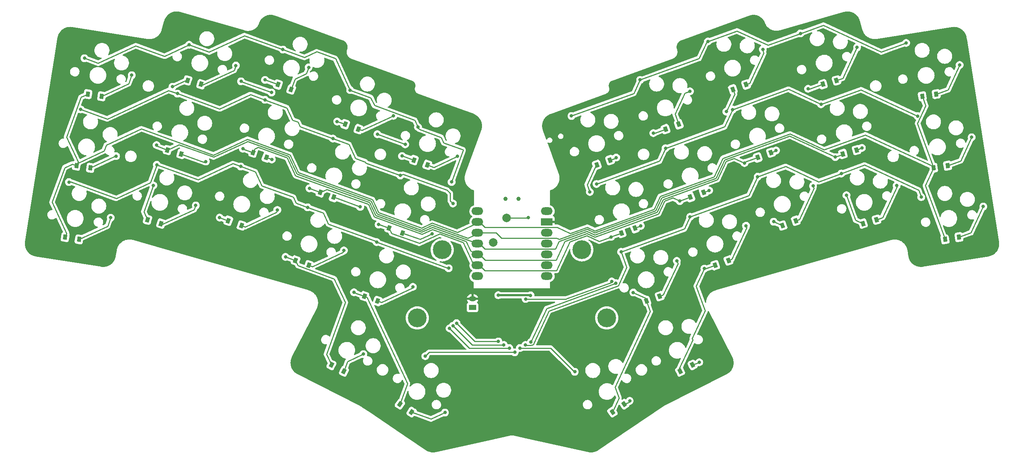
<source format=gtl>
%TF.GenerationSoftware,KiCad,Pcbnew,7.0.5-0*%
%TF.CreationDate,2023-06-28T16:40:39-04:00*%
%TF.ProjectId,regret,72656772-6574-42e6-9b69-6361645f7063,1*%
%TF.SameCoordinates,Original*%
%TF.FileFunction,Copper,L1,Top*%
%TF.FilePolarity,Positive*%
%FSLAX46Y46*%
G04 Gerber Fmt 4.6, Leading zero omitted, Abs format (unit mm)*
G04 Created by KiCad (PCBNEW 7.0.5-0) date 2023-06-28 16:40:39*
%MOMM*%
%LPD*%
G01*
G04 APERTURE LIST*
G04 Aperture macros list*
%AMRotRect*
0 Rectangle, with rotation*
0 The origin of the aperture is its center*
0 $1 length*
0 $2 width*
0 $3 Rotation angle, in degrees counterclockwise*
0 Add horizontal line*
21,1,$1,$2,0,0,$3*%
G04 Aperture macros list end*
%TA.AperFunction,WasherPad*%
%ADD10C,1.000000*%
%TD*%
%TA.AperFunction,SMDPad,CuDef*%
%ADD11RotRect,0.900000X1.200000X16.000000*%
%TD*%
%TA.AperFunction,SMDPad,CuDef*%
%ADD12RotRect,0.900000X1.200000X20.000000*%
%TD*%
%TA.AperFunction,ComponentPad*%
%ADD13C,4.400000*%
%TD*%
%TA.AperFunction,ComponentPad*%
%ADD14O,2.750000X1.800000*%
%TD*%
%TA.AperFunction,ComponentPad*%
%ADD15R,2.750000X1.800000*%
%TD*%
%TA.AperFunction,ComponentPad*%
%ADD16C,2.000000*%
%TD*%
%TA.AperFunction,SMDPad,CuDef*%
%ADD17RotRect,0.900000X1.200000X9.000000*%
%TD*%
%TA.AperFunction,SMDPad,CuDef*%
%ADD18RotRect,0.900000X1.200000X27.000000*%
%TD*%
%TA.AperFunction,SMDPad,CuDef*%
%ADD19RotRect,0.900000X1.200000X340.000000*%
%TD*%
%TA.AperFunction,SMDPad,CuDef*%
%ADD20RotRect,0.900000X1.200000X34.000000*%
%TD*%
%TA.AperFunction,SMDPad,CuDef*%
%ADD21RotRect,0.900000X1.200000X326.000000*%
%TD*%
%TA.AperFunction,SMDPad,CuDef*%
%ADD22RotRect,0.900000X1.200000X351.000000*%
%TD*%
%TA.AperFunction,ComponentPad*%
%ADD23R,1.700000X1.200000*%
%TD*%
%TA.AperFunction,ComponentPad*%
%ADD24O,1.700000X1.200000*%
%TD*%
%TA.AperFunction,SMDPad,CuDef*%
%ADD25RotRect,0.900000X1.200000X344.000000*%
%TD*%
%TA.AperFunction,SMDPad,CuDef*%
%ADD26RotRect,0.900000X1.200000X333.000000*%
%TD*%
%TA.AperFunction,ViaPad*%
%ADD27C,0.800000*%
%TD*%
%TA.AperFunction,Conductor*%
%ADD28C,0.250000*%
%TD*%
%TA.AperFunction,Conductor*%
%ADD29C,0.500000*%
%TD*%
G04 APERTURE END LIST*
D10*
X216586171Y-116741899D03*
X219586171Y-116741899D03*
D11*
X290897739Y-89835233D03*
X294069903Y-88925629D03*
X295583576Y-106176683D03*
X298755740Y-105267079D03*
D12*
X259853662Y-116334655D03*
X262954648Y-115205989D03*
X265668004Y-132309431D03*
X268768990Y-131180765D03*
D13*
X234448704Y-128694025D03*
D14*
X209991176Y-119621899D03*
X209991176Y-122161899D03*
X209991176Y-124701899D03*
X209991176Y-127241899D03*
X209991176Y-129781899D03*
X209991176Y-132321899D03*
X209991176Y-134861899D03*
X226181176Y-134861899D03*
X226181176Y-132321899D03*
X226181176Y-129781899D03*
X226181176Y-127241899D03*
X226181176Y-124701899D03*
D15*
X226181176Y-122161899D03*
D14*
X226181176Y-119621899D03*
D16*
X216816176Y-121209899D03*
X213641176Y-126924899D03*
D17*
X314152029Y-92652482D03*
X317411401Y-92136248D03*
D18*
X257432674Y-157197816D03*
X260372996Y-155699648D03*
D19*
X179032041Y-99231216D03*
X182133027Y-100359882D03*
D20*
X241602150Y-166756513D03*
X244337974Y-164911177D03*
D17*
X316811418Y-109443181D03*
X320070790Y-108926947D03*
D12*
X249565831Y-140697559D03*
X252666817Y-139568893D03*
D19*
X195134209Y-107619346D03*
X198235195Y-108748012D03*
D21*
X191834356Y-164911187D03*
X194570180Y-166756523D03*
D22*
X113442159Y-125717653D03*
X116701531Y-126233887D03*
D19*
X157457545Y-105878164D03*
X160558531Y-107006830D03*
D23*
X208836176Y-142191892D03*
D24*
X208836176Y-140191892D03*
D13*
X195909285Y-144668793D03*
D22*
X118760941Y-92136248D03*
X122020313Y-92652482D03*
D19*
X151643202Y-121852944D03*
X154744188Y-122981610D03*
D11*
X300269409Y-122518135D03*
X303441573Y-121608531D03*
D17*
X319470806Y-126233883D03*
X322730178Y-125717649D03*
D13*
X240263049Y-144668793D03*
D12*
X269799467Y-91032056D03*
X272900453Y-89903390D03*
X237937148Y-108748012D03*
X241038134Y-107619346D03*
D25*
X137416604Y-105267075D03*
X140588768Y-106176679D03*
X132730769Y-121608531D03*
X135902933Y-122518135D03*
D12*
X254039320Y-100359877D03*
X257140306Y-99231211D03*
D19*
X173217696Y-115205989D03*
X176318682Y-116334655D03*
X189319860Y-123594119D03*
X192420846Y-124722785D03*
D12*
X243751488Y-124722791D03*
X246852474Y-123594125D03*
D13*
X201723629Y-128694025D03*
D19*
X183505516Y-139568889D03*
X186606502Y-140697555D03*
D22*
X116101549Y-108926949D03*
X119360921Y-109443183D03*
D26*
X175799339Y-155699649D03*
X178739661Y-157197817D03*
D12*
X275613806Y-107006828D03*
X278714792Y-105878162D03*
D25*
X142102435Y-88925635D03*
X145274599Y-89835239D03*
D12*
X281428151Y-122981601D03*
X284529137Y-121852935D03*
D19*
X163271887Y-89903385D03*
X166372873Y-91032051D03*
X167403348Y-131180761D03*
X170504334Y-132309427D03*
D27*
X217454080Y-151741219D03*
X186391654Y-126888147D03*
X134902916Y-108733074D03*
X170212531Y-118711446D03*
X203454367Y-147105235D03*
X203254876Y-133006696D03*
X154546431Y-109125198D03*
X114324514Y-112789476D03*
X124108726Y-121139433D03*
X160240393Y-93481167D03*
X176148849Y-102568225D03*
X204254371Y-117805241D03*
X204254367Y-146505234D03*
X117077912Y-95720751D03*
X216170870Y-151016713D03*
X139756322Y-92036078D03*
X191934149Y-111242184D03*
X125356275Y-106698651D03*
X205104369Y-145905238D03*
X142489367Y-80579947D03*
X214905399Y-150202236D03*
X164428946Y-81701353D03*
X180176229Y-91210728D03*
X117981187Y-83738123D03*
X196073268Y-99870057D03*
X203941382Y-112760032D03*
X129039675Y-87709872D03*
X144037453Y-118283211D03*
X146390188Y-107969303D03*
X153432530Y-85437196D03*
X163132044Y-119326887D03*
X161841389Y-107474063D03*
X170468027Y-85868127D03*
X178721266Y-128831941D03*
X182526374Y-118620984D03*
X190324212Y-97245484D03*
X194874654Y-137371743D03*
X199387835Y-124922989D03*
X205327647Y-106765558D03*
X243615973Y-129174428D03*
X295183855Y-110777712D03*
X259778002Y-120950742D03*
X221220871Y-151018951D03*
X313904461Y-116308435D03*
X275606465Y-111518232D03*
X328437734Y-118521211D03*
X290437378Y-94520688D03*
X222520874Y-150318956D03*
X313053045Y-97303502D03*
X254023417Y-104847794D03*
X269766561Y-95765605D03*
X237865721Y-113229533D03*
X242416260Y-136539135D03*
X325716095Y-102272124D03*
X241455605Y-136094082D03*
X285618176Y-77917667D03*
X232004400Y-97271862D03*
X310369574Y-80135967D03*
X221289843Y-140212360D03*
X263952218Y-79790831D03*
X248080909Y-88813252D03*
X322895979Y-85313952D03*
X308146775Y-113625891D03*
X300011555Y-104761036D03*
X298883042Y-81177401D03*
X288582889Y-113709532D03*
X279908698Y-105373558D03*
X276815125Y-81653803D03*
X272878275Y-123043752D03*
X264221186Y-114754759D03*
X259747946Y-91483953D03*
X256669265Y-131284535D03*
X248265581Y-123067881D03*
X242473153Y-107029803D03*
X197775592Y-153638125D03*
X218720871Y-152741216D03*
X183276360Y-153156848D03*
X202388572Y-166870654D03*
X232777233Y-157295185D03*
X219920869Y-151743455D03*
X261928226Y-155073155D03*
X245646839Y-164138413D03*
X287411877Y-90886293D03*
X296402992Y-115881556D03*
X293781576Y-106924973D03*
X138586599Y-90409451D03*
X134094392Y-113569765D03*
X134850390Y-104098309D03*
X155072776Y-104967171D03*
X279343123Y-122076990D03*
X149617212Y-121125742D03*
X272529839Y-108328111D03*
X160259219Y-88817068D03*
X268292933Y-96248753D03*
X251190178Y-101303041D03*
X177138450Y-98578803D03*
X170636434Y-114250086D03*
X257367620Y-117252076D03*
X263130657Y-133085902D03*
X165039921Y-130357348D03*
X186853914Y-122759991D03*
X236306990Y-115116334D03*
X181073773Y-138640813D03*
X241273999Y-125663709D03*
X246483407Y-138703690D03*
X192336868Y-106662873D03*
X186554138Y-101555430D03*
X193082935Y-103931717D03*
X214875596Y-139338117D03*
X222431667Y-139380162D03*
X221854076Y-121141214D03*
X154627303Y-89157036D03*
X161769194Y-91770438D03*
D28*
X166884732Y-116331722D02*
X159476676Y-113635411D01*
X114573002Y-112673598D02*
X125414999Y-116619769D01*
X167540998Y-117739082D02*
X166884732Y-116331722D01*
X157951431Y-110364519D02*
X154546431Y-109125198D01*
X114324514Y-112789476D02*
X114573002Y-112673598D01*
X152720622Y-108460659D02*
X144581749Y-112255881D01*
X154546431Y-109125198D02*
X152720622Y-108460659D01*
X144581749Y-112255881D02*
X134902916Y-108733074D01*
X133385103Y-112903242D02*
X134902916Y-108733074D01*
X175072456Y-122610766D02*
X173875935Y-120044812D01*
X203254876Y-133006696D02*
X203231801Y-133017456D01*
X173875935Y-120044812D02*
X170212531Y-118711446D01*
X208090348Y-151741214D02*
X217454080Y-151741219D01*
X203231801Y-133017456D02*
X186391654Y-126888147D01*
X186303169Y-126698401D02*
X175072456Y-122610766D01*
X186391654Y-126888147D02*
X186303169Y-126698401D01*
X203454367Y-147105235D02*
X208090348Y-151741214D01*
X170212531Y-118711446D02*
X167540998Y-117739082D01*
X125414999Y-116619769D02*
X133385103Y-112903242D01*
X159476676Y-113635411D02*
X157951431Y-110364519D01*
X116701534Y-126233888D02*
X123389605Y-123115184D01*
X123389605Y-123115184D02*
X124108726Y-121139433D01*
X160240393Y-93481167D02*
X156862246Y-92251624D01*
X179892466Y-103930790D02*
X176148849Y-102568225D01*
X156862246Y-92251624D02*
X149623087Y-95627298D01*
X165355001Y-95342732D02*
X166715398Y-98260109D01*
X160240393Y-93481167D02*
X165355001Y-95342732D01*
X204254367Y-146505234D02*
X208790350Y-151041217D01*
X183727823Y-108043724D02*
X181418394Y-107203160D01*
X203632712Y-115415349D02*
X202926142Y-114708766D01*
X181418394Y-107203160D02*
X179892466Y-103930790D01*
X202926142Y-114708766D02*
X192577532Y-110942176D01*
X149623087Y-95627298D02*
X139756322Y-92036078D01*
X167967669Y-98715897D02*
X168458885Y-99769300D01*
X191934149Y-111242184D02*
X183846663Y-108298587D01*
X123305561Y-97987429D02*
X137685013Y-91282184D01*
X216146371Y-151041216D02*
X216170870Y-151016713D01*
X117077912Y-95720751D02*
X123305561Y-97987429D01*
X137685013Y-91282184D02*
X139756322Y-92036078D01*
X204254371Y-117805241D02*
X203632713Y-117183581D01*
X203632713Y-117183581D02*
X203632712Y-115415349D01*
X166715398Y-98260109D02*
X167967669Y-98715897D01*
X192577532Y-110942176D02*
X191934149Y-111242184D01*
X168458885Y-99769300D02*
X176148849Y-102568225D01*
X208790350Y-151041217D02*
X216146371Y-151041216D01*
X183846663Y-108298587D02*
X183727823Y-108043724D01*
X119360926Y-109443186D02*
X125294665Y-106676233D01*
X125294665Y-106676233D02*
X125356275Y-106698651D01*
X209401368Y-150202234D02*
X205104369Y-145905238D01*
X196320983Y-100401283D02*
X196073268Y-99870057D01*
X203941382Y-112760032D02*
X203927594Y-112730468D01*
X203927594Y-112730468D02*
X206641194Y-105274922D01*
X202100784Y-103569139D02*
X201503112Y-102287425D01*
X206641194Y-105274922D02*
X206611310Y-105210835D01*
X176726534Y-83812848D02*
X180176229Y-91210728D01*
X155421911Y-78423066D02*
X164428946Y-81701353D01*
X214905399Y-150202236D02*
X209401368Y-150202234D01*
X136721662Y-83269477D02*
X142489367Y-80579947D01*
X195326174Y-98267922D02*
X196073268Y-99870057D01*
X180176229Y-91210728D02*
X185010430Y-92970233D01*
X142489367Y-80579947D02*
X147154858Y-82278048D01*
X129955877Y-80806937D02*
X136721662Y-83269477D01*
X172322387Y-82209863D02*
X176726534Y-83812848D01*
X164428946Y-81701353D02*
X169474580Y-83537819D01*
X185010430Y-92970233D02*
X185877058Y-94828716D01*
X201503112Y-102287425D02*
X196320983Y-100401283D01*
X121176138Y-84900985D02*
X129955877Y-80806937D01*
X169474580Y-83537819D02*
X172322387Y-82209863D01*
X185877058Y-94828716D02*
X195326174Y-98267922D01*
X117981187Y-83738123D02*
X121176138Y-84900985D01*
X147154858Y-82278048D02*
X155421911Y-78423066D01*
X206611310Y-105210835D02*
X202100784Y-103569139D01*
X129039675Y-87709872D02*
X128307852Y-89720551D01*
X128307852Y-89720551D02*
X122020304Y-92652478D01*
X135902923Y-122518137D02*
X136326822Y-122672415D01*
X136326822Y-122672415D02*
X143689531Y-119239132D01*
X143689531Y-119239132D02*
X144037453Y-118283211D01*
X146006076Y-108148416D02*
X146390188Y-107969303D01*
X140588759Y-106176675D02*
X146006076Y-108148416D01*
X153017880Y-86576439D02*
X145698489Y-89989521D01*
X153432530Y-85437196D02*
X153017880Y-86576439D01*
X145698489Y-89989521D02*
X145274591Y-89835232D01*
X162942296Y-119848220D02*
X163132044Y-119326887D01*
X154744193Y-122981598D02*
X155574580Y-123283836D01*
X155574580Y-123283836D02*
X162942296Y-119848220D01*
X161841389Y-107474063D02*
X161841212Y-107473688D01*
X161841212Y-107473688D02*
X160558531Y-107006833D01*
X169925100Y-87359825D02*
X167256542Y-88604178D01*
X167256542Y-88604178D02*
X166372876Y-91032060D01*
X170468027Y-85868127D02*
X169925100Y-87359825D01*
X170504339Y-132309427D02*
X171334729Y-132611663D01*
X171334729Y-132611663D02*
X178574267Y-129235813D01*
X178574267Y-129235813D02*
X178721266Y-128831941D01*
X182229896Y-118486165D02*
X176318680Y-116334657D01*
X182245018Y-118518579D02*
X182229896Y-118486165D01*
X182526374Y-118620984D02*
X182245018Y-118518579D01*
X182982411Y-100669025D02*
X190324212Y-97245484D01*
X182133025Y-100359879D02*
X182982411Y-100669025D01*
X186606510Y-140697560D02*
X187479384Y-141015262D01*
X194789142Y-137606659D02*
X194874654Y-137371743D01*
X187479384Y-141015262D02*
X194789142Y-137606659D01*
X199387835Y-124922989D02*
X199385719Y-124928798D01*
X196580641Y-126236828D02*
X192420847Y-124722787D01*
X199385719Y-124928798D02*
X196580641Y-126236828D01*
X199830816Y-109328772D02*
X198235188Y-108748012D01*
X205327647Y-106765558D02*
X199830816Y-109328772D01*
X282184311Y-109124091D02*
X289874592Y-112710130D01*
X223051027Y-150897520D02*
X223304859Y-150353180D01*
X223303633Y-150349822D02*
X226719868Y-143023685D01*
X300664215Y-108783027D02*
X313312055Y-114680806D01*
X259778002Y-120950742D02*
X273544494Y-115940145D01*
X273544494Y-115940145D02*
X275606465Y-111518232D01*
X289874592Y-112710130D02*
X295183855Y-110777712D01*
X242946419Y-137117700D02*
X244946197Y-132829169D01*
X275606465Y-111518232D02*
X282184311Y-109124091D01*
X226719868Y-143023685D02*
X242946419Y-137117700D01*
X243615973Y-129174428D02*
X258463125Y-123770507D01*
X295183855Y-110777712D02*
X300664215Y-108783027D01*
X222486644Y-151102941D02*
X223051027Y-150897520D01*
X223304859Y-150353180D02*
X223303633Y-150349822D01*
X313312055Y-114680806D02*
X313904461Y-116308435D01*
X221220871Y-151018951D02*
X221304861Y-151102942D01*
X258463125Y-123770507D02*
X259778002Y-120950742D01*
X221220871Y-151018951D02*
X221304860Y-151102937D01*
X244946197Y-132829169D02*
X243615973Y-129174428D01*
X221304861Y-151102942D02*
X222486644Y-151102941D01*
X325562730Y-124686683D02*
X328437734Y-118521211D01*
X322730179Y-125717652D02*
X325562730Y-124686683D01*
X282875273Y-90994424D02*
X290437378Y-94520688D01*
X242416260Y-136539135D02*
X242407096Y-136558782D01*
X269766561Y-95765605D02*
X282875273Y-90994424D01*
X267883891Y-99802995D02*
X269766561Y-95765605D01*
X226183911Y-142463538D02*
X222520874Y-150318956D01*
X242407096Y-136558782D02*
X226183911Y-142463538D01*
X290437378Y-94520688D02*
X299787315Y-91117588D01*
X237865721Y-113229533D02*
X252618897Y-107859815D01*
X254023417Y-104847794D02*
X267883891Y-99802995D01*
X299787315Y-91117588D02*
X313053045Y-97303502D01*
X252618897Y-107859815D02*
X254023417Y-104847794D01*
X323132546Y-107812560D02*
X325716095Y-102272124D01*
X320070788Y-108926947D02*
X323132546Y-107812560D01*
X263952218Y-79790831D02*
X263717292Y-79876336D01*
X261894399Y-83785555D02*
X248080909Y-88813252D01*
X230809018Y-140198965D02*
X230802770Y-140212364D01*
X241455605Y-136094082D02*
X241326519Y-136370907D01*
X263717292Y-79876336D02*
X261894399Y-83785555D01*
X232004400Y-97271862D02*
X246616617Y-91953448D01*
X230802770Y-140212364D02*
X221289843Y-140212360D01*
X304516206Y-82266422D02*
X310369574Y-80135967D01*
X278006659Y-80688032D02*
X285618176Y-77917667D01*
X263952218Y-79790831D02*
X270764989Y-77311183D01*
X270764989Y-77311183D02*
X278006659Y-80688032D01*
X241326519Y-136370907D02*
X230809018Y-140198965D01*
X290994143Y-75960977D02*
X304516206Y-82266422D01*
X246616617Y-91953448D02*
X248080909Y-88813252D01*
X285618176Y-77917667D02*
X290994143Y-75960977D01*
X317411403Y-92136250D02*
X320185519Y-91126560D01*
X320185519Y-91126560D02*
X322895979Y-85313952D01*
X308222862Y-113834933D02*
X308146775Y-113625891D01*
X303441572Y-121608530D02*
X304834360Y-121101597D01*
X304834360Y-121101597D02*
X308222862Y-113834933D01*
X299984059Y-104820010D02*
X300011555Y-104761036D01*
X298755740Y-105267083D02*
X299984059Y-104820010D01*
X294069906Y-88925622D02*
X295515300Y-88399541D01*
X295515300Y-88399541D02*
X298883042Y-81177401D01*
X284529134Y-121852937D02*
X285359531Y-121550698D01*
X285359531Y-121550698D02*
X288772718Y-114231091D01*
X288772718Y-114231091D02*
X288582889Y-113709532D01*
X279869349Y-105457937D02*
X279908698Y-105373558D01*
X278714793Y-105878164D02*
X279869349Y-105457937D01*
X272900455Y-89903393D02*
X273730844Y-89601143D01*
X277027854Y-82530677D02*
X276926364Y-82251817D01*
X273730844Y-89601143D02*
X277027854Y-82530677D01*
X276755355Y-81781976D02*
X276815125Y-81653803D01*
X276926364Y-82251817D02*
X276755355Y-81781976D01*
X273042458Y-123494830D02*
X272878275Y-123043752D01*
X269599384Y-130878525D02*
X273042458Y-123494830D01*
X268768987Y-131180762D02*
X269599384Y-130878525D01*
X264209441Y-114749283D02*
X264221186Y-114754759D01*
X262954649Y-115205988D02*
X264209441Y-114749283D01*
X258530465Y-91927085D02*
X259747946Y-91483953D01*
X257140301Y-99231209D02*
X256256631Y-96803344D01*
X256256631Y-96803344D02*
X258530465Y-91927085D01*
X253497220Y-139266653D02*
X256910401Y-131947052D01*
X256910401Y-131947052D02*
X256669265Y-131284535D01*
X252666815Y-139568893D02*
X253497220Y-139266653D01*
X246852470Y-123594123D02*
X248258892Y-123082227D01*
X248258892Y-123082227D02*
X248265581Y-123067881D01*
X241038134Y-107619345D02*
X242435394Y-107110783D01*
X242435394Y-107110783D02*
X242473153Y-107029803D01*
X218720871Y-152741216D02*
X198672503Y-152741216D01*
X198672503Y-152741216D02*
X197775592Y-153638125D01*
X179583731Y-154878755D02*
X183276360Y-153156848D01*
X178739663Y-157197822D02*
X179583731Y-154878755D01*
X199098674Y-168404763D02*
X202388572Y-166870654D01*
X194570177Y-166756518D02*
X199098674Y-168404763D01*
X219920869Y-151743455D02*
X227130931Y-151743455D01*
X227130931Y-151743455D02*
X232682652Y-157295193D01*
X232682652Y-157295193D02*
X232777233Y-157295185D01*
X261894282Y-155145947D02*
X261928226Y-155073155D01*
X260373002Y-155699650D02*
X261894282Y-155145947D01*
X244337977Y-164911178D02*
X245480389Y-164495386D01*
X245480389Y-164495386D02*
X245646839Y-164138413D01*
X186834045Y-119911317D02*
X185414574Y-116867249D01*
X116101548Y-108926951D02*
X115105456Y-108564407D01*
X115105456Y-108564407D02*
X113323344Y-109395417D01*
X113770833Y-102219195D02*
X116451003Y-107966839D01*
X316811424Y-109443181D02*
X316697665Y-109130638D01*
X110369177Y-117511940D02*
X113772430Y-124810246D01*
X168064461Y-110552331D02*
X166113536Y-106368543D01*
X118760935Y-92136246D02*
X117170855Y-92877715D01*
X265429512Y-111527168D02*
X252790647Y-116127341D01*
X117170855Y-92877715D02*
X113770833Y-102219195D01*
X267446654Y-107201394D02*
X265429512Y-111527168D01*
X199385917Y-122416164D02*
X196900413Y-123575172D01*
X196900413Y-123575172D02*
X186834045Y-119911317D01*
X283168038Y-101479277D02*
X267446654Y-107201394D01*
X113772430Y-124810246D02*
X113442164Y-125717653D01*
X116295023Y-108395385D02*
X116101548Y-108926951D01*
X228677426Y-123386899D02*
X211691166Y-123386899D01*
X123059569Y-104124695D02*
X122570206Y-105469218D01*
X291152349Y-105202424D02*
X283168038Y-101479277D01*
X205314616Y-124574036D02*
X199385917Y-122416164D01*
X237499426Y-124220309D02*
X235683771Y-123373657D01*
X231732867Y-124811667D02*
X228677426Y-123386899D01*
X251371176Y-119171413D02*
X237499426Y-124220309D01*
X185414574Y-116867249D02*
X168064461Y-110552331D01*
X131284053Y-100289555D02*
X123059569Y-104124695D01*
X210466172Y-122161902D02*
X210461819Y-122173855D01*
X166113536Y-106368543D02*
X156131374Y-102735345D01*
X313032981Y-99062014D02*
X314971684Y-94904456D01*
X156131374Y-102735345D02*
X148184759Y-106440908D01*
X122570206Y-105469218D02*
X116295023Y-108395385D01*
X300768122Y-101702566D02*
X291152349Y-105202424D01*
X210461819Y-122173855D02*
X205314616Y-124574036D01*
X235683771Y-123373657D02*
X231732867Y-124811667D01*
X211691166Y-123386899D02*
X210466172Y-122161902D01*
X316697665Y-109130638D02*
X300768122Y-101702566D01*
X316811418Y-109443183D02*
X313032981Y-99062014D01*
X314872715Y-113600747D02*
X316811418Y-109443183D01*
X113323344Y-109395417D02*
X110369177Y-117511940D01*
X252790647Y-116127341D02*
X251371176Y-119171413D01*
X116451003Y-107966839D02*
X116101548Y-108926951D01*
X319470799Y-126233882D02*
X314872715Y-113600747D01*
X314971684Y-94904456D02*
X314152034Y-92652484D01*
X148184759Y-106440908D02*
X131284053Y-100289555D01*
X207785096Y-125952097D02*
X199407161Y-122902782D01*
X210466168Y-124701900D02*
X207785096Y-125952097D01*
X287674070Y-91008551D02*
X290897738Y-89835229D01*
X298521927Y-121703262D02*
X300269414Y-122518132D01*
X265840155Y-111856584D02*
X267857298Y-107530809D01*
X214379316Y-124701900D02*
X215620869Y-125943455D01*
X148206003Y-106927520D02*
X140146500Y-103994103D01*
X134094392Y-113569765D02*
X131853363Y-119726934D01*
X186504985Y-120270421D02*
X185085512Y-117226362D01*
X141914975Y-88857407D02*
X142102434Y-88925634D01*
X156152615Y-103221952D02*
X148206003Y-106927520D01*
X228520869Y-125943456D02*
X229142551Y-126233348D01*
X287411877Y-90886293D02*
X287674070Y-91008551D01*
X296402992Y-115881556D02*
X298521927Y-121703262D01*
X134982229Y-104381042D02*
X137416596Y-105267086D01*
X295531672Y-106287995D02*
X295583576Y-106176689D01*
X167735398Y-110911441D02*
X165784471Y-106727662D01*
X140146500Y-103994103D02*
X137416599Y-105267076D01*
X283146785Y-101965888D02*
X293781576Y-106924973D01*
X267857298Y-107530809D02*
X283146785Y-101965888D01*
X253119709Y-116486451D02*
X265840155Y-111856584D01*
X131853363Y-119726934D02*
X132730773Y-121608531D01*
X165784471Y-106727662D02*
X156152615Y-103221952D01*
X138586599Y-90409451D02*
X141914975Y-88857407D01*
X196921653Y-124061784D02*
X186504985Y-120270421D01*
X215620869Y-125943455D02*
X228520869Y-125943456D01*
X210466172Y-124701896D02*
X214379316Y-124701900D01*
X235662519Y-123860266D02*
X237478183Y-124706928D01*
X251700242Y-119530522D02*
X253119709Y-116486451D01*
X237478183Y-124706928D02*
X251700242Y-119530522D01*
X293781576Y-106924973D02*
X295531672Y-106287995D01*
X199407161Y-122902782D02*
X196921653Y-124061784D01*
X134850390Y-104098309D02*
X134982229Y-104381042D01*
X185085512Y-117226362D02*
X167735398Y-110911441D01*
X229142551Y-126233348D02*
X235662519Y-123860266D01*
X155096940Y-105018965D02*
X157457543Y-105878164D01*
X272641499Y-108088660D02*
X272529839Y-108328111D01*
X160271512Y-88811332D02*
X160259219Y-88817068D01*
X163271887Y-89903392D02*
X160271512Y-88811332D01*
X211691167Y-128466898D02*
X228281126Y-128466897D01*
X167406332Y-111270547D02*
X165455406Y-107086771D01*
X210267547Y-127334519D02*
X199428409Y-123389391D01*
X157777133Y-105000103D02*
X157457546Y-105878158D01*
X281346667Y-123011258D02*
X279343123Y-122076990D01*
X228281126Y-128466897D02*
X228280574Y-128465377D01*
X199428409Y-123389391D02*
X196942898Y-124548399D01*
X237456934Y-125193537D02*
X252029302Y-119889627D01*
X270098019Y-107194141D02*
X272529839Y-108328111D01*
X229088995Y-126731719D02*
X235641280Y-124346881D01*
X266169221Y-112215693D02*
X268186363Y-107889923D01*
X270205424Y-92147406D02*
X269799471Y-91032052D01*
X158629854Y-104602476D02*
X157777133Y-105000103D01*
X268186363Y-107889923D02*
X270098019Y-107194141D01*
X149617212Y-121125742D02*
X151630915Y-121858665D01*
X253448772Y-116845557D02*
X266169221Y-112215693D01*
X151630915Y-121858665D02*
X151643204Y-121852931D01*
X210466168Y-127241897D02*
X211691167Y-128466898D01*
X186175923Y-120629534D02*
X184756445Y-117585474D01*
X235641280Y-124346881D02*
X237456934Y-125193537D01*
X275613811Y-107006832D02*
X272641499Y-108088660D01*
X184756445Y-117585474D02*
X167406332Y-111270547D01*
X268292933Y-96248753D02*
X270205424Y-92147406D01*
X252029302Y-119889627D02*
X253448772Y-116845557D01*
X281428150Y-122981608D02*
X281346667Y-123011258D01*
X210466168Y-127241897D02*
X210267547Y-127334519D01*
X165455406Y-107086771D02*
X158629854Y-104602476D01*
X196942898Y-124548399D02*
X186175923Y-120629534D01*
X228280574Y-128465377D02*
X229088995Y-126731719D01*
X255736866Y-116491645D02*
X257367620Y-117252076D01*
X260267476Y-149486964D02*
X263315608Y-142950224D01*
X185846855Y-120988647D02*
X184455584Y-118005067D01*
X253777836Y-117204670D02*
X255736866Y-116491645D01*
X176455529Y-135479444D02*
X167967204Y-132389941D01*
X174634415Y-153201461D02*
X179055412Y-141054887D01*
X228417430Y-131096897D02*
X230462803Y-126710570D01*
X174772815Y-114480823D02*
X173217692Y-115205989D01*
X251303198Y-101355750D02*
X251190178Y-101303041D01*
X199449645Y-123876002D02*
X196964143Y-125035011D01*
X208408039Y-129032799D02*
X207343072Y-126748971D01*
X210466166Y-129781901D02*
X208408039Y-129032799D01*
X257432679Y-157197820D02*
X257225925Y-156629764D01*
X254039317Y-100359876D02*
X251303198Y-101355750D01*
X177182786Y-98558139D02*
X177138450Y-98578803D01*
X170645641Y-114269836D02*
X170636434Y-114250086D01*
X165084253Y-130336678D02*
X167403356Y-131180764D01*
X207343072Y-126748971D02*
X199449645Y-123876002D01*
X263307762Y-133168484D02*
X265667998Y-132309433D01*
X257367620Y-117252076D02*
X257374688Y-117236925D01*
X257225925Y-156629764D02*
X260394254Y-149835260D01*
X179055412Y-141054887D02*
X176455529Y-135479444D01*
X210466166Y-129781901D02*
X211781174Y-131096898D01*
X184455584Y-118005067D02*
X174772815Y-114480823D01*
X196964143Y-125035011D02*
X185846855Y-120988647D01*
X165039921Y-130357348D02*
X165084253Y-130336678D01*
X260394254Y-149835260D02*
X260267476Y-149486964D01*
X235620032Y-124833498D02*
X237435694Y-125680145D01*
X173217692Y-115205989D02*
X170645641Y-114269836D01*
X211781174Y-131096898D02*
X228417430Y-131096897D01*
X261218108Y-137187388D02*
X263130657Y-133085902D01*
X175799342Y-155699649D02*
X174634415Y-153201461D01*
X263315608Y-142950224D02*
X261218108Y-137187388D01*
X167967204Y-132389941D02*
X167403354Y-131180758D01*
X230462803Y-126710570D02*
X235620032Y-124833498D01*
X263130657Y-133085902D02*
X263307762Y-133168484D01*
X257374688Y-117236925D02*
X259853661Y-116334651D01*
X252358365Y-120248739D02*
X253777836Y-117204670D01*
X179032037Y-99231217D02*
X177182786Y-98558139D01*
X237435694Y-125680145D02*
X252358365Y-120248739D01*
X228477482Y-133546901D02*
X231642169Y-126760196D01*
X231642169Y-126760196D02*
X235598789Y-125320110D01*
X189319863Y-123594125D02*
X186930282Y-122724390D01*
X196372807Y-127172464D02*
X189887832Y-124812127D01*
X183505520Y-139568895D02*
X184163305Y-139808304D01*
X208847898Y-131732894D02*
X206625346Y-126966623D01*
X210466165Y-132321903D02*
X208847898Y-131732894D01*
X210466173Y-132321896D02*
X211691172Y-133546899D01*
X243128284Y-163483718D02*
X241602160Y-166756518D01*
X195134207Y-107619344D02*
X192411149Y-106628233D01*
X206625346Y-126966623D02*
X201115146Y-124961075D01*
X189887832Y-124812127D02*
X189319863Y-123594125D01*
X250461812Y-143159251D02*
X242188446Y-160901544D01*
X238500475Y-126673193D02*
X241273999Y-125663709D01*
X192336868Y-106662873D02*
X192411149Y-106628233D01*
X237830900Y-108786683D02*
X237937146Y-108748011D01*
X241296012Y-125616507D02*
X243751487Y-124722780D01*
X246483407Y-138703690D02*
X249321871Y-140027293D01*
X181073773Y-138640813D02*
X181097924Y-138692603D01*
X249321871Y-140027293D02*
X250461812Y-143159251D01*
X181097924Y-138692603D02*
X183505517Y-139568893D01*
X193603011Y-160051831D02*
X191834357Y-164911184D01*
X184163305Y-139808304D02*
X193603011Y-160051831D01*
X241273999Y-125663709D02*
X241296012Y-125616507D01*
X211691172Y-133546899D02*
X228477482Y-133546901D01*
X235681140Y-113396845D02*
X237830900Y-108786683D01*
X236306990Y-115116334D02*
X235681140Y-113396845D01*
X235598789Y-125320110D02*
X238500475Y-126673193D01*
X242188446Y-160901544D02*
X243128284Y-163483718D01*
X186930282Y-122724390D02*
X186853914Y-122759991D01*
X201115146Y-124961075D02*
X196372807Y-127172464D01*
X186554138Y-101555430D02*
X193082935Y-103931717D01*
D29*
X225706175Y-122161899D02*
X228653990Y-122161899D01*
X228653990Y-122161899D02*
X228657404Y-122165312D01*
X222413869Y-139362358D02*
X222431667Y-139380162D01*
X214875596Y-139338117D02*
X214899824Y-139362352D01*
X214899824Y-139362352D02*
X222413869Y-139362358D01*
D28*
X216816171Y-121209897D02*
X221785394Y-121209895D01*
X221785394Y-121209895D02*
X221854076Y-121141214D01*
X154627303Y-89157036D02*
X154635146Y-89173857D01*
X154635146Y-89173857D02*
X161769194Y-91770438D01*
%TA.AperFunction,Conductor*%
G36*
X296719480Y-72750035D02*
G01*
X296863416Y-72756816D01*
X296866446Y-72757034D01*
X297009174Y-72770829D01*
X297012186Y-72771196D01*
X297096764Y-72783578D01*
X297153457Y-72791879D01*
X297156394Y-72792381D01*
X297296057Y-72819837D01*
X297298989Y-72820487D01*
X297436734Y-72854573D01*
X297439593Y-72855355D01*
X297476277Y-72866336D01*
X297575270Y-72895969D01*
X297578076Y-72896884D01*
X297710205Y-72943458D01*
X297711383Y-72943873D01*
X297714160Y-72944928D01*
X297844874Y-72998171D01*
X297847588Y-72999353D01*
X297975523Y-73058739D01*
X297978144Y-73060032D01*
X298102504Y-73125141D01*
X298103045Y-73125424D01*
X298105630Y-73126857D01*
X298227273Y-73198127D01*
X298229770Y-73199670D01*
X298318376Y-73257432D01*
X298347924Y-73276695D01*
X298350366Y-73278372D01*
X298464794Y-73361015D01*
X298467160Y-73362811D01*
X298577636Y-73450949D01*
X298579919Y-73452862D01*
X298686231Y-73546375D01*
X298688431Y-73548406D01*
X298694741Y-73554521D01*
X298790341Y-73647170D01*
X298792405Y-73649270D01*
X298851127Y-73711975D01*
X298889689Y-73753153D01*
X298891701Y-73755409D01*
X298934164Y-73805430D01*
X298984123Y-73864282D01*
X298986002Y-73866609D01*
X299041462Y-73938833D01*
X299073333Y-73980338D01*
X299075135Y-73982808D01*
X299157146Y-74101272D01*
X299158832Y-74103842D01*
X299235297Y-74226910D01*
X299236862Y-74229575D01*
X299307562Y-74357131D01*
X299308999Y-74359884D01*
X299373708Y-74491811D01*
X299375012Y-74494647D01*
X299433497Y-74630818D01*
X299434659Y-74633723D01*
X299486700Y-74774011D01*
X299487717Y-74776982D01*
X299533328Y-74922073D01*
X299533775Y-74923563D01*
X299713972Y-75551964D01*
X300145533Y-77056957D01*
X300145713Y-77057790D01*
X300146685Y-77060977D01*
X300150455Y-77073657D01*
X300151077Y-77075050D01*
X300187566Y-77191989D01*
X300187939Y-77193534D01*
X300188484Y-77195064D01*
X300189122Y-77196951D01*
X300190978Y-77202743D01*
X300192374Y-77205772D01*
X300201515Y-77230892D01*
X300235498Y-77324277D01*
X300235953Y-77325793D01*
X300236288Y-77326601D01*
X300237177Y-77328873D01*
X300237725Y-77330362D01*
X300238481Y-77331866D01*
X300258872Y-77380722D01*
X300287614Y-77449590D01*
X300288682Y-77452147D01*
X300289253Y-77453820D01*
X300289679Y-77454719D01*
X300290874Y-77457405D01*
X300292519Y-77461352D01*
X300294306Y-77464503D01*
X300347769Y-77577589D01*
X300348402Y-77579152D01*
X300348578Y-77579481D01*
X300350006Y-77582329D01*
X300351862Y-77586278D01*
X300353868Y-77589445D01*
X300409331Y-77694001D01*
X300410717Y-77697148D01*
X300412996Y-77701028D01*
X300414219Y-77703209D01*
X300414907Y-77704496D01*
X300415864Y-77705888D01*
X300480787Y-77815789D01*
X300481584Y-77817379D01*
X300482241Y-77818382D01*
X300483772Y-77820842D01*
X300486352Y-77825214D01*
X300488616Y-77828128D01*
X300551355Y-77924053D01*
X300555223Y-77929966D01*
X300556036Y-77931392D01*
X300556560Y-77932120D01*
X300558088Y-77934345D01*
X300561119Y-77938971D01*
X300563507Y-77941759D01*
X300633992Y-78039539D01*
X300634876Y-78040950D01*
X300635642Y-78041921D01*
X300637168Y-78043938D01*
X300640781Y-78048925D01*
X300643264Y-78051549D01*
X300714270Y-78141208D01*
X300716407Y-78144361D01*
X300718893Y-78147190D01*
X300721147Y-78149907D01*
X300724221Y-78153835D01*
X300727096Y-78156626D01*
X300805566Y-78247039D01*
X300806587Y-78248370D01*
X300807089Y-78248897D01*
X300809063Y-78251070D01*
X300811964Y-78254420D01*
X300814633Y-78256837D01*
X300886042Y-78332030D01*
X300894076Y-78340489D01*
X300896219Y-78343102D01*
X300899475Y-78346251D01*
X300901217Y-78348006D01*
X300905375Y-78352362D01*
X300908147Y-78354606D01*
X300989976Y-78433408D01*
X300992327Y-78436033D01*
X300995620Y-78438931D01*
X300997678Y-78440826D01*
X301002025Y-78445015D01*
X301005043Y-78447230D01*
X301093630Y-78525258D01*
X301094753Y-78526389D01*
X301095978Y-78527385D01*
X301097666Y-78528807D01*
X301102983Y-78533450D01*
X301105928Y-78535401D01*
X301193267Y-78605706D01*
X301195996Y-78608267D01*
X301199375Y-78610724D01*
X301201959Y-78612709D01*
X301205589Y-78615653D01*
X301208786Y-78617628D01*
X301299562Y-78684300D01*
X301300380Y-78684901D01*
X301303102Y-78687238D01*
X301306873Y-78689752D01*
X301309264Y-78691428D01*
X301312775Y-78694015D01*
X301315871Y-78695766D01*
X301411181Y-78759474D01*
X301413988Y-78761662D01*
X301417511Y-78763787D01*
X301420030Y-78765390D01*
X301424446Y-78768352D01*
X301427767Y-78770003D01*
X301524170Y-78828458D01*
X301527207Y-78830647D01*
X301531297Y-78832867D01*
X301533994Y-78834420D01*
X301539294Y-78837652D01*
X301542892Y-78839208D01*
X301641375Y-78893120D01*
X301644435Y-78895102D01*
X301648120Y-78896897D01*
X301650908Y-78898343D01*
X301655050Y-78900627D01*
X301658522Y-78902001D01*
X301764375Y-78953996D01*
X301765176Y-78954389D01*
X301766722Y-78955289D01*
X301767782Y-78955749D01*
X301770556Y-78957035D01*
X301776035Y-78959742D01*
X301779725Y-78960968D01*
X301806316Y-78972597D01*
X301887655Y-79008169D01*
X301889274Y-79009008D01*
X301889856Y-79009228D01*
X301893112Y-79010566D01*
X301897090Y-79012334D01*
X301900814Y-79013439D01*
X302006913Y-79054319D01*
X302010236Y-79055914D01*
X302014895Y-79057467D01*
X302017655Y-79058460D01*
X302023711Y-79060802D01*
X302027494Y-79061683D01*
X302054500Y-79070727D01*
X302134352Y-79097467D01*
X302137877Y-79098950D01*
X302141616Y-79099993D01*
X302144992Y-79101040D01*
X302149122Y-79102450D01*
X302152933Y-79103218D01*
X302263094Y-79134704D01*
X302263406Y-79134793D01*
X302266983Y-79136112D01*
X302270714Y-79136976D01*
X302274179Y-79137885D01*
X302279843Y-79139546D01*
X302284024Y-79140129D01*
X302394252Y-79166330D01*
X302397911Y-79167499D01*
X302401747Y-79168207D01*
X302405339Y-79168980D01*
X302410284Y-79170199D01*
X302414437Y-79170614D01*
X302526931Y-79192044D01*
X302530431Y-79192993D01*
X302534925Y-79193635D01*
X302537796Y-79194114D01*
X302543812Y-79195263D01*
X302547645Y-79195462D01*
X302661234Y-79211795D01*
X302664953Y-79212625D01*
X302669092Y-79213010D01*
X302672413Y-79213409D01*
X302676763Y-79214051D01*
X302680578Y-79214122D01*
X302795615Y-79225336D01*
X302799643Y-79226088D01*
X302804776Y-79226322D01*
X302808342Y-79226587D01*
X302813412Y-79227111D01*
X302817486Y-79226965D01*
X302933431Y-79232927D01*
X302937355Y-79233450D01*
X302941848Y-79233450D01*
X302945324Y-79233548D01*
X302951390Y-79233888D01*
X302955546Y-79233512D01*
X303072523Y-79234133D01*
X303076365Y-79234432D01*
X303079846Y-79234267D01*
X303083495Y-79234200D01*
X303088137Y-79234252D01*
X303092135Y-79233752D01*
X303210107Y-79228925D01*
X303214282Y-79229104D01*
X303218638Y-79228684D01*
X303222555Y-79228431D01*
X303227595Y-79228264D01*
X303231782Y-79227516D01*
X303350289Y-79217140D01*
X303354051Y-79217111D01*
X303358722Y-79216477D01*
X303361779Y-79216138D01*
X303368026Y-79215602D01*
X303371937Y-79214695D01*
X303486965Y-79199207D01*
X303489428Y-79199144D01*
X303499625Y-79197521D01*
X303501142Y-79197299D01*
X303513259Y-79195676D01*
X303515679Y-79194978D01*
X321107493Y-76408818D01*
X321108855Y-76408619D01*
X321254218Y-76389262D01*
X321257173Y-76388943D01*
X321401724Y-76376937D01*
X321404765Y-76376760D01*
X321462649Y-76374820D01*
X321549263Y-76371919D01*
X321552235Y-76371893D01*
X321696350Y-76374154D01*
X321699340Y-76374274D01*
X321842888Y-76383581D01*
X321845802Y-76383842D01*
X321988538Y-76400140D01*
X321991467Y-76400548D01*
X322132999Y-76423755D01*
X322135930Y-76424310D01*
X322276082Y-76454378D01*
X322278998Y-76455078D01*
X322327423Y-76467966D01*
X322417510Y-76491942D01*
X322420412Y-76492791D01*
X322502118Y-76518861D01*
X322557048Y-76536389D01*
X322559864Y-76537365D01*
X322634850Y-76565395D01*
X322694347Y-76587636D01*
X322697150Y-76588762D01*
X322829250Y-76645647D01*
X322831990Y-76646907D01*
X322961463Y-76710356D01*
X322964132Y-76711745D01*
X323028628Y-76747382D01*
X323090692Y-76781676D01*
X323093331Y-76783220D01*
X323166962Y-76828780D01*
X323216686Y-76859548D01*
X323216735Y-76859578D01*
X323219302Y-76861256D01*
X323219305Y-76861258D01*
X323339305Y-76943985D01*
X323341775Y-76945780D01*
X323385458Y-76979197D01*
X323445748Y-77025319D01*
X323457469Y-77034285D01*
X323459848Y-77036201D01*
X323490626Y-77062256D01*
X323570524Y-77129895D01*
X323572809Y-77131928D01*
X323678376Y-77230636D01*
X323680535Y-77232756D01*
X323780816Y-77336207D01*
X323782878Y-77338442D01*
X323877754Y-77446442D01*
X323879700Y-77448770D01*
X323969057Y-77561128D01*
X323970865Y-77563519D01*
X324054508Y-77679937D01*
X324056200Y-77682416D01*
X324114286Y-77772206D01*
X324134037Y-77802737D01*
X324135617Y-77805316D01*
X324207498Y-77929292D01*
X324208951Y-77931946D01*
X324213998Y-77941721D01*
X324269135Y-78048512D01*
X324274727Y-78059341D01*
X324276042Y-78062049D01*
X324301549Y-78117998D01*
X324335582Y-78192652D01*
X324336774Y-78195445D01*
X324389937Y-78329027D01*
X324390992Y-78331880D01*
X324437651Y-78468235D01*
X324438567Y-78471146D01*
X324478578Y-78610041D01*
X324479353Y-78613005D01*
X324512575Y-78754222D01*
X324513205Y-78757229D01*
X324539660Y-78901372D01*
X324539915Y-78902865D01*
X324638076Y-79522622D01*
X332126431Y-126801597D01*
X332126837Y-126804155D01*
X332127055Y-126805659D01*
X332138714Y-126893553D01*
X332147060Y-126956481D01*
X332147394Y-126959604D01*
X332159531Y-127108728D01*
X332159706Y-127111854D01*
X332164258Y-127259986D01*
X332164276Y-127263106D01*
X332163367Y-127309486D01*
X332161971Y-127380744D01*
X332161397Y-127410011D01*
X332161258Y-127413115D01*
X332151101Y-127558593D01*
X332150809Y-127561671D01*
X332133525Y-127705537D01*
X332133083Y-127708579D01*
X332108833Y-127850578D01*
X332108246Y-127853566D01*
X332098225Y-127898704D01*
X332077162Y-127993565D01*
X332076431Y-127996514D01*
X332038701Y-128134186D01*
X332037832Y-128137079D01*
X331993574Y-128272340D01*
X331992574Y-128275163D01*
X331947350Y-128393612D01*
X331941963Y-128407720D01*
X331940829Y-128410488D01*
X331884008Y-128540163D01*
X331882746Y-128542864D01*
X331819862Y-128669447D01*
X331818478Y-128672074D01*
X331749696Y-128795344D01*
X331748190Y-128797897D01*
X331673681Y-128917603D01*
X331672059Y-128920077D01*
X331591939Y-129036072D01*
X331590201Y-129038465D01*
X331504635Y-129150516D01*
X331502785Y-129152823D01*
X331484593Y-129174428D01*
X331411937Y-129260711D01*
X331409991Y-129262913D01*
X331314014Y-129366424D01*
X331311942Y-129368555D01*
X331210992Y-129467468D01*
X331208816Y-129469500D01*
X331103051Y-129563616D01*
X331100768Y-129565551D01*
X330990328Y-129654661D01*
X330987943Y-129656492D01*
X330872994Y-129740376D01*
X330870511Y-129742096D01*
X330751217Y-129820543D01*
X330748637Y-129822150D01*
X330625128Y-129894959D01*
X330622458Y-129896445D01*
X330494863Y-129963421D01*
X330492106Y-129964782D01*
X330360677Y-130025660D01*
X330357840Y-130026889D01*
X330222589Y-130081526D01*
X330219691Y-130082613D01*
X330080863Y-130130764D01*
X330077904Y-130131708D01*
X330076020Y-130132257D01*
X329935616Y-130173168D01*
X329932586Y-130173969D01*
X329786980Y-130208522D01*
X329783911Y-130209168D01*
X329634317Y-130236763D01*
X329632782Y-130237026D01*
X314325289Y-132661410D01*
X314323796Y-132661627D01*
X314224175Y-132674816D01*
X314172982Y-132681594D01*
X314169864Y-132681927D01*
X314020730Y-132694042D01*
X314017605Y-132694216D01*
X313869466Y-132698748D01*
X313866347Y-132698765D01*
X313719441Y-132695867D01*
X313716336Y-132695728D01*
X313570842Y-132685551D01*
X313567767Y-132685259D01*
X313423918Y-132667963D01*
X313420876Y-132667520D01*
X313278864Y-132643254D01*
X313275866Y-132642665D01*
X313135897Y-132611584D01*
X313132948Y-132610853D01*
X312995255Y-132573113D01*
X312992360Y-132572243D01*
X312919803Y-132548499D01*
X312857113Y-132527984D01*
X312854314Y-132526993D01*
X312759499Y-132490789D01*
X312721730Y-132476367D01*
X312718964Y-132475233D01*
X312589299Y-132418418D01*
X312586597Y-132417156D01*
X312567269Y-132407554D01*
X312460028Y-132354278D01*
X312457426Y-132352906D01*
X312396629Y-132318983D01*
X312334142Y-132284116D01*
X312331590Y-132282611D01*
X312211860Y-132208089D01*
X312209386Y-132206466D01*
X312093415Y-132126364D01*
X312091023Y-132124626D01*
X311978987Y-132039076D01*
X311976679Y-132037225D01*
X311890769Y-131964884D01*
X311868811Y-131946394D01*
X311866606Y-131944444D01*
X311763109Y-131848478D01*
X311760980Y-131846407D01*
X311662060Y-131745453D01*
X311660036Y-131743286D01*
X311565913Y-131637507D01*
X311563996Y-131635244D01*
X311474895Y-131524802D01*
X311473075Y-131522430D01*
X311389191Y-131407470D01*
X311387509Y-131405043D01*
X311309048Y-131285710D01*
X311307453Y-131283149D01*
X311234659Y-131159645D01*
X311233181Y-131156992D01*
X311166222Y-131029397D01*
X311164866Y-131026648D01*
X311105791Y-130899074D01*
X311104000Y-130895208D01*
X311102774Y-130892376D01*
X311081592Y-130839925D01*
X311048146Y-130757108D01*
X311047078Y-130754257D01*
X310998944Y-130615407D01*
X310998011Y-130612481D01*
X310956564Y-130470128D01*
X310955781Y-130467162D01*
X310921237Y-130321508D01*
X310920602Y-130318484D01*
X310893043Y-130168923D01*
X310892781Y-130167396D01*
X310678468Y-128815500D01*
X310678284Y-128812636D01*
X310676853Y-128805095D01*
X310676466Y-128802825D01*
X310675562Y-128796860D01*
X310674786Y-128793997D01*
X310649223Y-128656482D01*
X310648803Y-128652261D01*
X310647704Y-128647758D01*
X310646947Y-128644207D01*
X310646328Y-128640825D01*
X310645099Y-128637002D01*
X310612333Y-128501436D01*
X310611653Y-128496886D01*
X310610353Y-128492678D01*
X310609231Y-128488541D01*
X310608485Y-128485363D01*
X310606968Y-128481415D01*
X310566968Y-128347539D01*
X310566074Y-128343382D01*
X310564845Y-128340014D01*
X310563575Y-128336143D01*
X310562716Y-128333202D01*
X310561048Y-128329431D01*
X310513780Y-128197215D01*
X310512717Y-128193393D01*
X310511471Y-128190442D01*
X310510107Y-128186913D01*
X310509928Y-128186406D01*
X310509026Y-128184612D01*
X310453735Y-128052427D01*
X310452357Y-128048164D01*
X310450667Y-128044737D01*
X310448848Y-128040693D01*
X310448812Y-128040606D01*
X310447789Y-128038808D01*
X310385362Y-127909198D01*
X310383846Y-127905314D01*
X310382121Y-127902207D01*
X310380319Y-127898704D01*
X310380154Y-127898357D01*
X310379070Y-127896665D01*
X310331492Y-127809875D01*
X310310137Y-127770919D01*
X310308500Y-127767277D01*
X310306238Y-127763623D01*
X310304556Y-127760736D01*
X310302860Y-127757635D01*
X310300594Y-127754502D01*
X310295441Y-127746173D01*
X310271384Y-127707286D01*
X310224709Y-127631838D01*
X310223780Y-127630083D01*
X310223623Y-127629860D01*
X310221389Y-127626447D01*
X310221217Y-127626164D01*
X310219939Y-127624569D01*
X310135094Y-127502266D01*
X310134080Y-127500570D01*
X310133850Y-127500276D01*
X310131526Y-127497099D01*
X310130266Y-127495661D01*
X310041967Y-127381666D01*
X310039789Y-127378358D01*
X310037149Y-127375301D01*
X310035009Y-127372682D01*
X310034519Y-127372048D01*
X310033160Y-127370677D01*
X309996819Y-127328540D01*
X309939223Y-127261756D01*
X309936812Y-127258483D01*
X309934193Y-127255769D01*
X309931734Y-127253066D01*
X309929610Y-127250588D01*
X309926674Y-127247935D01*
X309826526Y-127143482D01*
X309825266Y-127141968D01*
X309824738Y-127141475D01*
X309822174Y-127138939D01*
X309819781Y-127136430D01*
X309816694Y-127133932D01*
X309710849Y-127034620D01*
X309709531Y-127033205D01*
X309709079Y-127032826D01*
X309706455Y-127030491D01*
X309705046Y-127029428D01*
X309625213Y-126962110D01*
X309589046Y-126931612D01*
X309587704Y-126930330D01*
X309587411Y-126930109D01*
X309584674Y-126927923D01*
X309584380Y-126927675D01*
X309582817Y-126926639D01*
X309466671Y-126838827D01*
X309463556Y-126836044D01*
X309459969Y-126833634D01*
X309457036Y-126831537D01*
X309456519Y-126831144D01*
X309454804Y-126830152D01*
X309333419Y-126748185D01*
X309330291Y-126745696D01*
X309326718Y-126743552D01*
X309323906Y-126741760D01*
X309320938Y-126739755D01*
X309317464Y-126737998D01*
X309190845Y-126661988D01*
X309189304Y-126660932D01*
X309189197Y-126660876D01*
X309185930Y-126659030D01*
X309183215Y-126657386D01*
X309179527Y-126655760D01*
X309049796Y-126587035D01*
X309048292Y-126586114D01*
X309047615Y-126585798D01*
X309044994Y-126584496D01*
X309044410Y-126584188D01*
X309042768Y-126583545D01*
X308905538Y-126519952D01*
X308904049Y-126519144D01*
X308902902Y-126518674D01*
X308900807Y-126517771D01*
X308899546Y-126517199D01*
X308897923Y-126516671D01*
X308763290Y-126462751D01*
X308760021Y-126461149D01*
X308755836Y-126459699D01*
X308753348Y-126458776D01*
X308752121Y-126458290D01*
X308750346Y-126457822D01*
X308613635Y-126411291D01*
X308610176Y-126409819D01*
X308606204Y-126408685D01*
X308603414Y-126407816D01*
X308602980Y-126407669D01*
X308601316Y-126407299D01*
X308461955Y-126367930D01*
X308458320Y-126366600D01*
X308454394Y-126365708D01*
X308451302Y-126364921D01*
X308450755Y-126364766D01*
X308448969Y-126364477D01*
X308303223Y-126331467D01*
X308301514Y-126330956D01*
X308300327Y-126330746D01*
X308297695Y-126330221D01*
X308296751Y-126330011D01*
X308295004Y-126329824D01*
X308153770Y-126305554D01*
X308150271Y-126304654D01*
X308144847Y-126303968D01*
X308142549Y-126303633D01*
X308141157Y-126303403D01*
X308139406Y-126303315D01*
X307991412Y-126285818D01*
X307989659Y-126285491D01*
X307988397Y-126285402D01*
X307985938Y-126285179D01*
X307984678Y-126285039D01*
X307982940Y-126285040D01*
X307968823Y-126284120D01*
X307839051Y-126275657D01*
X307835563Y-126275169D01*
X307830835Y-126275073D01*
X307828710Y-126274993D01*
X307827850Y-126274945D01*
X307826328Y-126275008D01*
X307706183Y-126273503D01*
X307680931Y-126273187D01*
X307677535Y-126272899D01*
X307672823Y-126273044D01*
X307670929Y-126273073D01*
X307669202Y-126273073D01*
X307667604Y-126273245D01*
X307517910Y-126279265D01*
X307516124Y-126279222D01*
X307515222Y-126279303D01*
X307512352Y-126279494D01*
X307511411Y-126279534D01*
X307509623Y-126279820D01*
X307364899Y-126293327D01*
X307361224Y-126293403D01*
X307357233Y-126293973D01*
X307354446Y-126294307D01*
X307354119Y-126294338D01*
X307352505Y-126294663D01*
X307202253Y-126316773D01*
X307200635Y-126316910D01*
X307199298Y-126317167D01*
X307197444Y-126317493D01*
X307195839Y-126317749D01*
X307194296Y-126318167D01*
X307046092Y-126348108D01*
X307044216Y-126348351D01*
X307043082Y-126348641D01*
X307040234Y-126349297D01*
X307040136Y-126349317D01*
X307038610Y-126349792D01*
X306950814Y-126372470D01*
X306889743Y-126388246D01*
X306888776Y-126388436D01*
X306886124Y-126389180D01*
X306883229Y-126389955D01*
X306882395Y-126390250D01*
X265809503Y-138167513D01*
X265809320Y-138167552D01*
X265805324Y-138168709D01*
X265804003Y-138169104D01*
X265759409Y-138182410D01*
X265758908Y-138182521D01*
X265755197Y-138183667D01*
X265753205Y-138184278D01*
X265752766Y-138184435D01*
X265713953Y-138196716D01*
X265712399Y-138197085D01*
X265705233Y-138199474D01*
X265702134Y-138200464D01*
X265701447Y-138200744D01*
X265664665Y-138213082D01*
X265662803Y-138213553D01*
X265655684Y-138216095D01*
X265652939Y-138217017D01*
X265652139Y-138217354D01*
X265616274Y-138230098D01*
X265615909Y-138230194D01*
X265606322Y-138233635D01*
X265604701Y-138234216D01*
X265604481Y-138234303D01*
X265510210Y-138268550D01*
X265508513Y-138269012D01*
X265500514Y-138272071D01*
X265498653Y-138272778D01*
X265498101Y-138273021D01*
X265354836Y-138329537D01*
X265353341Y-138330017D01*
X265351687Y-138330745D01*
X265350228Y-138331365D01*
X265348482Y-138332080D01*
X265347051Y-138332855D01*
X265209282Y-138395894D01*
X265207725Y-138396490D01*
X265206496Y-138397120D01*
X265204691Y-138398007D01*
X265203295Y-138398665D01*
X265201898Y-138399517D01*
X265067799Y-138469721D01*
X265066337Y-138470384D01*
X265065515Y-138470863D01*
X265063585Y-138471941D01*
X265062977Y-138472266D01*
X265061722Y-138473101D01*
X264931457Y-138550356D01*
X264929909Y-138551151D01*
X264929323Y-138551540D01*
X264926921Y-138553051D01*
X264926247Y-138553453D01*
X264924836Y-138554526D01*
X264799754Y-138637931D01*
X264798298Y-138638778D01*
X264797490Y-138639374D01*
X264795484Y-138640790D01*
X264795018Y-138641104D01*
X264793812Y-138642107D01*
X264673518Y-138731821D01*
X264672153Y-138732697D01*
X264670615Y-138733943D01*
X264669248Y-138735018D01*
X264668045Y-138735937D01*
X264666879Y-138737034D01*
X264657959Y-138744448D01*
X264551827Y-138832652D01*
X264550509Y-138833610D01*
X264549407Y-138834609D01*
X264547918Y-138835913D01*
X264546798Y-138836862D01*
X264545671Y-138838046D01*
X264435692Y-138939666D01*
X264434384Y-138940739D01*
X264433817Y-138941316D01*
X264431965Y-138943121D01*
X264431466Y-138943586D01*
X264430386Y-138944829D01*
X264325817Y-139052166D01*
X264324500Y-139053354D01*
X264323849Y-139054092D01*
X264322023Y-139056069D01*
X264321413Y-139056700D01*
X264320357Y-139058066D01*
X264221667Y-139170634D01*
X264220448Y-139171858D01*
X264219757Y-139172726D01*
X264218187Y-139174617D01*
X264217277Y-139175668D01*
X264216293Y-139177111D01*
X264123513Y-139294894D01*
X264122378Y-139296179D01*
X264122165Y-139296481D01*
X264120359Y-139298901D01*
X264119985Y-139299377D01*
X264119047Y-139300894D01*
X264032135Y-139424068D01*
X264031101Y-139425372D01*
X264030749Y-139425926D01*
X264029313Y-139428082D01*
X264028608Y-139429092D01*
X264027766Y-139430656D01*
X263947852Y-139557658D01*
X263946800Y-139559105D01*
X263946186Y-139560194D01*
X263944919Y-139562335D01*
X263944700Y-139562687D01*
X263944026Y-139564051D01*
X263869862Y-139697075D01*
X263868985Y-139698453D01*
X263868556Y-139699312D01*
X263867507Y-139701317D01*
X263866877Y-139702468D01*
X263866229Y-139704042D01*
X263799268Y-139840763D01*
X263798435Y-139842250D01*
X263798347Y-139842459D01*
X263797026Y-139845348D01*
X263796580Y-139846260D01*
X263795952Y-139848087D01*
X263736228Y-139988559D01*
X263735473Y-139990094D01*
X263735380Y-139990350D01*
X263734229Y-139993271D01*
X263734107Y-139993558D01*
X263733604Y-139995231D01*
X263681286Y-140139317D01*
X263680614Y-140140879D01*
X263680420Y-140141509D01*
X263679550Y-140144119D01*
X263679271Y-140144896D01*
X263678869Y-140146589D01*
X263634682Y-140292020D01*
X263634065Y-140293679D01*
X263633892Y-140294373D01*
X263633133Y-140297136D01*
X263632838Y-140298117D01*
X263632521Y-140299918D01*
X263596429Y-140446238D01*
X263595875Y-140447985D01*
X263595710Y-140448842D01*
X263595088Y-140451696D01*
X263594988Y-140452105D01*
X263594765Y-140453772D01*
X263566435Y-140601977D01*
X263565979Y-140603731D01*
X263565862Y-140604578D01*
X263565377Y-140607536D01*
X263565294Y-140607973D01*
X263565158Y-140609688D01*
X263544792Y-140758406D01*
X263544408Y-140760247D01*
X263544320Y-140761287D01*
X263543988Y-140764296D01*
X263543877Y-140765112D01*
X263543844Y-140766939D01*
X263531390Y-140915904D01*
X263531129Y-140917631D01*
X263531084Y-140918862D01*
X263530941Y-140921360D01*
X263530826Y-140922834D01*
X263530898Y-140924638D01*
X263529030Y-140985118D01*
X263507285Y-141051518D01*
X263453094Y-141095621D01*
X263383661Y-141103425D01*
X263321032Y-141072451D01*
X263288567Y-141023700D01*
X262866125Y-139863051D01*
X261920715Y-137265557D01*
X261916285Y-137195831D01*
X261924853Y-137170753D01*
X263407962Y-133990207D01*
X263454133Y-133937770D01*
X263469909Y-133929334D01*
X263587405Y-133877022D01*
X263587405Y-133877021D01*
X263587409Y-133877020D01*
X263741910Y-133764768D01*
X263828563Y-133668528D01*
X263878297Y-133634982D01*
X264882663Y-133269424D01*
X264952389Y-133264994D01*
X265013444Y-133298964D01*
X265019424Y-133305490D01*
X265081468Y-133378252D01*
X265110864Y-133412725D01*
X265233243Y-133492752D01*
X265373211Y-133535059D01*
X265519427Y-133536220D01*
X265519427Y-133536219D01*
X265519429Y-133536220D01*
X265578567Y-133521625D01*
X266515700Y-133180536D01*
X266570383Y-133153704D01*
X266681647Y-133058828D01*
X266761674Y-132936449D01*
X266803982Y-132796480D01*
X266805142Y-132650263D01*
X266790547Y-132591125D01*
X266346852Y-131372084D01*
X266320020Y-131317401D01*
X266225144Y-131206137D01*
X266102765Y-131126110D01*
X266102763Y-131126109D01*
X266102761Y-131126108D01*
X265962795Y-131083802D01*
X265962796Y-131083802D01*
X265816580Y-131082641D01*
X265757438Y-131097237D01*
X265757437Y-131097238D01*
X264820307Y-131438326D01*
X264820298Y-131438330D01*
X264765628Y-131465156D01*
X264765625Y-131465158D01*
X264654362Y-131560032D01*
X264654361Y-131560033D01*
X264604043Y-131636981D01*
X264583880Y-131667816D01*
X264574333Y-131682415D01*
X264532026Y-131822379D01*
X264532025Y-131822387D01*
X264530907Y-131963297D01*
X264510691Y-132030178D01*
X264457525Y-132075513D01*
X264449321Y-132078835D01*
X263739011Y-132337366D01*
X263669282Y-132341797D01*
X263623716Y-132321162D01*
X263587410Y-132294784D01*
X263587409Y-132294783D01*
X263431798Y-132225502D01*
X263412945Y-132217108D01*
X263412943Y-132217107D01*
X263226144Y-132177402D01*
X263035170Y-132177402D01*
X262848371Y-132217107D01*
X262761136Y-132255946D01*
X262697433Y-132284309D01*
X262673903Y-132294785D01*
X262519402Y-132407037D01*
X262391616Y-132548959D01*
X262296130Y-132714345D01*
X262296127Y-132714352D01*
X262237116Y-132895970D01*
X262237115Y-132895974D01*
X262217153Y-133085902D01*
X262237115Y-133275830D01*
X262258762Y-133342454D01*
X262265545Y-133363328D01*
X262267540Y-133433169D01*
X262259996Y-133454051D01*
X260679302Y-136843868D01*
X260671072Y-136857408D01*
X260671306Y-136857546D01*
X260667357Y-136864275D01*
X260640124Y-136927815D01*
X260639330Y-136929590D01*
X260627118Y-136955778D01*
X260627117Y-136955783D01*
X260624956Y-136962509D01*
X260622914Y-136967969D01*
X260604311Y-137011375D01*
X260604308Y-137011384D01*
X260601183Y-137031568D01*
X260596711Y-137050487D01*
X260590470Y-137069927D01*
X260590468Y-137069938D01*
X260587667Y-137117071D01*
X260587047Y-137122877D01*
X260579822Y-137169553D01*
X260579822Y-137169557D01*
X260581814Y-137189878D01*
X260582187Y-137209320D01*
X260580976Y-137229706D01*
X260589988Y-137276067D01*
X260590831Y-137281848D01*
X260595440Y-137328851D01*
X260602424Y-137348041D01*
X260607621Y-137366783D01*
X260611515Y-137386818D01*
X260611518Y-137386825D01*
X260631775Y-137429487D01*
X260634030Y-137434879D01*
X262612997Y-142872049D01*
X262617428Y-142941778D01*
X262608857Y-142966864D01*
X261283984Y-145808064D01*
X261237812Y-145860503D01*
X261170618Y-145879655D01*
X261103737Y-145859439D01*
X261059882Y-145809460D01*
X261041882Y-145772082D01*
X261041881Y-145772081D01*
X261041880Y-145772080D01*
X261041878Y-145772075D01*
X260894083Y-145555300D01*
X260874030Y-145533688D01*
X260715635Y-145362977D01*
X260614217Y-145282099D01*
X260510507Y-145199393D01*
X260283293Y-145068211D01*
X260039066Y-144972359D01*
X260039061Y-144972357D01*
X260039052Y-144972355D01*
X259821468Y-144922693D01*
X259783280Y-144913977D01*
X259783279Y-144913976D01*
X259783275Y-144913976D01*
X259783270Y-144913975D01*
X259587165Y-144899279D01*
X259587144Y-144899279D01*
X259456156Y-144899279D01*
X259456134Y-144899279D01*
X259260029Y-144913975D01*
X259260024Y-144913976D01*
X259004247Y-144972355D01*
X259004228Y-144972361D01*
X258760006Y-145068211D01*
X258532793Y-145199393D01*
X258327664Y-145362977D01*
X258149217Y-145555299D01*
X258001418Y-145772081D01*
X258001417Y-145772082D01*
X257887588Y-146008452D01*
X257810256Y-146259155D01*
X257810255Y-146259160D01*
X257810254Y-146259164D01*
X257795503Y-146357026D01*
X257771150Y-146518591D01*
X257771150Y-146780966D01*
X257789382Y-146901919D01*
X257810254Y-147040394D01*
X257810255Y-147040396D01*
X257810256Y-147040402D01*
X257887588Y-147291105D01*
X258001417Y-147527475D01*
X258001418Y-147527476D01*
X258001420Y-147527479D01*
X258001422Y-147527483D01*
X258079621Y-147642179D01*
X258149217Y-147744258D01*
X258327664Y-147936580D01*
X258327668Y-147936583D01*
X258327669Y-147936584D01*
X258532793Y-148100165D01*
X258760007Y-148231347D01*
X259004234Y-148327199D01*
X259260020Y-148385581D01*
X259260026Y-148385581D01*
X259260029Y-148385582D01*
X259456134Y-148400278D01*
X259456153Y-148400278D01*
X259456156Y-148400279D01*
X259456158Y-148400279D01*
X259587142Y-148400279D01*
X259587144Y-148400279D01*
X259587146Y-148400278D01*
X259587165Y-148400278D01*
X259783270Y-148385582D01*
X259783272Y-148385581D01*
X259783280Y-148385581D01*
X259870576Y-148365656D01*
X259940314Y-148369929D01*
X259996672Y-148411228D01*
X260021755Y-148476440D01*
X260010550Y-148538952D01*
X259728666Y-149143453D01*
X259720434Y-149156994D01*
X259720668Y-149157131D01*
X259716719Y-149163862D01*
X259689504Y-149227363D01*
X259688710Y-149229139D01*
X259676488Y-149255350D01*
X259676482Y-149255368D01*
X259674323Y-149262089D01*
X259672281Y-149267551D01*
X259653675Y-149310968D01*
X259653671Y-149310979D01*
X259650550Y-149331143D01*
X259646076Y-149350070D01*
X259639838Y-149369500D01*
X259637035Y-149416659D01*
X259636415Y-149422466D01*
X259629190Y-149469144D01*
X259629190Y-149469152D01*
X259631181Y-149489457D01*
X259631555Y-149508905D01*
X259630345Y-149529283D01*
X259639358Y-149575653D01*
X259640201Y-149581434D01*
X259644811Y-149628443D01*
X259651792Y-149647620D01*
X259656992Y-149666372D01*
X259660885Y-149686398D01*
X259660886Y-149686402D01*
X259681145Y-149729067D01*
X259683399Y-149734457D01*
X259691638Y-149757089D01*
X259696071Y-149826818D01*
X259687499Y-149851908D01*
X258857126Y-151632648D01*
X258810954Y-151685087D01*
X258743760Y-151704239D01*
X258676879Y-151684023D01*
X258631545Y-151630858D01*
X258628572Y-151623601D01*
X258561074Y-151442631D01*
X258522451Y-151371899D01*
X258426370Y-151195938D01*
X258426365Y-151195930D01*
X258257929Y-150970925D01*
X258257913Y-150970907D01*
X258059180Y-150772174D01*
X258059162Y-150772158D01*
X257834157Y-150603722D01*
X257834149Y-150603717D01*
X257587462Y-150469016D01*
X257587458Y-150469014D01*
X257487614Y-150431774D01*
X257324100Y-150370787D01*
X257324096Y-150370786D01*
X257324093Y-150370785D01*
X257049453Y-150311040D01*
X257049446Y-150311039D01*
X256839259Y-150296006D01*
X256839257Y-150296006D01*
X256698907Y-150296006D01*
X256698904Y-150296006D01*
X256488717Y-150311039D01*
X256488710Y-150311040D01*
X256214070Y-150370785D01*
X256214065Y-150370786D01*
X256214064Y-150370787D01*
X256150391Y-150394535D01*
X255950705Y-150469014D01*
X255950701Y-150469016D01*
X255704014Y-150603717D01*
X255704006Y-150603722D01*
X255479001Y-150772158D01*
X255478983Y-150772174D01*
X255280250Y-150970907D01*
X255280234Y-150970925D01*
X255111798Y-151195930D01*
X255111793Y-151195938D01*
X254977092Y-151442625D01*
X254977090Y-151442629D01*
X254936563Y-151551287D01*
X254879516Y-151704239D01*
X254878861Y-151705994D01*
X254819116Y-151980634D01*
X254819115Y-151980641D01*
X254799063Y-152261004D01*
X254799063Y-152261007D01*
X254819115Y-152541370D01*
X254819116Y-152541377D01*
X254878861Y-152816017D01*
X254878862Y-152816020D01*
X254878863Y-152816024D01*
X254917797Y-152920410D01*
X254977090Y-153079382D01*
X254977092Y-153079386D01*
X255111793Y-153326073D01*
X255111798Y-153326081D01*
X255280234Y-153551086D01*
X255280250Y-153551104D01*
X255478983Y-153749837D01*
X255479001Y-153749853D01*
X255704006Y-153918289D01*
X255704014Y-153918294D01*
X255950701Y-154052995D01*
X255950703Y-154052996D01*
X255950707Y-154052998D01*
X256214064Y-154151225D01*
X256488719Y-154210973D01*
X256698907Y-154226006D01*
X256839257Y-154226006D01*
X257049445Y-154210973D01*
X257324100Y-154151225D01*
X257474535Y-154095115D01*
X257544222Y-154090132D01*
X257605545Y-154123616D01*
X257639030Y-154184939D01*
X257634046Y-154254631D01*
X257630246Y-154263703D01*
X256687121Y-156286241D01*
X256678895Y-156299771D01*
X256679130Y-156299909D01*
X256675174Y-156306651D01*
X256674739Y-156307668D01*
X256674186Y-156308336D01*
X256671238Y-156313363D01*
X256670426Y-156312886D01*
X256630229Y-156361525D01*
X256617070Y-156369286D01*
X256485140Y-156436509D01*
X256434131Y-156469808D01*
X256335257Y-156577537D01*
X256270742Y-156708756D01*
X256245807Y-156852839D01*
X256262475Y-156998108D01*
X256262476Y-156998111D01*
X256268446Y-157013773D01*
X256284169Y-157055025D01*
X256660908Y-157794417D01*
X256863077Y-158191198D01*
X256873120Y-158210907D01*
X256906416Y-158261913D01*
X257014145Y-158360784D01*
X257145364Y-158425301D01*
X257289445Y-158450235D01*
X257434715Y-158433567D01*
X257491633Y-158411874D01*
X258380212Y-157959120D01*
X258431218Y-157925823D01*
X258530090Y-157818095D01*
X258594606Y-157686875D01*
X258619541Y-157542794D01*
X258602873Y-157397525D01*
X258581179Y-157340607D01*
X258092893Y-156382294D01*
X258079998Y-156313626D01*
X258090995Y-156273601D01*
X258519499Y-155354671D01*
X259186129Y-155354671D01*
X259202797Y-155499940D01*
X259202798Y-155499943D01*
X259213644Y-155528398D01*
X259224491Y-155556857D01*
X259609707Y-156312886D01*
X259811413Y-156708758D01*
X259813442Y-156712739D01*
X259846738Y-156763745D01*
X259954467Y-156862616D01*
X260085686Y-156927133D01*
X260229767Y-156952067D01*
X260375037Y-156935399D01*
X260431955Y-156913706D01*
X261320534Y-156460952D01*
X261371540Y-156427655D01*
X261470412Y-156319927D01*
X261534928Y-156188707D01*
X261558090Y-156054869D01*
X261588917Y-155992171D01*
X261648750Y-155956091D01*
X261706053Y-155954727D01*
X261832739Y-155981655D01*
X262023713Y-155981655D01*
X262210514Y-155941949D01*
X262384978Y-155864273D01*
X262539479Y-155752021D01*
X262667266Y-155610099D01*
X262762753Y-155444711D01*
X262821768Y-155263083D01*
X262841730Y-155073155D01*
X262821768Y-154883227D01*
X262762753Y-154701599D01*
X262667266Y-154536211D01*
X262543764Y-154399048D01*
X262539480Y-154394290D01*
X262485535Y-154355096D01*
X262384978Y-154282037D01*
X262210514Y-154204361D01*
X262210512Y-154204360D01*
X262023713Y-154164655D01*
X261832739Y-154164655D01*
X261645940Y-154204360D01*
X261597322Y-154226006D01*
X261482296Y-154277219D01*
X261471472Y-154282038D01*
X261316971Y-154394290D01*
X261189184Y-154536212D01*
X261123580Y-154649843D01*
X261073013Y-154698059D01*
X261004406Y-154711282D01*
X260939541Y-154685313D01*
X260912359Y-154655626D01*
X260899255Y-154635553D01*
X260899254Y-154635551D01*
X260791525Y-154536680D01*
X260660306Y-154472163D01*
X260660304Y-154472162D01*
X260660303Y-154472162D01*
X260537738Y-154450952D01*
X260516225Y-154447229D01*
X260516224Y-154447229D01*
X260370957Y-154463896D01*
X260370956Y-154463896D01*
X260314031Y-154485592D01*
X259425458Y-154938343D01*
X259374453Y-154971640D01*
X259275579Y-155079369D01*
X259211064Y-155210588D01*
X259200989Y-155268803D01*
X259190886Y-155327186D01*
X259186129Y-155354671D01*
X258519499Y-155354671D01*
X260729415Y-150615489D01*
X260775587Y-150563052D01*
X260842781Y-150543900D01*
X260909662Y-150564116D01*
X260927366Y-150578153D01*
X260985673Y-150633748D01*
X260985675Y-150633749D01*
X260985681Y-150633755D01*
X261162632Y-150747474D01*
X261357906Y-150825651D01*
X261486702Y-150850474D01*
X261564446Y-150865458D01*
X261564447Y-150865458D01*
X261722079Y-150865458D01*
X261722086Y-150865458D01*
X261879007Y-150850474D01*
X262080829Y-150791214D01*
X262267788Y-150694829D01*
X262433128Y-150564805D01*
X262570873Y-150405839D01*
X262676044Y-150223677D01*
X262744840Y-150024904D01*
X262774775Y-149816703D01*
X262764766Y-149606599D01*
X262715176Y-149402187D01*
X262627797Y-149210853D01*
X262589542Y-149157131D01*
X262505791Y-149039518D01*
X262505785Y-149039512D01*
X262353557Y-148894363D01*
X262353555Y-148894361D01*
X262176604Y-148780642D01*
X262176602Y-148780641D01*
X261981339Y-148702468D01*
X261981332Y-148702465D01*
X261981330Y-148702465D01*
X261981327Y-148702464D01*
X261981326Y-148702464D01*
X261774790Y-148662658D01*
X261774789Y-148662658D01*
X261617150Y-148662658D01*
X261585077Y-148665720D01*
X261554206Y-148668668D01*
X261485599Y-148655444D01*
X261435033Y-148607228D01*
X261418562Y-148539327D01*
X261430038Y-148492827D01*
X263854410Y-143293745D01*
X263862640Y-143280214D01*
X263862404Y-143280076D01*
X263866347Y-143273353D01*
X263866354Y-143273345D01*
X263886366Y-143226651D01*
X263893580Y-143209820D01*
X263894361Y-143208070D01*
X263906598Y-143181831D01*
X263908753Y-143175115D01*
X263910800Y-143169643D01*
X263918874Y-143150803D01*
X263929407Y-143126228D01*
X263932530Y-143106050D01*
X263937007Y-143087113D01*
X263937335Y-143086090D01*
X263976577Y-143028284D01*
X264040843Y-143000868D01*
X264109730Y-143012549D01*
X264161365Y-143059619D01*
X264165886Y-143067728D01*
X269649161Y-153832043D01*
X269649859Y-153833456D01*
X269715392Y-153970617D01*
X269716672Y-153973481D01*
X269774267Y-154111584D01*
X269775399Y-154114504D01*
X269825464Y-154253989D01*
X269826444Y-154256949D01*
X269869067Y-154397565D01*
X269869891Y-154400550D01*
X269903694Y-154536212D01*
X269905143Y-154542028D01*
X269905814Y-154545042D01*
X269933802Y-154687201D01*
X269934321Y-154690233D01*
X269955106Y-154832790D01*
X269955472Y-154835822D01*
X269969147Y-154978535D01*
X269969362Y-154981568D01*
X269975997Y-155124175D01*
X269976064Y-155127194D01*
X269975748Y-155269491D01*
X269975669Y-155272496D01*
X269968477Y-155414187D01*
X269968253Y-155417169D01*
X269954266Y-155558068D01*
X269953901Y-155561026D01*
X269933203Y-155700797D01*
X269932698Y-155703724D01*
X269905360Y-155842198D01*
X269904718Y-155845088D01*
X269899969Y-155864273D01*
X269873970Y-155969303D01*
X269870834Y-155981970D01*
X269870054Y-155984823D01*
X269829696Y-156119882D01*
X269828784Y-156122687D01*
X269815540Y-156160356D01*
X269782025Y-156255680D01*
X269780978Y-156258445D01*
X269727914Y-156389107D01*
X269726733Y-156391825D01*
X269667452Y-156519878D01*
X269666141Y-156522541D01*
X269600698Y-156647805D01*
X269599255Y-156650413D01*
X269527750Y-156772593D01*
X269526185Y-156775123D01*
X269469143Y-156862617D01*
X269448703Y-156893968D01*
X269447001Y-156896446D01*
X269363600Y-157011737D01*
X269361771Y-157014140D01*
X269272563Y-157125598D01*
X269270606Y-157127924D01*
X269175658Y-157235311D01*
X269173577Y-157237550D01*
X269072966Y-157340626D01*
X269070765Y-157342772D01*
X268964539Y-157441318D01*
X268962222Y-157443363D01*
X268850545Y-157537061D01*
X268848116Y-157538998D01*
X268730963Y-157627684D01*
X268728428Y-157629504D01*
X268605940Y-157712880D01*
X268603307Y-157714577D01*
X268475539Y-157792409D01*
X268472820Y-157793972D01*
X268339178Y-157866385D01*
X268337789Y-157867115D01*
X253645426Y-165353339D01*
X253645329Y-165353387D01*
X253645240Y-165353434D01*
X253615532Y-165368571D01*
X253614811Y-165369243D01*
X253607982Y-165372789D01*
X253607637Y-165372944D01*
X253604864Y-165374409D01*
X253604798Y-165374443D01*
X253604798Y-165374444D01*
X253604709Y-165374491D01*
X253604630Y-165374533D01*
X253604627Y-165374534D01*
X253603627Y-165375066D01*
X253603390Y-165375201D01*
X253573188Y-165391478D01*
X253571966Y-165392016D01*
X253564720Y-165396034D01*
X253528056Y-165416522D01*
X253527736Y-165416674D01*
X253524430Y-165418548D01*
X253523638Y-165419001D01*
X253523470Y-165419102D01*
X253488596Y-165439293D01*
X253488175Y-165439500D01*
X253484845Y-165441464D01*
X253481670Y-165443349D01*
X253481455Y-165443497D01*
X253446513Y-165464450D01*
X253446131Y-165464671D01*
X253445567Y-165465019D01*
X253437180Y-165470066D01*
X253435983Y-165470967D01*
X253406965Y-165488975D01*
X253406966Y-165488976D01*
X253406686Y-165489150D01*
X253406683Y-165489152D01*
X253406635Y-165489182D01*
X253406608Y-165489199D01*
X253404134Y-165490759D01*
X253403762Y-165491026D01*
X253376431Y-165508587D01*
X253375559Y-165509054D01*
X253368097Y-165513940D01*
X253365808Y-165515435D01*
X253365449Y-165515700D01*
X253359502Y-165519653D01*
X253331470Y-165538283D01*
X253331207Y-165538447D01*
X253329822Y-165539380D01*
X253327585Y-165540870D01*
X253327339Y-165541054D01*
X238243342Y-175715088D01*
X238242024Y-175715953D01*
X238209369Y-175736777D01*
X238114025Y-175797579D01*
X238111304Y-175799218D01*
X237980600Y-175873441D01*
X237977808Y-175874934D01*
X237844067Y-175942098D01*
X237841211Y-175943443D01*
X237704615Y-176003540D01*
X237701707Y-176004733D01*
X237562612Y-176057691D01*
X237559650Y-176058734D01*
X237418335Y-176104492D01*
X237415333Y-176105381D01*
X237272025Y-176143910D01*
X237268983Y-176144646D01*
X237123993Y-176175877D01*
X237120917Y-176176459D01*
X236974577Y-176200327D01*
X236971479Y-176200752D01*
X236824011Y-176217224D01*
X236820889Y-176217493D01*
X236672614Y-176226503D01*
X236669477Y-176226614D01*
X236520654Y-176228113D01*
X236517507Y-176228064D01*
X236402932Y-176223399D01*
X236368452Y-176221995D01*
X236365310Y-176221788D01*
X236216245Y-176208100D01*
X236213098Y-176207729D01*
X236064393Y-176186369D01*
X236061262Y-176185837D01*
X235912319Y-176156590D01*
X235910755Y-176156262D01*
X221717209Y-172987270D01*
X218754400Y-172325764D01*
X218753936Y-172325631D01*
X218750764Y-172324952D01*
X218748187Y-172324384D01*
X218747637Y-172324297D01*
X218705934Y-172315568D01*
X218673425Y-172308764D01*
X218672318Y-172308465D01*
X218670630Y-172308158D01*
X218669070Y-172307853D01*
X218666910Y-172307402D01*
X218665685Y-172307263D01*
X218631319Y-172301054D01*
X218592802Y-172294096D01*
X218591997Y-172293894D01*
X218588581Y-172293333D01*
X218585796Y-172292848D01*
X218584793Y-172292757D01*
X218549071Y-172287316D01*
X218515996Y-172282278D01*
X218513686Y-172281754D01*
X218507786Y-172281010D01*
X218506356Y-172280812D01*
X218504396Y-172280518D01*
X218503265Y-172280446D01*
X218429367Y-172271259D01*
X218428181Y-172271034D01*
X218426129Y-172270835D01*
X218424529Y-172270659D01*
X218423097Y-172270482D01*
X218421963Y-172270433D01*
X218354058Y-172263887D01*
X218351577Y-172263432D01*
X218344157Y-172262913D01*
X218342606Y-172262785D01*
X218341487Y-172262678D01*
X218340421Y-172262654D01*
X218317256Y-172261059D01*
X218263855Y-172257385D01*
X218263028Y-172257295D01*
X218261393Y-172257215D01*
X218253915Y-172256729D01*
X218251613Y-172256812D01*
X218183289Y-172253996D01*
X218182320Y-172253892D01*
X218179115Y-172253824D01*
X218175772Y-172253712D01*
X218174789Y-172253765D01*
X218159883Y-172253562D01*
X218101432Y-172252762D01*
X218100273Y-172252663D01*
X218097576Y-172252693D01*
X218096241Y-172252693D01*
X218094178Y-172252670D01*
X218093064Y-172252753D01*
X218024602Y-172253691D01*
X218022624Y-172253562D01*
X218014738Y-172253825D01*
X218012144Y-172253879D01*
X218011203Y-172253970D01*
X217944298Y-172256728D01*
X217941908Y-172256602D01*
X217932441Y-172257217D01*
X217925344Y-172257561D01*
X217923370Y-172257842D01*
X217853767Y-172262628D01*
X217852681Y-172262646D01*
X217851152Y-172262790D01*
X217849722Y-172262908D01*
X217847111Y-172263092D01*
X217845923Y-172263293D01*
X217772318Y-172270388D01*
X217771317Y-172270424D01*
X217768444Y-172270762D01*
X217765407Y-172271072D01*
X217764375Y-172271269D01*
X217690938Y-172280398D01*
X217689835Y-172280461D01*
X217687374Y-172280826D01*
X217686132Y-172280997D01*
X217684166Y-172281247D01*
X217683092Y-172281475D01*
X217638786Y-172288223D01*
X217609263Y-172292720D01*
X217608296Y-172292804D01*
X217605233Y-172293333D01*
X217602896Y-172293722D01*
X217602219Y-172293878D01*
X217528184Y-172307254D01*
X217527067Y-172307380D01*
X217523916Y-172308025D01*
X217521145Y-172308550D01*
X217520255Y-172308793D01*
X217446274Y-172324280D01*
X217445908Y-172324337D01*
X217443011Y-172324964D01*
X217442833Y-172325004D01*
X212124448Y-173512415D01*
X200282734Y-176156259D01*
X200281172Y-176156587D01*
X200132218Y-176185838D01*
X200129086Y-176186370D01*
X199980376Y-176207732D01*
X199977230Y-176208103D01*
X199828168Y-176221791D01*
X199825019Y-176221999D01*
X199675975Y-176228063D01*
X199672830Y-176228112D01*
X199524008Y-176226614D01*
X199520870Y-176226503D01*
X199372598Y-176217491D01*
X199369477Y-176217222D01*
X199222026Y-176200753D01*
X199218924Y-176200327D01*
X199072587Y-176176453D01*
X199069513Y-176175872D01*
X199014260Y-176163970D01*
X198924541Y-176144643D01*
X198921505Y-176143908D01*
X198780300Y-176105939D01*
X198778242Y-176105385D01*
X198775240Y-176104497D01*
X198633928Y-176058733D01*
X198630964Y-176057689D01*
X198491924Y-176004739D01*
X198489019Y-176003548D01*
X198437979Y-175981083D01*
X198352461Y-175943443D01*
X198349607Y-175942099D01*
X198215891Y-175874930D01*
X198213096Y-175873436D01*
X198082459Y-175799222D01*
X198079737Y-175797582D01*
X197951807Y-175715964D01*
X197950517Y-175715117D01*
X193782262Y-172903661D01*
X184961745Y-166954287D01*
X193350117Y-166954287D01*
X193357306Y-167100333D01*
X193405349Y-167238434D01*
X193405350Y-167238436D01*
X193405351Y-167238437D01*
X193490357Y-167357412D01*
X193490358Y-167357413D01*
X193490359Y-167357414D01*
X193490361Y-167357417D01*
X193536913Y-167396667D01*
X193536922Y-167396674D01*
X193536925Y-167396676D01*
X194363704Y-167954346D01*
X194417554Y-167982815D01*
X194559710Y-168017062D01*
X194705755Y-168009872D01*
X194843860Y-167961829D01*
X194962834Y-167876823D01*
X195002099Y-167830255D01*
X195079182Y-167715973D01*
X195132989Y-167671403D01*
X195202351Y-167662997D01*
X195224394Y-167668791D01*
X195354028Y-167715974D01*
X198803423Y-168971457D01*
X198817619Y-168978475D01*
X198817737Y-168978229D01*
X198824783Y-168981575D01*
X198890445Y-169003163D01*
X198892264Y-169003793D01*
X198919456Y-169013690D01*
X198926346Y-169015255D01*
X198931964Y-169016814D01*
X198945968Y-169021418D01*
X198976837Y-169031567D01*
X198997209Y-169032919D01*
X199016461Y-169035728D01*
X199036363Y-169040250D01*
X199069035Y-169039336D01*
X199083573Y-169038931D01*
X199089409Y-169039042D01*
X199136544Y-169042174D01*
X199147899Y-169040048D01*
X199156608Y-169038419D01*
X199175955Y-169036350D01*
X199196360Y-169035781D01*
X199241769Y-169022759D01*
X199247427Y-169021422D01*
X199293872Y-169012731D01*
X199312377Y-169004100D01*
X199330605Y-168997286D01*
X199350218Y-168991663D01*
X199390958Y-168967760D01*
X199396106Y-168965056D01*
X202013773Y-167744415D01*
X202082850Y-167733924D01*
X202104491Y-167738866D01*
X202106281Y-167739447D01*
X202106282Y-167739447D01*
X202106284Y-167739448D01*
X202293085Y-167779154D01*
X202484059Y-167779154D01*
X202670860Y-167739448D01*
X202845324Y-167661772D01*
X202999825Y-167549520D01*
X203127612Y-167407598D01*
X203223099Y-167242210D01*
X203282114Y-167060582D01*
X203302076Y-166870654D01*
X203282114Y-166680726D01*
X203223099Y-166499098D01*
X203127612Y-166333710D01*
X202999825Y-166191788D01*
X202845324Y-166079536D01*
X202670860Y-166001860D01*
X202670858Y-166001859D01*
X202484059Y-165962154D01*
X202293085Y-165962154D01*
X202106286Y-166001859D01*
X201931818Y-166079537D01*
X201777317Y-166191789D01*
X201649531Y-166333711D01*
X201554045Y-166499097D01*
X201554040Y-166499107D01*
X201547072Y-166520555D01*
X201507634Y-166578230D01*
X201481547Y-166594617D01*
X199115314Y-167698011D01*
X199046236Y-167708503D01*
X199020498Y-167702151D01*
X195866011Y-166554007D01*
X195809747Y-166512580D01*
X195784812Y-166447312D01*
X195784572Y-166443580D01*
X195783053Y-166412713D01*
X195735009Y-166274609D01*
X195650003Y-166155634D01*
X195650000Y-166155632D01*
X195650000Y-166155631D01*
X195649998Y-166155628D01*
X195603446Y-166116378D01*
X195603437Y-166116371D01*
X195256903Y-165882631D01*
X194776656Y-165558700D01*
X194742930Y-165540870D01*
X194722805Y-165530230D01*
X194610491Y-165503173D01*
X194580650Y-165495984D01*
X194580649Y-165495984D01*
X194434604Y-165503173D01*
X194296498Y-165551217D01*
X194177528Y-165636220D01*
X194177526Y-165636222D01*
X194138265Y-165682786D01*
X194138259Y-165682793D01*
X193412838Y-166758275D01*
X193384364Y-166812132D01*
X193350118Y-166954286D01*
X193350117Y-166954287D01*
X184961745Y-166954287D01*
X182860880Y-165537269D01*
X182860526Y-165537066D01*
X182835767Y-165520610D01*
X182834589Y-165519653D01*
X182825762Y-165513962D01*
X182817650Y-165508587D01*
X182816293Y-165507878D01*
X182796299Y-165495031D01*
X182795210Y-165494191D01*
X182787222Y-165489199D01*
X182784561Y-165487516D01*
X182784145Y-165487289D01*
X182763687Y-165474595D01*
X182751233Y-165466867D01*
X182750684Y-165466483D01*
X182748239Y-165465009D01*
X182740756Y-165460384D01*
X182739434Y-165459733D01*
X182723871Y-165450406D01*
X182722639Y-165449413D01*
X182709056Y-165441526D01*
X182708998Y-165441492D01*
X182708896Y-165441431D01*
X182708894Y-165441430D01*
X182701881Y-165437237D01*
X182700489Y-165436570D01*
X182693363Y-165432449D01*
X182672666Y-165420477D01*
X182672002Y-165420037D01*
X182669330Y-165418548D01*
X182662691Y-165414705D01*
X182661200Y-165414012D01*
X182645547Y-165405280D01*
X182645090Y-165404928D01*
X182629242Y-165396184D01*
X182629242Y-165396183D01*
X182621483Y-165391913D01*
X182620466Y-165391466D01*
X182600427Y-165380691D01*
X182598964Y-165379695D01*
X182588843Y-165374462D01*
X182587538Y-165373757D01*
X182586882Y-165373446D01*
X182558025Y-165358503D01*
X182548259Y-165353446D01*
X182548259Y-165353445D01*
X182548188Y-165353408D01*
X182548086Y-165353356D01*
X182548083Y-165353355D01*
X182548072Y-165353349D01*
X182548071Y-165353348D01*
X182547283Y-165352947D01*
X182543940Y-165351243D01*
X182543939Y-165351243D01*
X167856409Y-157867488D01*
X167855015Y-157866755D01*
X167721328Y-157794303D01*
X167718609Y-157792739D01*
X167590800Y-157714866D01*
X167588171Y-157713171D01*
X167465650Y-157629769D01*
X167465644Y-157629765D01*
X167465640Y-157629762D01*
X167463149Y-157627973D01*
X167345969Y-157539257D01*
X167343542Y-157537322D01*
X167231779Y-157443549D01*
X167229462Y-157441504D01*
X167123263Y-157342978D01*
X167121063Y-157340833D01*
X167120846Y-157340611D01*
X167020435Y-157237738D01*
X167018354Y-157235498D01*
X166930201Y-157135793D01*
X166923371Y-157128069D01*
X166921436Y-157125769D01*
X166832178Y-157014255D01*
X166830387Y-157011902D01*
X166746958Y-156896577D01*
X166745258Y-156894102D01*
X166667749Y-156775218D01*
X166666184Y-156772688D01*
X166608337Y-156673846D01*
X166594676Y-156650503D01*
X166593234Y-156647898D01*
X166527783Y-156522631D01*
X166526471Y-156519965D01*
X166467177Y-156391879D01*
X166465997Y-156389161D01*
X166465824Y-156388735D01*
X166412925Y-156258478D01*
X166411884Y-156255726D01*
X166388323Y-156188708D01*
X166365116Y-156122696D01*
X166364218Y-156119930D01*
X166341718Y-156044626D01*
X166323850Y-155984823D01*
X166323088Y-155982034D01*
X166289190Y-155845088D01*
X166288554Y-155842225D01*
X166284078Y-155819547D01*
X166261220Y-155703734D01*
X166260722Y-155700845D01*
X166258928Y-155688726D01*
X166240882Y-155566794D01*
X166240027Y-155561019D01*
X166239662Y-155558063D01*
X166225681Y-155417156D01*
X166225461Y-155414201D01*
X166225460Y-155414187D01*
X166218281Y-155272495D01*
X166218202Y-155269544D01*
X166217900Y-155127192D01*
X166217966Y-155124220D01*
X166224621Y-154981509D01*
X166224830Y-154978583D01*
X166238520Y-154835818D01*
X166238887Y-154832788D01*
X166247842Y-154771439D01*
X166259701Y-154690191D01*
X166260209Y-154687234D01*
X166288228Y-154545017D01*
X166288889Y-154542056D01*
X166324177Y-154400532D01*
X166324986Y-154397600D01*
X166367649Y-154256938D01*
X166368625Y-154253989D01*
X166418126Y-154116168D01*
X166418724Y-154114503D01*
X166419847Y-154111605D01*
X166477478Y-153973480D01*
X166478744Y-153970648D01*
X166544348Y-153833402D01*
X166545034Y-153832016D01*
X166547052Y-153828056D01*
X172336562Y-142465703D01*
X172338215Y-142463090D01*
X172341302Y-142456497D01*
X172342475Y-142454124D01*
X172346250Y-142446880D01*
X172347364Y-142443753D01*
X172406023Y-142320656D01*
X172408006Y-142317293D01*
X172410199Y-142312058D01*
X172411396Y-142309380D01*
X172413591Y-142304763D01*
X172414823Y-142300871D01*
X172467519Y-142173187D01*
X172469449Y-142169446D01*
X172470985Y-142165050D01*
X172472267Y-142161693D01*
X172473494Y-142158739D01*
X172474525Y-142154978D01*
X172520791Y-142023489D01*
X172522613Y-142019428D01*
X172523662Y-142015734D01*
X172525002Y-142011574D01*
X172525991Y-142008838D01*
X172526874Y-142004725D01*
X172565919Y-141871681D01*
X172567522Y-141867513D01*
X172568300Y-141864076D01*
X172569471Y-141859660D01*
X172570384Y-141856664D01*
X172571060Y-141852335D01*
X172602705Y-141718832D01*
X172603997Y-141714916D01*
X172604896Y-141709972D01*
X172605575Y-141706731D01*
X172606799Y-141701577D01*
X172607181Y-141697417D01*
X172631415Y-141564380D01*
X172632536Y-141560310D01*
X172633187Y-141555179D01*
X172633715Y-141551773D01*
X172634485Y-141547577D01*
X172634681Y-141543516D01*
X172640272Y-141499985D01*
X172652027Y-141408450D01*
X172652997Y-141404025D01*
X172653290Y-141399629D01*
X172653715Y-141395417D01*
X172653752Y-141395139D01*
X172653764Y-141393118D01*
X172664548Y-141250305D01*
X172665146Y-141246381D01*
X172665227Y-141242560D01*
X172665401Y-141239050D01*
X172665668Y-141235621D01*
X172665474Y-141231704D01*
X172668622Y-141094867D01*
X172669096Y-141090643D01*
X172668934Y-141085512D01*
X172668924Y-141081936D01*
X172669025Y-141078031D01*
X172668592Y-141073989D01*
X172668547Y-141072451D01*
X172664550Y-140936485D01*
X172664767Y-140932113D01*
X172664461Y-140928789D01*
X172664212Y-140924396D01*
X172664136Y-140920816D01*
X172663433Y-140916515D01*
X172652177Y-140779219D01*
X172652155Y-140775167D01*
X172651648Y-140771499D01*
X172651250Y-140767819D01*
X172650959Y-140764088D01*
X172650098Y-140760075D01*
X172631677Y-140623776D01*
X172631451Y-140619335D01*
X172630708Y-140615581D01*
X172630061Y-140611548D01*
X172629536Y-140609481D01*
X172629168Y-140607536D01*
X172602610Y-140467159D01*
X172602164Y-140463219D01*
X172601301Y-140459720D01*
X172600549Y-140456244D01*
X172599824Y-140452367D01*
X172598553Y-140448496D01*
X172576115Y-140356727D01*
X172565694Y-140314106D01*
X172565037Y-140309923D01*
X172563725Y-140305618D01*
X172562756Y-140302061D01*
X172561957Y-140298749D01*
X172560514Y-140294987D01*
X172560120Y-140293679D01*
X172520051Y-140160783D01*
X172519196Y-140156846D01*
X172517774Y-140152911D01*
X172516693Y-140149640D01*
X172515726Y-140146416D01*
X172514149Y-140142861D01*
X172465935Y-140009134D01*
X172464837Y-140005228D01*
X172463654Y-140002468D01*
X172462224Y-139998815D01*
X172461223Y-139996001D01*
X172459392Y-139992402D01*
X172459188Y-139991920D01*
X172404766Y-139863049D01*
X172403475Y-139859062D01*
X172401292Y-139854584D01*
X172399879Y-139851471D01*
X172399572Y-139850742D01*
X172398601Y-139849055D01*
X172356327Y-139762161D01*
X172335255Y-139718847D01*
X172333808Y-139715134D01*
X172331589Y-139711119D01*
X172330109Y-139708270D01*
X172329722Y-139707476D01*
X172328685Y-139705873D01*
X172328494Y-139705529D01*
X172296682Y-139648089D01*
X172258379Y-139578928D01*
X172256653Y-139575187D01*
X172254989Y-139572562D01*
X172252927Y-139569059D01*
X172252813Y-139568851D01*
X172251642Y-139567230D01*
X172175567Y-139445506D01*
X172173818Y-139442114D01*
X172170851Y-139437835D01*
X172169331Y-139435536D01*
X172166960Y-139431771D01*
X172164565Y-139428854D01*
X172085273Y-139315703D01*
X172083394Y-139312506D01*
X172080313Y-139308519D01*
X172078776Y-139306442D01*
X172078037Y-139305399D01*
X172076843Y-139304069D01*
X171988188Y-139190720D01*
X171986139Y-139187662D01*
X171983415Y-139184508D01*
X171981639Y-139182355D01*
X171980900Y-139181417D01*
X171979607Y-139180125D01*
X171885362Y-139071843D01*
X171883008Y-139068698D01*
X171880459Y-139066068D01*
X171878117Y-139063515D01*
X171875940Y-139061003D01*
X171873054Y-139058414D01*
X171776425Y-138958466D01*
X171773831Y-138955357D01*
X171771454Y-138953167D01*
X171768726Y-138950493D01*
X171768505Y-138950262D01*
X171767018Y-138949046D01*
X171658290Y-138847768D01*
X171657038Y-138846428D01*
X171656093Y-138845630D01*
X171654038Y-138843816D01*
X171650793Y-138840821D01*
X171647794Y-138838669D01*
X171541754Y-138749798D01*
X171539201Y-138747309D01*
X171535455Y-138744448D01*
X171533630Y-138742999D01*
X171529937Y-138739951D01*
X171526945Y-138738034D01*
X171416457Y-138654890D01*
X171413573Y-138652349D01*
X171409974Y-138649916D01*
X171407500Y-138648153D01*
X171406809Y-138647634D01*
X171405219Y-138646710D01*
X171312323Y-138584167D01*
X171285556Y-138566145D01*
X171282463Y-138563713D01*
X171279343Y-138561849D01*
X171276396Y-138559974D01*
X171275992Y-138559701D01*
X171274304Y-138558832D01*
X171150555Y-138484672D01*
X171147622Y-138482588D01*
X171143193Y-138480199D01*
X171141166Y-138479056D01*
X171137104Y-138476663D01*
X171133835Y-138475234D01*
X171066257Y-138439445D01*
X171005488Y-138407262D01*
X171004064Y-138406387D01*
X171002950Y-138405860D01*
X171000904Y-138404845D01*
X170999875Y-138404310D01*
X170998322Y-138403704D01*
X170860958Y-138340044D01*
X170859357Y-138339175D01*
X170858712Y-138338916D01*
X170855873Y-138337691D01*
X170855347Y-138337448D01*
X170853643Y-138336885D01*
X170719613Y-138283242D01*
X170717358Y-138282080D01*
X170709259Y-138279077D01*
X170707916Y-138278561D01*
X170701294Y-138275928D01*
X170698929Y-138275271D01*
X170646886Y-138256104D01*
X170634643Y-138251537D01*
X170595724Y-138237020D01*
X170595293Y-138236847D01*
X170594261Y-138236474D01*
X170585748Y-138233321D01*
X170584483Y-138232985D01*
X170554177Y-138222167D01*
X170552946Y-138221571D01*
X170541280Y-138217564D01*
X170533278Y-138214764D01*
X170532113Y-138214470D01*
X170492185Y-138200987D01*
X170491655Y-138200770D01*
X170488265Y-138199664D01*
X170480561Y-138197126D01*
X170479458Y-138196863D01*
X170445454Y-138186040D01*
X170443937Y-138185406D01*
X170434912Y-138182685D01*
X170431286Y-138181557D01*
X170430696Y-138181424D01*
X170395696Y-138170959D01*
X170394532Y-138170451D01*
X170381195Y-138166622D01*
X170377646Y-138165562D01*
X170377061Y-138165436D01*
X143146581Y-130357348D01*
X164126417Y-130357348D01*
X164146379Y-130547276D01*
X164146380Y-130547279D01*
X164205391Y-130728897D01*
X164205394Y-130728904D01*
X164300881Y-130894292D01*
X164428668Y-131036214D01*
X164583169Y-131148466D01*
X164757633Y-131226142D01*
X164944434Y-131265848D01*
X165135408Y-131265848D01*
X165322209Y-131226142D01*
X165418351Y-131183337D01*
X165435484Y-131175709D01*
X165504734Y-131166424D01*
X165528331Y-131172466D01*
X166184666Y-131411353D01*
X166240930Y-131452779D01*
X166265865Y-131518048D01*
X166266251Y-131526891D01*
X166267369Y-131667804D01*
X166267370Y-131667812D01*
X166308210Y-131802924D01*
X166309678Y-131807779D01*
X166389705Y-131930158D01*
X166500969Y-132025034D01*
X166555652Y-132051866D01*
X167175736Y-132277558D01*
X167231999Y-132318983D01*
X167245707Y-132341675D01*
X167357714Y-132581876D01*
X167362796Y-132596887D01*
X167363052Y-132596796D01*
X167365668Y-132604143D01*
X167396828Y-132665829D01*
X167397679Y-132667580D01*
X167409900Y-132693788D01*
X167409901Y-132693790D01*
X167413661Y-132699762D01*
X167416534Y-132704840D01*
X167437834Y-132747004D01*
X167437835Y-132747005D01*
X167451282Y-132762365D01*
X167462904Y-132777958D01*
X167473784Y-132795236D01*
X167473785Y-132795236D01*
X167473786Y-132795238D01*
X167508107Y-132827693D01*
X167512153Y-132831899D01*
X167543261Y-132867433D01*
X167543264Y-132867436D01*
X167560109Y-132878970D01*
X167575243Y-132891182D01*
X167590078Y-132905210D01*
X167590080Y-132905211D01*
X167590082Y-132905213D01*
X167590086Y-132905215D01*
X167631381Y-132928105D01*
X167636354Y-132931176D01*
X167675331Y-132957865D01*
X167694510Y-132964845D01*
X167712215Y-132972912D01*
X167730072Y-132982811D01*
X167730077Y-132982812D01*
X167730079Y-132982813D01*
X167738472Y-132984999D01*
X167775771Y-132994714D01*
X167781347Y-132996452D01*
X175944015Y-135967424D01*
X176000279Y-136008850D01*
X176013986Y-136031541D01*
X178348660Y-141038246D01*
X178359152Y-141107324D01*
X178352800Y-141133062D01*
X175504852Y-148957726D01*
X175463426Y-149013989D01*
X175398157Y-149038925D01*
X175329768Y-149024615D01*
X175302760Y-149005058D01*
X175186667Y-148894364D01*
X175186665Y-148894362D01*
X175009714Y-148780643D01*
X175009712Y-148780642D01*
X174814449Y-148702469D01*
X174814442Y-148702466D01*
X174814440Y-148702466D01*
X174814437Y-148702465D01*
X174814436Y-148702465D01*
X174607900Y-148662659D01*
X174607899Y-148662659D01*
X174450260Y-148662659D01*
X174293349Y-148677642D01*
X174293339Y-148677643D01*
X174293335Y-148677644D01*
X174091519Y-148736902D01*
X173904559Y-148833287D01*
X173739218Y-148963311D01*
X173739217Y-148963312D01*
X173601477Y-149122273D01*
X173601468Y-149122284D01*
X173496302Y-149304438D01*
X173427507Y-149503207D01*
X173427506Y-149503212D01*
X173427506Y-149503213D01*
X173397571Y-149711414D01*
X173407580Y-149921518D01*
X173457170Y-150125930D01*
X173503708Y-150227834D01*
X173544548Y-150317263D01*
X173544552Y-150317269D01*
X173666554Y-150488598D01*
X173666558Y-150488602D01*
X173666559Y-150488603D01*
X173818791Y-150633756D01*
X173995742Y-150747475D01*
X174191016Y-150825652D01*
X174319812Y-150850475D01*
X174397556Y-150865459D01*
X174397557Y-150865459D01*
X174555199Y-150865459D01*
X174591437Y-150861998D01*
X174624218Y-150858868D01*
X174692825Y-150872090D01*
X174743393Y-150920305D01*
X174759866Y-150988205D01*
X174752528Y-151024717D01*
X174067719Y-152906211D01*
X174060702Y-152920410D01*
X174060948Y-152920527D01*
X174057602Y-152927572D01*
X174036027Y-152993194D01*
X174035391Y-152995031D01*
X174025489Y-153022238D01*
X174025485Y-153022252D01*
X174023919Y-153029138D01*
X174022361Y-153034756D01*
X174007610Y-153079624D01*
X174006257Y-153099998D01*
X174003450Y-153119241D01*
X173998929Y-153139142D01*
X173998928Y-153139152D01*
X174000246Y-153186363D01*
X174000134Y-153192205D01*
X173997004Y-153239327D01*
X173997004Y-153239331D01*
X174000759Y-153259397D01*
X174002826Y-153278736D01*
X174003396Y-153299149D01*
X174016414Y-153344548D01*
X174017758Y-153350234D01*
X174026446Y-153396658D01*
X174035075Y-153415162D01*
X174041888Y-153433383D01*
X174047516Y-153453008D01*
X174071414Y-153493744D01*
X174074130Y-153498917D01*
X174894753Y-155258743D01*
X174905245Y-155327821D01*
X174892856Y-155367443D01*
X174834232Y-155482500D01*
X174650834Y-155842440D01*
X174650257Y-155843955D01*
X174629141Y-155899353D01*
X174629140Y-155899356D01*
X174619455Y-155983770D01*
X174612472Y-156044627D01*
X174625812Y-156121710D01*
X174637407Y-156188708D01*
X174701922Y-156319927D01*
X174701923Y-156319928D01*
X174800795Y-156427656D01*
X174851801Y-156460952D01*
X174851801Y-156460953D01*
X175733528Y-156910216D01*
X175740380Y-156913707D01*
X175797298Y-156935400D01*
X175942568Y-156952068D01*
X176086649Y-156927134D01*
X176217868Y-156862617D01*
X176325597Y-156763746D01*
X176358893Y-156712740D01*
X176947844Y-155556858D01*
X176969538Y-155499940D01*
X176986206Y-155354671D01*
X176961271Y-155210590D01*
X176896755Y-155079370D01*
X176797883Y-154971642D01*
X176774002Y-154956052D01*
X176746876Y-154938344D01*
X175993281Y-154554368D01*
X175942485Y-154506393D01*
X175937194Y-154496288D01*
X175932206Y-154485592D01*
X175667670Y-153918292D01*
X175341165Y-153218100D01*
X175330673Y-153149022D01*
X175337025Y-153123284D01*
X175340854Y-153112765D01*
X175650869Y-152261008D01*
X177433245Y-152261008D01*
X177453297Y-152541371D01*
X177453298Y-152541378D01*
X177506361Y-152785301D01*
X177513045Y-152816025D01*
X177566469Y-152959260D01*
X177611272Y-153079383D01*
X177611274Y-153079387D01*
X177745975Y-153326074D01*
X177745980Y-153326082D01*
X177914416Y-153551087D01*
X177914432Y-153551105D01*
X178113165Y-153749838D01*
X178113183Y-153749854D01*
X178338188Y-153918290D01*
X178338196Y-153918295D01*
X178584883Y-154052996D01*
X178584885Y-154052997D01*
X178584889Y-154052999D01*
X178848246Y-154151226D01*
X178909978Y-154164655D01*
X179090996Y-154204034D01*
X179152319Y-154237519D01*
X179185804Y-154298842D01*
X179180820Y-154368534D01*
X179154732Y-154410401D01*
X179145986Y-154419649D01*
X179141777Y-154423699D01*
X179106236Y-154454815D01*
X179106234Y-154454816D01*
X179094701Y-154471660D01*
X179082491Y-154486792D01*
X179068458Y-154501633D01*
X179068456Y-154501635D01*
X179045558Y-154542945D01*
X179042488Y-154547916D01*
X179015809Y-154586879D01*
X179015806Y-154586885D01*
X179008823Y-154606068D01*
X179000763Y-154623755D01*
X178990859Y-154641625D01*
X178978953Y-154687331D01*
X178977215Y-154692911D01*
X178540877Y-155891744D01*
X178499451Y-155948008D01*
X178460006Y-155965197D01*
X178460784Y-155967592D01*
X178452349Y-155970332D01*
X178321133Y-156034848D01*
X178321131Y-156034849D01*
X178321132Y-156034849D01*
X178228429Y-156119930D01*
X178213402Y-156133721D01*
X178180109Y-156184722D01*
X178180104Y-156184730D01*
X177817835Y-156895725D01*
X177591156Y-157340608D01*
X177590331Y-157342772D01*
X177569463Y-157397521D01*
X177569462Y-157397524D01*
X177553219Y-157539094D01*
X177552794Y-157542795D01*
X177570595Y-157645654D01*
X177577729Y-157686876D01*
X177642244Y-157818095D01*
X177649754Y-157826278D01*
X177741117Y-157925824D01*
X177792122Y-157959120D01*
X177792123Y-157959121D01*
X178217304Y-158175762D01*
X178680702Y-158411875D01*
X178737620Y-158433568D01*
X178882890Y-158450236D01*
X179026971Y-158425302D01*
X179158190Y-158360785D01*
X179265919Y-158261914D01*
X179299215Y-158210908D01*
X179888166Y-157055026D01*
X179909860Y-156998108D01*
X179926528Y-156852839D01*
X179924427Y-156840697D01*
X186413470Y-156840697D01*
X186434065Y-157076100D01*
X186434067Y-157076110D01*
X186495223Y-157304352D01*
X186495224Y-157304354D01*
X186495226Y-157304360D01*
X186537597Y-157395224D01*
X186595093Y-157518525D01*
X186595094Y-157518527D01*
X186730634Y-157712099D01*
X186897726Y-157879191D01*
X187091298Y-158014731D01*
X187091300Y-158014732D01*
X187305466Y-158114600D01*
X187305472Y-158114601D01*
X187305473Y-158114602D01*
X187360414Y-158129323D01*
X187533721Y-158175760D01*
X187710161Y-158191196D01*
X187710162Y-158191197D01*
X187710163Y-158191197D01*
X187828096Y-158191197D01*
X187828096Y-158191196D01*
X188004537Y-158175760D01*
X188232792Y-158114600D01*
X188446958Y-158014732D01*
X188640530Y-157879192D01*
X188807624Y-157712098D01*
X188943164Y-157518527D01*
X189043032Y-157304360D01*
X189104192Y-157076105D01*
X189124788Y-156840697D01*
X189104192Y-156605289D01*
X189046781Y-156391025D01*
X189043034Y-156377041D01*
X189043033Y-156377040D01*
X189043032Y-156377034D01*
X188943164Y-156162868D01*
X188943163Y-156162866D01*
X188807623Y-155969294D01*
X188640531Y-155802202D01*
X188446959Y-155666662D01*
X188446957Y-155666661D01*
X188325655Y-155610097D01*
X188232792Y-155566794D01*
X188232788Y-155566793D01*
X188232784Y-155566791D01*
X188004542Y-155505635D01*
X188004532Y-155505633D01*
X187828096Y-155490197D01*
X187828095Y-155490197D01*
X187710163Y-155490197D01*
X187710162Y-155490197D01*
X187533725Y-155505633D01*
X187533715Y-155505635D01*
X187305473Y-155566791D01*
X187305464Y-155566795D01*
X187091300Y-155666661D01*
X187091298Y-155666662D01*
X186897726Y-155802202D01*
X186730635Y-155969294D01*
X186730630Y-155969301D01*
X186595096Y-156162862D01*
X186595094Y-156162866D01*
X186495227Y-156377032D01*
X186495223Y-156377041D01*
X186434067Y-156605283D01*
X186434065Y-156605293D01*
X186413470Y-156840696D01*
X186413470Y-156840697D01*
X179924427Y-156840697D01*
X179901593Y-156708758D01*
X179837077Y-156577538D01*
X179837077Y-156577537D01*
X179746587Y-156478943D01*
X179715759Y-156416242D01*
X179721420Y-156352689D01*
X180071713Y-155390265D01*
X180113137Y-155334004D01*
X180135822Y-155320299D01*
X182901561Y-154030609D01*
X182970638Y-154020118D01*
X182992279Y-154025060D01*
X182994069Y-154025641D01*
X182994070Y-154025641D01*
X182994072Y-154025642D01*
X183180873Y-154065348D01*
X183217115Y-154065348D01*
X183284154Y-154085033D01*
X183329909Y-154137837D01*
X183339853Y-154206995D01*
X183324502Y-154251348D01*
X183297374Y-154298334D01*
X183228579Y-154497103D01*
X183228578Y-154497108D01*
X183228578Y-154497109D01*
X183198643Y-154705310D01*
X183208652Y-154915414D01*
X183258242Y-155119826D01*
X183302882Y-155217574D01*
X183345620Y-155311159D01*
X183345624Y-155311165D01*
X183467626Y-155482494D01*
X183467632Y-155482500D01*
X183485922Y-155499939D01*
X183619863Y-155627652D01*
X183796814Y-155741371D01*
X183992088Y-155819548D01*
X184146993Y-155849403D01*
X184198628Y-155859355D01*
X184198629Y-155859355D01*
X184356261Y-155859355D01*
X184356268Y-155859355D01*
X184513189Y-155844371D01*
X184715011Y-155785111D01*
X184901970Y-155688726D01*
X185067310Y-155558702D01*
X185205055Y-155399736D01*
X185310226Y-155217574D01*
X185379022Y-155018801D01*
X185408957Y-154810600D01*
X185398948Y-154600496D01*
X185349358Y-154396084D01*
X185261979Y-154204750D01*
X185261702Y-154204361D01*
X185139973Y-154033415D01*
X185139967Y-154033409D01*
X184987739Y-153888260D01*
X184987737Y-153888258D01*
X184810786Y-153774539D01*
X184810784Y-153774538D01*
X184615521Y-153696365D01*
X184615514Y-153696362D01*
X184615512Y-153696362D01*
X184615509Y-153696361D01*
X184615508Y-153696361D01*
X184408972Y-153656555D01*
X184408971Y-153656555D01*
X184251332Y-153656555D01*
X184251325Y-153656555D01*
X184248387Y-153656695D01*
X184248350Y-153655931D01*
X184182894Y-153643298D01*
X184132339Y-153595069D01*
X184115885Y-153527164D01*
X184121810Y-153494783D01*
X184169902Y-153346776D01*
X184189864Y-153156848D01*
X184169902Y-152966920D01*
X184110887Y-152785292D01*
X184015400Y-152619904D01*
X183887613Y-152477982D01*
X183733112Y-152365730D01*
X183558648Y-152288054D01*
X183558646Y-152288053D01*
X183371847Y-152248348D01*
X183180873Y-152248348D01*
X182994074Y-152288053D01*
X182819606Y-152365731D01*
X182665105Y-152477983D01*
X182537319Y-152619905D01*
X182441833Y-152785291D01*
X182441828Y-152785301D01*
X182434860Y-152806749D01*
X182395422Y-152864424D01*
X182369335Y-152880811D01*
X181281831Y-153387923D01*
X181212753Y-153398415D01*
X181148969Y-153369895D01*
X181110730Y-153311419D01*
X181110175Y-153241551D01*
X181120589Y-153216123D01*
X181195256Y-153079382D01*
X181293483Y-152816025D01*
X181353231Y-152541370D01*
X181373283Y-152261007D01*
X181353231Y-151980644D01*
X181293483Y-151705989D01*
X181195256Y-151442632D01*
X181195255Y-151442630D01*
X181195253Y-151442626D01*
X181128770Y-151320872D01*
X183810261Y-151320872D01*
X183828613Y-151442625D01*
X183849365Y-151580300D01*
X183849366Y-151580302D01*
X183849367Y-151580308D01*
X183926699Y-151831011D01*
X184040528Y-152067381D01*
X184040529Y-152067382D01*
X184040531Y-152067385D01*
X184040533Y-152067389D01*
X184174405Y-152263743D01*
X184188328Y-152284164D01*
X184366775Y-152476486D01*
X184366779Y-152476489D01*
X184366780Y-152476490D01*
X184571904Y-152640071D01*
X184799118Y-152771253D01*
X185043345Y-152867105D01*
X185299131Y-152925487D01*
X185299137Y-152925487D01*
X185299140Y-152925488D01*
X185495245Y-152940184D01*
X185495264Y-152940184D01*
X185495267Y-152940185D01*
X185495269Y-152940185D01*
X185626253Y-152940185D01*
X185626255Y-152940185D01*
X185626257Y-152940184D01*
X185626276Y-152940184D01*
X185822381Y-152925488D01*
X185822383Y-152925487D01*
X185822391Y-152925487D01*
X186078177Y-152867105D01*
X186322404Y-152771253D01*
X186549618Y-152640071D01*
X186754742Y-152476490D01*
X186933194Y-152284164D01*
X187080989Y-152067389D01*
X187194824Y-151831008D01*
X187272157Y-151580300D01*
X187311261Y-151320867D01*
X187311261Y-151058503D01*
X187272157Y-150799070D01*
X187194824Y-150548362D01*
X187161792Y-150479770D01*
X187080993Y-150311988D01*
X187080992Y-150311987D01*
X187080991Y-150311986D01*
X187080989Y-150311981D01*
X186933194Y-150095206D01*
X186923202Y-150084438D01*
X186754746Y-149902883D01*
X186690825Y-149851908D01*
X186549618Y-149739299D01*
X186322404Y-149608117D01*
X186078177Y-149512265D01*
X186078172Y-149512263D01*
X186078163Y-149512261D01*
X185834584Y-149456666D01*
X185822391Y-149453883D01*
X185822390Y-149453882D01*
X185822386Y-149453882D01*
X185822381Y-149453881D01*
X185626276Y-149439185D01*
X185626255Y-149439185D01*
X185495267Y-149439185D01*
X185495245Y-149439185D01*
X185299140Y-149453881D01*
X185299135Y-149453882D01*
X185043358Y-149512261D01*
X185043339Y-149512267D01*
X184799117Y-149608117D01*
X184571904Y-149739299D01*
X184366775Y-149902883D01*
X184188328Y-150095205D01*
X184040529Y-150311987D01*
X184040528Y-150311988D01*
X183926699Y-150548358D01*
X183849367Y-150799061D01*
X183849366Y-150799066D01*
X183849365Y-150799070D01*
X183837971Y-150874661D01*
X183810261Y-151058497D01*
X183810261Y-151320872D01*
X181128770Y-151320872D01*
X181060552Y-151195939D01*
X181060547Y-151195931D01*
X180892111Y-150970926D01*
X180892095Y-150970908D01*
X180693362Y-150772175D01*
X180693344Y-150772159D01*
X180468339Y-150603723D01*
X180468331Y-150603718D01*
X180221644Y-150469017D01*
X180221640Y-150469015D01*
X180121796Y-150431775D01*
X179958282Y-150370788D01*
X179958278Y-150370787D01*
X179958275Y-150370786D01*
X179683635Y-150311041D01*
X179683628Y-150311040D01*
X179473441Y-150296007D01*
X179473439Y-150296007D01*
X179333089Y-150296007D01*
X179333086Y-150296007D01*
X179122899Y-150311040D01*
X179122892Y-150311041D01*
X178848252Y-150370786D01*
X178848247Y-150370787D01*
X178848246Y-150370788D01*
X178784573Y-150394536D01*
X178584887Y-150469015D01*
X178584883Y-150469017D01*
X178338196Y-150603718D01*
X178338188Y-150603723D01*
X178113183Y-150772159D01*
X178113165Y-150772175D01*
X177914432Y-150970908D01*
X177914416Y-150970926D01*
X177745980Y-151195931D01*
X177745975Y-151195939D01*
X177611274Y-151442626D01*
X177611272Y-151442630D01*
X177543783Y-151623576D01*
X177513046Y-151705988D01*
X177513043Y-151705995D01*
X177453298Y-151980635D01*
X177453297Y-151980642D01*
X177433245Y-152261005D01*
X177433245Y-152261008D01*
X175650869Y-152261008D01*
X177532707Y-147090705D01*
X180354007Y-147090705D01*
X180371373Y-147205914D01*
X180393111Y-147350133D01*
X180393112Y-147350135D01*
X180393113Y-147350141D01*
X180470445Y-147600844D01*
X180584274Y-147837214D01*
X180584275Y-147837215D01*
X180584277Y-147837218D01*
X180584279Y-147837222D01*
X180652023Y-147936584D01*
X180732074Y-148053997D01*
X180910521Y-148246319D01*
X180910525Y-148246322D01*
X180910526Y-148246323D01*
X181115650Y-148409904D01*
X181342864Y-148541086D01*
X181587091Y-148636938D01*
X181842877Y-148695320D01*
X181842883Y-148695320D01*
X181842886Y-148695321D01*
X182038991Y-148710017D01*
X182039010Y-148710017D01*
X182039013Y-148710018D01*
X182039015Y-148710018D01*
X182169999Y-148710018D01*
X182170001Y-148710018D01*
X182170003Y-148710017D01*
X182170022Y-148710017D01*
X182366127Y-148695321D01*
X182366129Y-148695320D01*
X182366137Y-148695320D01*
X182621923Y-148636938D01*
X182866150Y-148541086D01*
X183093364Y-148409904D01*
X183298488Y-148246323D01*
X183476940Y-148053997D01*
X183624735Y-147837222D01*
X183738570Y-147600841D01*
X183815903Y-147350133D01*
X183855007Y-147090700D01*
X183855007Y-146828336D01*
X183815903Y-146568903D01*
X183738570Y-146318195D01*
X183710138Y-146259155D01*
X183624739Y-146081821D01*
X183624738Y-146081820D01*
X183624737Y-146081819D01*
X183624735Y-146081814D01*
X183476940Y-145865039D01*
X183441059Y-145826368D01*
X183298492Y-145672716D01*
X183253002Y-145636439D01*
X183093364Y-145509132D01*
X182866150Y-145377950D01*
X182621923Y-145282098D01*
X182621918Y-145282096D01*
X182621909Y-145282094D01*
X182377778Y-145226373D01*
X182366137Y-145223716D01*
X182366136Y-145223715D01*
X182366132Y-145223715D01*
X182366127Y-145223714D01*
X182170022Y-145209018D01*
X182170001Y-145209018D01*
X182039013Y-145209018D01*
X182038991Y-145209018D01*
X181842886Y-145223714D01*
X181842881Y-145223715D01*
X181587104Y-145282094D01*
X181587085Y-145282100D01*
X181342863Y-145377950D01*
X181115650Y-145509132D01*
X180910521Y-145672716D01*
X180732074Y-145865038D01*
X180584275Y-146081820D01*
X180584274Y-146081821D01*
X180470445Y-146318191D01*
X180393113Y-146568894D01*
X180393112Y-146568899D01*
X180393111Y-146568903D01*
X180378360Y-146666765D01*
X180354007Y-146828330D01*
X180354007Y-147090705D01*
X177532707Y-147090705D01*
X179622104Y-141350140D01*
X179629122Y-141335945D01*
X179628876Y-141335828D01*
X179632221Y-141328782D01*
X179632221Y-141328779D01*
X179632224Y-141328776D01*
X179653805Y-141263131D01*
X179654430Y-141261327D01*
X179658437Y-141250319D01*
X179664339Y-141234105D01*
X179665907Y-141227201D01*
X179667460Y-141221598D01*
X179682215Y-141176723D01*
X179683567Y-141156352D01*
X179686378Y-141137093D01*
X179690899Y-141117197D01*
X179689580Y-141069982D01*
X179689692Y-141064137D01*
X179692823Y-141017016D01*
X179689066Y-140996941D01*
X179686999Y-140977604D01*
X179686430Y-140957200D01*
X179673410Y-140911795D01*
X179672070Y-140906122D01*
X179668111Y-140884971D01*
X179663380Y-140859689D01*
X179654745Y-140841173D01*
X179647937Y-140822961D01*
X179642312Y-140803342D01*
X179637134Y-140794517D01*
X179618413Y-140762607D01*
X179615696Y-140757432D01*
X178628696Y-138640813D01*
X180160269Y-138640813D01*
X180180231Y-138830741D01*
X180181950Y-138836030D01*
X180239243Y-139012362D01*
X180239246Y-139012369D01*
X180334733Y-139177757D01*
X180380027Y-139228061D01*
X180452471Y-139308519D01*
X180462520Y-139319679D01*
X180617021Y-139431931D01*
X180791485Y-139509607D01*
X180978286Y-139549313D01*
X181169260Y-139549313D01*
X181356061Y-139509607D01*
X181370712Y-139503083D01*
X181439959Y-139493796D01*
X181463552Y-139499836D01*
X182271911Y-139794054D01*
X182286833Y-139799485D01*
X182343097Y-139840911D01*
X182368033Y-139906180D01*
X182368419Y-139915023D01*
X182369537Y-140055932D01*
X182369538Y-140055940D01*
X182400039Y-140156846D01*
X182411846Y-140195907D01*
X182491873Y-140318286D01*
X182603137Y-140413162D01*
X182657820Y-140439994D01*
X183594953Y-140781083D01*
X183654091Y-140795678D01*
X183654091Y-140795677D01*
X183654092Y-140795678D01*
X183678460Y-140795484D01*
X183800309Y-140794517D01*
X183806035Y-140792785D01*
X183875899Y-140792229D01*
X183934977Y-140829533D01*
X183954297Y-140859076D01*
X191784000Y-157649937D01*
X191794492Y-157719015D01*
X191765972Y-157782799D01*
X191707496Y-157821038D01*
X191637628Y-157821593D01*
X191625531Y-157817459D01*
X191582494Y-157800229D01*
X191582487Y-157800226D01*
X191582485Y-157800226D01*
X191582482Y-157800225D01*
X191582481Y-157800225D01*
X191375945Y-157760419D01*
X191375944Y-157760419D01*
X191218305Y-157760419D01*
X191061436Y-157775398D01*
X191061384Y-157775403D01*
X191061380Y-157775404D01*
X190859564Y-157834662D01*
X190672604Y-157931047D01*
X190507263Y-158061071D01*
X190507262Y-158061072D01*
X190369522Y-158220033D01*
X190369513Y-158220044D01*
X190264347Y-158402198D01*
X190195552Y-158600967D01*
X190195551Y-158600972D01*
X190195551Y-158600973D01*
X190165616Y-158809174D01*
X190175625Y-159019278D01*
X190225215Y-159223690D01*
X190244714Y-159266386D01*
X190312593Y-159415023D01*
X190312597Y-159415029D01*
X190434599Y-159586358D01*
X190434604Y-159586363D01*
X190586836Y-159731516D01*
X190763787Y-159845235D01*
X190959061Y-159923412D01*
X191087857Y-159948235D01*
X191165601Y-159963219D01*
X191165602Y-159963219D01*
X191323234Y-159963219D01*
X191323241Y-159963219D01*
X191480162Y-159948235D01*
X191681984Y-159888975D01*
X191868943Y-159792590D01*
X192034283Y-159662566D01*
X192172028Y-159503600D01*
X192277199Y-159321438D01*
X192298990Y-159258476D01*
X192339515Y-159201566D01*
X192404380Y-159175598D01*
X192472987Y-159188820D01*
X192523554Y-159237035D01*
X192528550Y-159246631D01*
X192800248Y-159829288D01*
X192872531Y-159984301D01*
X192896261Y-160035189D01*
X192906753Y-160104267D01*
X192900401Y-160130004D01*
X191624312Y-163636038D01*
X191582886Y-163692302D01*
X191564790Y-163703751D01*
X191560674Y-163705881D01*
X191441705Y-163790883D01*
X191441702Y-163790886D01*
X191402441Y-163837450D01*
X191402435Y-163837457D01*
X190677014Y-164912939D01*
X190648540Y-164966796D01*
X190614294Y-165108950D01*
X190614293Y-165108951D01*
X190621482Y-165254997D01*
X190669525Y-165393098D01*
X190669526Y-165393100D01*
X190669527Y-165393101D01*
X190754533Y-165512076D01*
X190754534Y-165512077D01*
X190754535Y-165512078D01*
X190754537Y-165512081D01*
X190801089Y-165551331D01*
X190801098Y-165551338D01*
X190801101Y-165551340D01*
X191627880Y-166109010D01*
X191681730Y-166137479D01*
X191823886Y-166171726D01*
X191969931Y-166164536D01*
X192108036Y-166116493D01*
X192227010Y-166031487D01*
X192266275Y-165984919D01*
X192957391Y-164960296D01*
X199285030Y-164960296D01*
X199295039Y-165170400D01*
X199344629Y-165374812D01*
X199389267Y-165472555D01*
X199432007Y-165566145D01*
X199432011Y-165566151D01*
X199554013Y-165737480D01*
X199554018Y-165737485D01*
X199706250Y-165882638D01*
X199883201Y-165996357D01*
X200078475Y-166074534D01*
X200207271Y-166099357D01*
X200285015Y-166114341D01*
X200285016Y-166114341D01*
X200442648Y-166114341D01*
X200442655Y-166114341D01*
X200599576Y-166099357D01*
X200801398Y-166040097D01*
X200988357Y-165943712D01*
X201153697Y-165813688D01*
X201291442Y-165654722D01*
X201396613Y-165472560D01*
X201465409Y-165273787D01*
X201495344Y-165065586D01*
X201490328Y-164960291D01*
X234677000Y-164960291D01*
X234687009Y-165170395D01*
X234736599Y-165374807D01*
X234787968Y-165487289D01*
X234823977Y-165566140D01*
X234823981Y-165566146D01*
X234945983Y-165737475D01*
X234945988Y-165737480D01*
X235098220Y-165882633D01*
X235275171Y-165996352D01*
X235470445Y-166074529D01*
X235599267Y-166099357D01*
X235676985Y-166114336D01*
X235676986Y-166114336D01*
X235834618Y-166114336D01*
X235834625Y-166114336D01*
X235991546Y-166099352D01*
X236193368Y-166040092D01*
X236380327Y-165943707D01*
X236545667Y-165813683D01*
X236683412Y-165654717D01*
X236788583Y-165472555D01*
X236857379Y-165273782D01*
X236887314Y-165065581D01*
X236877305Y-164855477D01*
X236827715Y-164651065D01*
X236740336Y-164459731D01*
X236740332Y-164459725D01*
X236618330Y-164288396D01*
X236618324Y-164288390D01*
X236466096Y-164143241D01*
X236466094Y-164143239D01*
X236289143Y-164029520D01*
X236289141Y-164029519D01*
X236093878Y-163951346D01*
X236093871Y-163951343D01*
X236093869Y-163951343D01*
X236093866Y-163951342D01*
X236093865Y-163951342D01*
X235887329Y-163911536D01*
X235887328Y-163911536D01*
X235729689Y-163911536D01*
X235572768Y-163926520D01*
X235572764Y-163926521D01*
X235370948Y-163985779D01*
X235183988Y-164082164D01*
X235018647Y-164212188D01*
X235018646Y-164212189D01*
X234880906Y-164371150D01*
X234880897Y-164371161D01*
X234775731Y-164553315D01*
X234706936Y-164752084D01*
X234706935Y-164752089D01*
X234706935Y-164752090D01*
X234677000Y-164960291D01*
X201490328Y-164960291D01*
X201485335Y-164855482D01*
X201435745Y-164651070D01*
X201348366Y-164459736D01*
X201348362Y-164459730D01*
X201226360Y-164288401D01*
X201226354Y-164288395D01*
X201074126Y-164143246D01*
X201074124Y-164143244D01*
X200897173Y-164029525D01*
X200897161Y-164029520D01*
X200701908Y-163951351D01*
X200701901Y-163951348D01*
X200701899Y-163951348D01*
X200701896Y-163951347D01*
X200701895Y-163951347D01*
X200495359Y-163911541D01*
X200495358Y-163911541D01*
X200337719Y-163911541D01*
X200180850Y-163926520D01*
X200180798Y-163926525D01*
X200180794Y-163926526D01*
X199978978Y-163985784D01*
X199792018Y-164082169D01*
X199626677Y-164212193D01*
X199626676Y-164212194D01*
X199488936Y-164371155D01*
X199488927Y-164371166D01*
X199383761Y-164553320D01*
X199314966Y-164752089D01*
X199314966Y-164752091D01*
X199314965Y-164752095D01*
X199285030Y-164960296D01*
X192957391Y-164960296D01*
X192991702Y-164909428D01*
X193020171Y-164855578D01*
X193054418Y-164713423D01*
X193051349Y-164651065D01*
X193047229Y-164567376D01*
X192999186Y-164429275D01*
X192957668Y-164371166D01*
X192914179Y-164310298D01*
X192914176Y-164310296D01*
X192914176Y-164310295D01*
X192914174Y-164310292D01*
X192867622Y-164271042D01*
X192867613Y-164271035D01*
X192846680Y-164256916D01*
X192802109Y-164203109D01*
X192793704Y-164133746D01*
X192799496Y-164111711D01*
X193622875Y-161849488D01*
X193664301Y-161793225D01*
X193729570Y-161768289D01*
X193797959Y-161782599D01*
X193847754Y-161831611D01*
X193863147Y-161899763D01*
X193863081Y-161900745D01*
X193860461Y-161937378D01*
X193860461Y-161937381D01*
X193880513Y-162217744D01*
X193880514Y-162217751D01*
X193940258Y-162492386D01*
X193940261Y-162492398D01*
X194001248Y-162655912D01*
X194038488Y-162755756D01*
X194038490Y-162755760D01*
X194173191Y-163002447D01*
X194173196Y-163002455D01*
X194341632Y-163227460D01*
X194341648Y-163227478D01*
X194540381Y-163426211D01*
X194540399Y-163426227D01*
X194765404Y-163594663D01*
X194765412Y-163594668D01*
X195012099Y-163729369D01*
X195012103Y-163729371D01*
X195012105Y-163729372D01*
X195275462Y-163827599D01*
X195550117Y-163887347D01*
X195760305Y-163902380D01*
X195900655Y-163902380D01*
X196110843Y-163887347D01*
X196385498Y-163827599D01*
X196648855Y-163729372D01*
X196895553Y-163594665D01*
X197120568Y-163426221D01*
X197319321Y-163227468D01*
X197487765Y-163002453D01*
X197622472Y-162755755D01*
X197720699Y-162492398D01*
X197780447Y-162217743D01*
X197800499Y-161937380D01*
X197800498Y-161937373D01*
X197792934Y-161831611D01*
X197787501Y-161755641D01*
X200322141Y-161755641D01*
X200336287Y-161849489D01*
X200361245Y-162015069D01*
X200361246Y-162015071D01*
X200361247Y-162015077D01*
X200438579Y-162265780D01*
X200552408Y-162502150D01*
X200552409Y-162502151D01*
X200552411Y-162502154D01*
X200552413Y-162502158D01*
X200674138Y-162680695D01*
X200700208Y-162718933D01*
X200878655Y-162911255D01*
X200878659Y-162911258D01*
X200878660Y-162911259D01*
X201083784Y-163074840D01*
X201310998Y-163206022D01*
X201555225Y-163301874D01*
X201811011Y-163360256D01*
X201811017Y-163360256D01*
X201811020Y-163360257D01*
X202007125Y-163374953D01*
X202007144Y-163374953D01*
X202007147Y-163374954D01*
X202007149Y-163374954D01*
X202138133Y-163374954D01*
X202138135Y-163374954D01*
X202138137Y-163374953D01*
X202138156Y-163374953D01*
X202334261Y-163360257D01*
X202334263Y-163360256D01*
X202334271Y-163360256D01*
X202590057Y-163301874D01*
X202834284Y-163206022D01*
X203061498Y-163074840D01*
X203266622Y-162911259D01*
X203445074Y-162718933D01*
X203592869Y-162502158D01*
X203706704Y-162265777D01*
X203784037Y-162015069D01*
X203795748Y-161937376D01*
X238371845Y-161937376D01*
X238391897Y-162217739D01*
X238391898Y-162217746D01*
X238451643Y-162492386D01*
X238451645Y-162492393D01*
X238512632Y-162655907D01*
X238549872Y-162755751D01*
X238549874Y-162755755D01*
X238684575Y-163002442D01*
X238684580Y-163002450D01*
X238853016Y-163227455D01*
X238853032Y-163227473D01*
X239051765Y-163426206D01*
X239051783Y-163426222D01*
X239276788Y-163594658D01*
X239276796Y-163594663D01*
X239523483Y-163729364D01*
X239523487Y-163729366D01*
X239523489Y-163729367D01*
X239786846Y-163827594D01*
X240061501Y-163887342D01*
X240271689Y-163902375D01*
X240412039Y-163902375D01*
X240622227Y-163887342D01*
X240896882Y-163827594D01*
X241160239Y-163729367D01*
X241406937Y-163594660D01*
X241631952Y-163426216D01*
X241830705Y-163227463D01*
X241999149Y-163002448D01*
X241999485Y-163001832D01*
X242035540Y-162935804D01*
X242084945Y-162886398D01*
X242153218Y-162871546D01*
X242218682Y-162895963D01*
X242260554Y-162951896D01*
X242260894Y-162952819D01*
X242425673Y-163405544D01*
X242430104Y-163475273D01*
X242421533Y-163500359D01*
X241500936Y-165474595D01*
X241454764Y-165527035D01*
X241446511Y-165531813D01*
X241395682Y-165558686D01*
X241395674Y-165558690D01*
X240568892Y-166116361D01*
X240568883Y-166116368D01*
X240522331Y-166155618D01*
X240522329Y-166155621D01*
X240437319Y-166274601D01*
X240389276Y-166412702D01*
X240382087Y-166558748D01*
X240382088Y-166558749D01*
X240416334Y-166700903D01*
X240416335Y-166700904D01*
X240444804Y-166754754D01*
X241170231Y-167830245D01*
X241170243Y-167830259D01*
X241209496Y-167876813D01*
X241209498Y-167876815D01*
X241328468Y-167961818D01*
X241328469Y-167961818D01*
X241328470Y-167961819D01*
X241388797Y-167982805D01*
X241466574Y-168009862D01*
X241473763Y-168010215D01*
X241612620Y-168017052D01*
X241754776Y-167982805D01*
X241808626Y-167954336D01*
X242635405Y-167396666D01*
X242635416Y-167396657D01*
X242681968Y-167357407D01*
X242681969Y-167357405D01*
X242681973Y-167357402D01*
X242766979Y-167238427D01*
X242815023Y-167100323D01*
X242822212Y-166954277D01*
X242787965Y-166812122D01*
X242759496Y-166758272D01*
X242527243Y-166413943D01*
X242506076Y-166347358D01*
X242517663Y-166292200D01*
X242525866Y-166274609D01*
X243077263Y-165092126D01*
X243123433Y-165039689D01*
X243190626Y-165020537D01*
X243257508Y-165040752D01*
X243292444Y-165075193D01*
X243739166Y-165737486D01*
X243906055Y-165984909D01*
X243915708Y-165996357D01*
X243945320Y-166031477D01*
X243945322Y-166031479D01*
X244064292Y-166116482D01*
X244064293Y-166116482D01*
X244064294Y-166116483D01*
X244124621Y-166137469D01*
X244202398Y-166164526D01*
X244209587Y-166164879D01*
X244348444Y-166171716D01*
X244490600Y-166137469D01*
X244544450Y-166109000D01*
X245371229Y-165551330D01*
X245383635Y-165540870D01*
X245417792Y-165512071D01*
X245417793Y-165512069D01*
X245417797Y-165512066D01*
X245502803Y-165393091D01*
X245550847Y-165254987D01*
X245552259Y-165226288D01*
X245575214Y-165160299D01*
X245630203Y-165117194D01*
X245638071Y-165114613D01*
X245641354Y-165113299D01*
X245641358Y-165113299D01*
X245705550Y-165087621D01*
X245707321Y-165086944D01*
X245711917Y-165085272D01*
X245734491Y-165077058D01*
X245734497Y-165077054D01*
X245734505Y-165077052D01*
X245740800Y-165073815D01*
X245746097Y-165071401D01*
X245789969Y-165053854D01*
X245801379Y-165045501D01*
X245848834Y-165024273D01*
X245929127Y-165007207D01*
X246103591Y-164929531D01*
X246258092Y-164817279D01*
X246385879Y-164675357D01*
X246481366Y-164509969D01*
X246540381Y-164328341D01*
X246560343Y-164138413D01*
X246540381Y-163948485D01*
X246481366Y-163766857D01*
X246385879Y-163601469D01*
X246268869Y-163471516D01*
X246258093Y-163459548D01*
X246183764Y-163405544D01*
X246103591Y-163347295D01*
X245929127Y-163269619D01*
X245929125Y-163269618D01*
X245742326Y-163229913D01*
X245551352Y-163229913D01*
X245364553Y-163269618D01*
X245364550Y-163269619D01*
X245364551Y-163269619D01*
X245201410Y-163342254D01*
X245190085Y-163347296D01*
X245035584Y-163459548D01*
X244907798Y-163601470D01*
X244846950Y-163706862D01*
X244796383Y-163755078D01*
X244727776Y-163768301D01*
X244667476Y-163745755D01*
X244611655Y-163705871D01*
X244473549Y-163657827D01*
X244327504Y-163650638D01*
X244185348Y-163684884D01*
X244149662Y-163703751D01*
X244131498Y-163713354D01*
X244131495Y-163713355D01*
X244131491Y-163713358D01*
X243902153Y-163868048D01*
X243835567Y-163889216D01*
X243768107Y-163871026D01*
X243721190Y-163819251D01*
X243709714Y-163750330D01*
X243718604Y-163719250D01*
X243717851Y-163718955D01*
X243719270Y-163715332D01*
X243719274Y-163715324D01*
X243721436Y-163708585D01*
X243723471Y-163703142D01*
X243742083Y-163659720D01*
X243745206Y-163639540D01*
X243749682Y-163620613D01*
X243755923Y-163601176D01*
X243758724Y-163554010D01*
X243759345Y-163548210D01*
X243766570Y-163501545D01*
X243764576Y-163481220D01*
X243764203Y-163461785D01*
X243765415Y-163441398D01*
X243756401Y-163395029D01*
X243755560Y-163389263D01*
X243750951Y-163342251D01*
X243743965Y-163323058D01*
X243738770Y-163304323D01*
X243734874Y-163284280D01*
X243714617Y-163241618D01*
X243712362Y-163236226D01*
X242891055Y-160979717D01*
X242886624Y-160909988D01*
X242895193Y-160884905D01*
X243650339Y-159265488D01*
X243696509Y-159213053D01*
X243763703Y-159193901D01*
X243830584Y-159214117D01*
X243875513Y-159266386D01*
X243943386Y-159415009D01*
X243943395Y-159415024D01*
X244065397Y-159586353D01*
X244065402Y-159586358D01*
X244217634Y-159731511D01*
X244394585Y-159845230D01*
X244589859Y-159923407D01*
X244718681Y-159948235D01*
X244796399Y-159963214D01*
X244796400Y-159963214D01*
X244954032Y-159963214D01*
X244954039Y-159963214D01*
X245110960Y-159948230D01*
X245312782Y-159888970D01*
X245499741Y-159792585D01*
X245665081Y-159662561D01*
X245802826Y-159503595D01*
X245907997Y-159321433D01*
X245976793Y-159122660D01*
X246006728Y-158914459D01*
X245996719Y-158704355D01*
X245947129Y-158499943D01*
X245859750Y-158308609D01*
X245859746Y-158308603D01*
X245737744Y-158137274D01*
X245737738Y-158137268D01*
X245585510Y-157992119D01*
X245585508Y-157992117D01*
X245408557Y-157878398D01*
X245382747Y-157868065D01*
X245213292Y-157800224D01*
X245213285Y-157800221D01*
X245213283Y-157800221D01*
X245213280Y-157800220D01*
X245213279Y-157800220D01*
X245006743Y-157760414D01*
X245006742Y-157760414D01*
X244849103Y-157760414D01*
X244692182Y-157775397D01*
X244692182Y-157775398D01*
X244692175Y-157775399D01*
X244553413Y-157816143D01*
X244483543Y-157816143D01*
X244424765Y-157778368D01*
X244395741Y-157714812D01*
X244405685Y-157645654D01*
X244406097Y-157644761D01*
X244413090Y-157629765D01*
X244781037Y-156840699D01*
X247047552Y-156840699D01*
X247068147Y-157076102D01*
X247068149Y-157076112D01*
X247129305Y-157304354D01*
X247129307Y-157304358D01*
X247129308Y-157304362D01*
X247172751Y-157397525D01*
X247229175Y-157518527D01*
X247229176Y-157518529D01*
X247364716Y-157712101D01*
X247531808Y-157879193D01*
X247725380Y-158014733D01*
X247725382Y-158014734D01*
X247939548Y-158114602D01*
X248167803Y-158175762D01*
X248344243Y-158191198D01*
X248344244Y-158191199D01*
X248344245Y-158191199D01*
X248462178Y-158191199D01*
X248462178Y-158191198D01*
X248638619Y-158175762D01*
X248866874Y-158114602D01*
X249081040Y-158014734D01*
X249274612Y-157879194D01*
X249441706Y-157712100D01*
X249577246Y-157518529D01*
X249677114Y-157304362D01*
X249738274Y-157076107D01*
X249758870Y-156840699D01*
X249738274Y-156605291D01*
X249680860Y-156391016D01*
X249677116Y-156377043D01*
X249677115Y-156377041D01*
X249677114Y-156377036D01*
X249577246Y-156162870D01*
X249577245Y-156162868D01*
X249441705Y-155969296D01*
X249274613Y-155802204D01*
X249081041Y-155666664D01*
X249081039Y-155666663D01*
X248959737Y-155610099D01*
X248866874Y-155566796D01*
X248866870Y-155566795D01*
X248866866Y-155566793D01*
X248638624Y-155505637D01*
X248638614Y-155505635D01*
X248462178Y-155490199D01*
X248462177Y-155490199D01*
X248344245Y-155490199D01*
X248344244Y-155490199D01*
X248167807Y-155505635D01*
X248167797Y-155505637D01*
X247939555Y-155566793D01*
X247939546Y-155566797D01*
X247725382Y-155666663D01*
X247725380Y-155666664D01*
X247531808Y-155802204D01*
X247364717Y-155969296D01*
X247364712Y-155969303D01*
X247229178Y-156162864D01*
X247229176Y-156162868D01*
X247165862Y-156298646D01*
X247135724Y-156363278D01*
X247129309Y-156377034D01*
X247129305Y-156377043D01*
X247068149Y-156605285D01*
X247068147Y-156605295D01*
X247047552Y-156840698D01*
X247047552Y-156840699D01*
X244781037Y-156840699D01*
X245776785Y-154705311D01*
X250763389Y-154705311D01*
X250764342Y-154725328D01*
X250773398Y-154915413D01*
X250822988Y-155119825D01*
X250864439Y-155210590D01*
X250910366Y-155311158D01*
X250910370Y-155311164D01*
X251032372Y-155482493D01*
X251032377Y-155482498D01*
X251184609Y-155627651D01*
X251361560Y-155741370D01*
X251556834Y-155819547D01*
X251685630Y-155844370D01*
X251763374Y-155859354D01*
X251763375Y-155859354D01*
X251921007Y-155859354D01*
X251921014Y-155859354D01*
X252077935Y-155844370D01*
X252279757Y-155785110D01*
X252466716Y-155688725D01*
X252632056Y-155558701D01*
X252769801Y-155399735D01*
X252874972Y-155217573D01*
X252943768Y-155018800D01*
X252973703Y-154810599D01*
X252963694Y-154600495D01*
X252914104Y-154396083D01*
X252826725Y-154204749D01*
X252826721Y-154204743D01*
X252704719Y-154033414D01*
X252704713Y-154033408D01*
X252552485Y-153888259D01*
X252552483Y-153888257D01*
X252375532Y-153774538D01*
X252375530Y-153774537D01*
X252180267Y-153696364D01*
X252180260Y-153696361D01*
X252180258Y-153696361D01*
X252180255Y-153696360D01*
X252180254Y-153696360D01*
X251973718Y-153656554D01*
X251973717Y-153656554D01*
X251816078Y-153656554D01*
X251659156Y-153671538D01*
X251659157Y-153671538D01*
X251659153Y-153671539D01*
X251457337Y-153730797D01*
X251270377Y-153827182D01*
X251105036Y-153957206D01*
X251105035Y-153957207D01*
X250967295Y-154116168D01*
X250967286Y-154116179D01*
X250862120Y-154298333D01*
X250793325Y-154497102D01*
X250793324Y-154497107D01*
X250793324Y-154497108D01*
X250763923Y-154701599D01*
X250763389Y-154705311D01*
X245776785Y-154705311D01*
X249327537Y-147090699D01*
X252317338Y-147090699D01*
X252317339Y-147090704D01*
X252334705Y-147205914D01*
X252356443Y-147350132D01*
X252356444Y-147350134D01*
X252356445Y-147350140D01*
X252433777Y-147600843D01*
X252547606Y-147837213D01*
X252547607Y-147837214D01*
X252547608Y-147837215D01*
X252547611Y-147837221D01*
X252692718Y-148050054D01*
X252695406Y-148053996D01*
X252873853Y-148246318D01*
X252873857Y-148246321D01*
X252873858Y-148246322D01*
X253078982Y-148409903D01*
X253306196Y-148541085D01*
X253550423Y-148636937D01*
X253550435Y-148636939D01*
X253550436Y-148636940D01*
X253559308Y-148638965D01*
X253806209Y-148695319D01*
X253806215Y-148695319D01*
X253806218Y-148695320D01*
X254002323Y-148710016D01*
X254002342Y-148710016D01*
X254002345Y-148710017D01*
X254002347Y-148710017D01*
X254133331Y-148710017D01*
X254133333Y-148710017D01*
X254133335Y-148710016D01*
X254133354Y-148710016D01*
X254329459Y-148695320D01*
X254329461Y-148695319D01*
X254329469Y-148695319D01*
X254585255Y-148636937D01*
X254829482Y-148541085D01*
X255056696Y-148409903D01*
X255261820Y-148246322D01*
X255440272Y-148053996D01*
X255588067Y-147837221D01*
X255701902Y-147600840D01*
X255779235Y-147350132D01*
X255818339Y-147090699D01*
X255818339Y-146828335D01*
X255779235Y-146568902D01*
X255701902Y-146318194D01*
X255662532Y-146236441D01*
X255588071Y-146081820D01*
X255588070Y-146081819D01*
X255588067Y-146081814D01*
X255588067Y-146081813D01*
X255440272Y-145865038D01*
X255404392Y-145826368D01*
X255261824Y-145672715D01*
X255209486Y-145630977D01*
X255056696Y-145509131D01*
X254829482Y-145377949D01*
X254585255Y-145282097D01*
X254585250Y-145282095D01*
X254585241Y-145282093D01*
X254329473Y-145223716D01*
X254329469Y-145223715D01*
X254329468Y-145223714D01*
X254329464Y-145223714D01*
X254329459Y-145223713D01*
X254133354Y-145209017D01*
X254133333Y-145209017D01*
X254002345Y-145209017D01*
X254002323Y-145209017D01*
X253806218Y-145223713D01*
X253806213Y-145223714D01*
X253550436Y-145282093D01*
X253550417Y-145282099D01*
X253306195Y-145377949D01*
X253078982Y-145509131D01*
X252873853Y-145672715D01*
X252695406Y-145865037D01*
X252547607Y-146081819D01*
X252547606Y-146081820D01*
X252433777Y-146318190D01*
X252356445Y-146568893D01*
X252356445Y-146568894D01*
X252356443Y-146568902D01*
X252356443Y-146568903D01*
X252317339Y-146828329D01*
X252317338Y-146828334D01*
X252317338Y-147090699D01*
X249327537Y-147090699D01*
X251000614Y-143502773D01*
X251008844Y-143489238D01*
X251008610Y-143489101D01*
X251012557Y-143482373D01*
X251012556Y-143482373D01*
X251012558Y-143482372D01*
X251039789Y-143418835D01*
X251040586Y-143417054D01*
X251052799Y-143390864D01*
X251052802Y-143390858D01*
X251054962Y-143384128D01*
X251056992Y-143378696D01*
X251075612Y-143335255D01*
X251078736Y-143315070D01*
X251083209Y-143296144D01*
X251089450Y-143276710D01*
X251092251Y-143229565D01*
X251092870Y-143223768D01*
X251100098Y-143177080D01*
X251098104Y-143156754D01*
X251097731Y-143137320D01*
X251098943Y-143116932D01*
X251089929Y-143070563D01*
X251089088Y-143064797D01*
X251084479Y-143017785D01*
X251077497Y-142998601D01*
X251072297Y-142979853D01*
X251068402Y-142959814D01*
X251048141Y-142917144D01*
X251045891Y-142911766D01*
X250777962Y-142175638D01*
X250557422Y-141569713D01*
X250552992Y-141499985D01*
X250575862Y-141455191D01*
X250574620Y-141454379D01*
X250604651Y-141408455D01*
X250659501Y-141324577D01*
X250701809Y-141184608D01*
X250702969Y-141038391D01*
X250688374Y-140979253D01*
X250244679Y-139760212D01*
X250217847Y-139705529D01*
X250122971Y-139594265D01*
X250000592Y-139514238D01*
X250000590Y-139514237D01*
X250000588Y-139514236D01*
X249860622Y-139471930D01*
X249860623Y-139471930D01*
X249714405Y-139470769D01*
X249714402Y-139470770D01*
X249705789Y-139472895D01*
X249635986Y-139469842D01*
X249616970Y-139460389D01*
X249616732Y-139460862D01*
X249609767Y-139457343D01*
X249565272Y-139441499D01*
X249559866Y-139439282D01*
X249106894Y-139228057D01*
X251529678Y-139228057D01*
X251544272Y-139287193D01*
X251544275Y-139287202D01*
X251987969Y-140506240D01*
X251987973Y-140506249D01*
X252011061Y-140553301D01*
X252014801Y-140560923D01*
X252109677Y-140672187D01*
X252232056Y-140752214D01*
X252232058Y-140752214D01*
X252232059Y-140752215D01*
X252258063Y-140760075D01*
X252372024Y-140794521D01*
X252518240Y-140795682D01*
X252518240Y-140795681D01*
X252518242Y-140795682D01*
X252577380Y-140781087D01*
X253514513Y-140439998D01*
X253569196Y-140413166D01*
X253680460Y-140318290D01*
X253760487Y-140195911D01*
X253802795Y-140055942D01*
X253803234Y-140000571D01*
X253804017Y-139901968D01*
X253805597Y-139901980D01*
X253815807Y-139841975D01*
X253852660Y-139799295D01*
X253852133Y-139798701D01*
X253856596Y-139794737D01*
X253857187Y-139794054D01*
X253857962Y-139793521D01*
X253857970Y-139793518D01*
X253893303Y-139762146D01*
X253897823Y-139758500D01*
X253935950Y-139730596D01*
X253948905Y-139714823D01*
X253962394Y-139700805D01*
X253977663Y-139687250D01*
X254004077Y-139648089D01*
X254007557Y-139643417D01*
X254037544Y-139606913D01*
X254046171Y-139588410D01*
X254055750Y-139571481D01*
X254067167Y-139554556D01*
X254083016Y-139510044D01*
X254085220Y-139504667D01*
X257449203Y-132290574D01*
X257457433Y-132277039D01*
X257457199Y-132276902D01*
X257461144Y-132270176D01*
X257461147Y-132270173D01*
X257488380Y-132206630D01*
X257489156Y-132204896D01*
X257491904Y-132199003D01*
X257501391Y-132178659D01*
X257503546Y-132171943D01*
X257505593Y-132166471D01*
X257515932Y-132142347D01*
X257524200Y-132123056D01*
X257527323Y-132102878D01*
X257531799Y-132083945D01*
X257538039Y-132064511D01*
X257540840Y-132017366D01*
X257541461Y-132011553D01*
X257548111Y-131968599D01*
X257548687Y-131964881D01*
X257546693Y-131944555D01*
X257546320Y-131925121D01*
X257547532Y-131904733D01*
X257538518Y-131858360D01*
X257537676Y-131852584D01*
X257537270Y-131848446D01*
X257533068Y-131805587D01*
X257526084Y-131786399D01*
X257520885Y-131767651D01*
X257516991Y-131747617D01*
X257516991Y-131747615D01*
X257516771Y-131747152D01*
X257512665Y-131738504D01*
X257501690Y-131669501D01*
X257506747Y-131646997D01*
X257529852Y-131575886D01*
X257562807Y-131474463D01*
X257582769Y-131284535D01*
X257562807Y-131094607D01*
X257503792Y-130912979D01*
X257461616Y-130839929D01*
X267631851Y-130839929D01*
X267646445Y-130899065D01*
X267646448Y-130899074D01*
X268090142Y-132118112D01*
X268090146Y-132118121D01*
X268106976Y-132152420D01*
X268116974Y-132172795D01*
X268172145Y-132237496D01*
X268206305Y-132277557D01*
X268211850Y-132284059D01*
X268334229Y-132364086D01*
X268334231Y-132364086D01*
X268334232Y-132364087D01*
X268367222Y-132374058D01*
X268474197Y-132406393D01*
X268620413Y-132407554D01*
X268620413Y-132407553D01*
X268620415Y-132407554D01*
X268679553Y-132392959D01*
X269616686Y-132051870D01*
X269671369Y-132025038D01*
X269782633Y-131930162D01*
X269862660Y-131807783D01*
X269904968Y-131667814D01*
X269905211Y-131637131D01*
X269906190Y-131513840D01*
X269907769Y-131513852D01*
X269917978Y-131453843D01*
X269954827Y-131411169D01*
X269954297Y-131410572D01*
X269958783Y-131406588D01*
X269959364Y-131405916D01*
X269960129Y-131405391D01*
X269960133Y-131405390D01*
X269995469Y-131374015D01*
X269999974Y-131370380D01*
X270038114Y-131342468D01*
X270051073Y-131326689D01*
X270064559Y-131312675D01*
X270079826Y-131299122D01*
X270106239Y-131259960D01*
X270109707Y-131255307D01*
X270139708Y-131218786D01*
X270148336Y-131200280D01*
X270157918Y-131183345D01*
X270169330Y-131166428D01*
X270185177Y-131121919D01*
X270187384Y-131116540D01*
X273581263Y-123838346D01*
X273589495Y-123824808D01*
X273589260Y-123824671D01*
X273593203Y-123817949D01*
X273593206Y-123817946D01*
X273620438Y-123754403D01*
X273621219Y-123752660D01*
X273633448Y-123726437D01*
X273635606Y-123719713D01*
X273637652Y-123714242D01*
X273649943Y-123685564D01*
X273656259Y-123670829D01*
X273659381Y-123650659D01*
X273663860Y-123631711D01*
X273664053Y-123631110D01*
X273670096Y-123612290D01*
X273672897Y-123565122D01*
X273673516Y-123559342D01*
X273680744Y-123512654D01*
X273680743Y-123512646D01*
X273680961Y-123504858D01*
X273683333Y-123504924D01*
X273694160Y-123447909D01*
X273697123Y-123442463D01*
X273712802Y-123415308D01*
X273771817Y-123233680D01*
X273791779Y-123043752D01*
X273771817Y-122853824D01*
X273712802Y-122672196D01*
X273617315Y-122506808D01*
X273489528Y-122364886D01*
X273335027Y-122252634D01*
X273160563Y-122174958D01*
X273160561Y-122174957D01*
X272973762Y-122135252D01*
X272782788Y-122135252D01*
X272595989Y-122174957D01*
X272571164Y-122186010D01*
X272434910Y-122246674D01*
X272421521Y-122252635D01*
X272267020Y-122364887D01*
X272139234Y-122506809D01*
X272043748Y-122672195D01*
X272043745Y-122672202D01*
X271984734Y-122853820D01*
X271984733Y-122853824D01*
X271964771Y-123043752D01*
X271984733Y-123233680D01*
X271984734Y-123233683D01*
X272043745Y-123415301D01*
X272043748Y-123415308D01*
X272139234Y-123580695D01*
X272192488Y-123639840D01*
X272222718Y-123702832D01*
X272214092Y-123772167D01*
X272212720Y-123775217D01*
X271795983Y-124668912D01*
X271749811Y-124721351D01*
X271682617Y-124740503D01*
X271615736Y-124720287D01*
X271598034Y-124706252D01*
X271463249Y-124577735D01*
X271286298Y-124464016D01*
X271286296Y-124464015D01*
X271091033Y-124385842D01*
X271091026Y-124385839D01*
X271091024Y-124385839D01*
X271091021Y-124385838D01*
X271091020Y-124385838D01*
X270884484Y-124346032D01*
X270884483Y-124346032D01*
X270726844Y-124346032D01*
X270569965Y-124361012D01*
X270569923Y-124361016D01*
X270569919Y-124361017D01*
X270368103Y-124420275D01*
X270181143Y-124516660D01*
X270015802Y-124646684D01*
X270015801Y-124646685D01*
X269878061Y-124805646D01*
X269878052Y-124805657D01*
X269772886Y-124987811D01*
X269704091Y-125186580D01*
X269704091Y-125186582D01*
X269704090Y-125186586D01*
X269674155Y-125394787D01*
X269684164Y-125604891D01*
X269733754Y-125809303D01*
X269788541Y-125929271D01*
X269821132Y-126000636D01*
X269821136Y-126000642D01*
X269943138Y-126171971D01*
X269943143Y-126171976D01*
X270095375Y-126317129D01*
X270272326Y-126430848D01*
X270467600Y-126509025D01*
X270596370Y-126533843D01*
X270674140Y-126548832D01*
X270724721Y-126548832D01*
X270791760Y-126568517D01*
X270837515Y-126621321D01*
X270847459Y-126690479D01*
X270837103Y-126725237D01*
X269343377Y-129928543D01*
X269297205Y-129980982D01*
X269230011Y-130000134D01*
X269195118Y-129994834D01*
X269063781Y-129955136D01*
X269063782Y-129955136D01*
X268917566Y-129953975D01*
X268858424Y-129968571D01*
X268858423Y-129968572D01*
X267921293Y-130309660D01*
X267921284Y-130309664D01*
X267866614Y-130336490D01*
X267866611Y-130336492D01*
X267755348Y-130431366D01*
X267755347Y-130431367D01*
X267729976Y-130470166D01*
X267675322Y-130553745D01*
X267675319Y-130553749D01*
X267633012Y-130693713D01*
X267633011Y-130693721D01*
X267631851Y-130839929D01*
X257461616Y-130839929D01*
X257408305Y-130747591D01*
X257280518Y-130605669D01*
X257126017Y-130493417D01*
X256951553Y-130415741D01*
X256951551Y-130415740D01*
X256764752Y-130376035D01*
X256573778Y-130376035D01*
X256386979Y-130415740D01*
X256351880Y-130431367D01*
X256212599Y-130493379D01*
X256212511Y-130493418D01*
X256058010Y-130605670D01*
X255930224Y-130747592D01*
X255834738Y-130912978D01*
X255834735Y-130912985D01*
X255779233Y-131083803D01*
X255775723Y-131094607D01*
X255755761Y-131284535D01*
X255775723Y-131474463D01*
X255775724Y-131474466D01*
X255834735Y-131656084D01*
X255834738Y-131656091D01*
X255930225Y-131821479D01*
X256005187Y-131904733D01*
X256042710Y-131946407D01*
X256058012Y-131963401D01*
X256084201Y-131982429D01*
X256126866Y-132037758D01*
X256132845Y-132107372D01*
X256123697Y-132135151D01*
X255693814Y-133057041D01*
X255647642Y-133109480D01*
X255580448Y-133128632D01*
X255513567Y-133108416D01*
X255495862Y-133094379D01*
X255361081Y-132965866D01*
X255361079Y-132965864D01*
X255184128Y-132852145D01*
X255184116Y-132852140D01*
X254988863Y-132773971D01*
X254988856Y-132773968D01*
X254988854Y-132773968D01*
X254988851Y-132773967D01*
X254988850Y-132773967D01*
X254782314Y-132734161D01*
X254782313Y-132734161D01*
X254624674Y-132734161D01*
X254467805Y-132749140D01*
X254467753Y-132749145D01*
X254467749Y-132749146D01*
X254265933Y-132808404D01*
X254078973Y-132904789D01*
X253913632Y-133034813D01*
X253913631Y-133034814D01*
X253775891Y-133193775D01*
X253775882Y-133193786D01*
X253670716Y-133375940D01*
X253601921Y-133574709D01*
X253601921Y-133574711D01*
X253601920Y-133574715D01*
X253571985Y-133782916D01*
X253581994Y-133993020D01*
X253631584Y-134197432D01*
X253669789Y-134281090D01*
X253718962Y-134388765D01*
X253718966Y-134388771D01*
X253840968Y-134560100D01*
X253840973Y-134560105D01*
X253993205Y-134705258D01*
X254170156Y-134818977D01*
X254365430Y-134897154D01*
X254494200Y-134921972D01*
X254571970Y-134936961D01*
X254622554Y-134936961D01*
X254689593Y-134956646D01*
X254735348Y-135009450D01*
X254745292Y-135078608D01*
X254734936Y-135113366D01*
X253241211Y-138316673D01*
X253195039Y-138369112D01*
X253127845Y-138388264D01*
X253092952Y-138382964D01*
X252961608Y-138343264D01*
X252961609Y-138343264D01*
X252815393Y-138342103D01*
X252756251Y-138356699D01*
X252756250Y-138356700D01*
X251819120Y-138697788D01*
X251819111Y-138697792D01*
X251764441Y-138724618D01*
X251764438Y-138724620D01*
X251653175Y-138819494D01*
X251653174Y-138819495D01*
X251636084Y-138845630D01*
X251573149Y-138941873D01*
X251573146Y-138941877D01*
X251530839Y-139081841D01*
X251530838Y-139081849D01*
X251529678Y-139228057D01*
X249106894Y-139228057D01*
X247390431Y-138427654D01*
X247337992Y-138381482D01*
X247324906Y-138353592D01*
X247317934Y-138332134D01*
X247317933Y-138332132D01*
X247317932Y-138332129D01*
X247251787Y-138217564D01*
X247222447Y-138166746D01*
X247222353Y-138166641D01*
X247094661Y-138024825D01*
X247008118Y-137961947D01*
X246940159Y-137912572D01*
X246765695Y-137834896D01*
X246765693Y-137834895D01*
X246578894Y-137795190D01*
X246387920Y-137795190D01*
X246201121Y-137834895D01*
X246147802Y-137858634D01*
X246035386Y-137908685D01*
X246026653Y-137912573D01*
X245872152Y-138024825D01*
X245744366Y-138166747D01*
X245648880Y-138332133D01*
X245648877Y-138332140D01*
X245599994Y-138482588D01*
X245589865Y-138513762D01*
X245575892Y-138646710D01*
X245570155Y-138701297D01*
X245569903Y-138703690D01*
X245589865Y-138893618D01*
X245589866Y-138893621D01*
X245648877Y-139075239D01*
X245648880Y-139075246D01*
X245744367Y-139240634D01*
X245818799Y-139323299D01*
X245869997Y-139380161D01*
X245872154Y-139382556D01*
X246026655Y-139494808D01*
X246201119Y-139572484D01*
X246387920Y-139612190D01*
X246578894Y-139612190D01*
X246765695Y-139572484D01*
X246765700Y-139572481D01*
X246767477Y-139571905D01*
X246768566Y-139571873D01*
X246772052Y-139571133D01*
X246772187Y-139571770D01*
X246837318Y-139569906D01*
X246858204Y-139577451D01*
X247554154Y-139901980D01*
X248361834Y-140278609D01*
X248414273Y-140324781D01*
X248429817Y-140361280D01*
X248443287Y-140415863D01*
X248443289Y-140415868D01*
X248886983Y-141634906D01*
X248886987Y-141634915D01*
X248894756Y-141650748D01*
X248913815Y-141689589D01*
X248984329Y-141772283D01*
X249008687Y-141800849D01*
X249008691Y-141800853D01*
X249131070Y-141880880D01*
X249131072Y-141880880D01*
X249131073Y-141880881D01*
X249279527Y-141925753D01*
X249278982Y-141927555D01*
X249332247Y-141952389D01*
X249366831Y-142003049D01*
X249759201Y-143081074D01*
X249763632Y-143150803D01*
X249755061Y-143175890D01*
X244152414Y-155190809D01*
X244106242Y-155243248D01*
X244039048Y-155262400D01*
X243972167Y-155242184D01*
X243928312Y-155192205D01*
X243910310Y-155154824D01*
X243910309Y-155154822D01*
X243910308Y-155154821D01*
X243910306Y-155154816D01*
X243762511Y-154938041D01*
X243711651Y-154883227D01*
X243584063Y-154745718D01*
X243512272Y-154688467D01*
X243378935Y-154582134D01*
X243151721Y-154450952D01*
X242907494Y-154355100D01*
X242907489Y-154355098D01*
X242907480Y-154355096D01*
X242689896Y-154305434D01*
X242651708Y-154296718D01*
X242651707Y-154296717D01*
X242651703Y-154296717D01*
X242651698Y-154296716D01*
X242455593Y-154282020D01*
X242455572Y-154282020D01*
X242324584Y-154282020D01*
X242324562Y-154282020D01*
X242128457Y-154296716D01*
X242128452Y-154296717D01*
X241872675Y-154355096D01*
X241872656Y-154355102D01*
X241628434Y-154450952D01*
X241401221Y-154582134D01*
X241196092Y-154745718D01*
X241017645Y-154938040D01*
X240869846Y-155154822D01*
X240869845Y-155154823D01*
X240756016Y-155391193D01*
X240678684Y-155641896D01*
X240678683Y-155641901D01*
X240678682Y-155641905D01*
X240669364Y-155703724D01*
X240639578Y-155901332D01*
X240639578Y-156163707D01*
X240656142Y-156273595D01*
X240678682Y-156423135D01*
X240678683Y-156423137D01*
X240678684Y-156423143D01*
X240756016Y-156673846D01*
X240869845Y-156910216D01*
X240869846Y-156910217D01*
X240869848Y-156910220D01*
X240869850Y-156910224D01*
X240982951Y-157076112D01*
X241017645Y-157126999D01*
X241196092Y-157319321D01*
X241196096Y-157319324D01*
X241196097Y-157319325D01*
X241401221Y-157482906D01*
X241628435Y-157614088D01*
X241872662Y-157709940D01*
X242128448Y-157768322D01*
X242128454Y-157768322D01*
X242128457Y-157768323D01*
X242324562Y-157783019D01*
X242324581Y-157783019D01*
X242324584Y-157783020D01*
X242324586Y-157783020D01*
X242455570Y-157783020D01*
X242455572Y-157783020D01*
X242455574Y-157783019D01*
X242455593Y-157783019D01*
X242651697Y-157768323D01*
X242651698Y-157768322D01*
X242651708Y-157768322D01*
X242739011Y-157748395D01*
X242808745Y-157752668D01*
X242865103Y-157793966D01*
X242890187Y-157859178D01*
X242878982Y-157921691D01*
X241747413Y-160348349D01*
X241701241Y-160400788D01*
X241634047Y-160419940D01*
X241567166Y-160399724D01*
X241560721Y-160395211D01*
X241406939Y-160280091D01*
X241406931Y-160280086D01*
X241160244Y-160145385D01*
X241160240Y-160145383D01*
X240989605Y-160081740D01*
X240896882Y-160047156D01*
X240896878Y-160047155D01*
X240896875Y-160047154D01*
X240622235Y-159987409D01*
X240622228Y-159987408D01*
X240412041Y-159972375D01*
X240412039Y-159972375D01*
X240271689Y-159972375D01*
X240271686Y-159972375D01*
X240061499Y-159987408D01*
X240061492Y-159987409D01*
X239786852Y-160047154D01*
X239786847Y-160047155D01*
X239786846Y-160047156D01*
X239733838Y-160066927D01*
X239523487Y-160145383D01*
X239523483Y-160145385D01*
X239276796Y-160280086D01*
X239276788Y-160280091D01*
X239051783Y-160448527D01*
X239051765Y-160448543D01*
X238853032Y-160647276D01*
X238853016Y-160647294D01*
X238684580Y-160872299D01*
X238684575Y-160872307D01*
X238549874Y-161118994D01*
X238549872Y-161118998D01*
X238451643Y-161382363D01*
X238391898Y-161657003D01*
X238391897Y-161657010D01*
X238371845Y-161937373D01*
X238371845Y-161937376D01*
X203795748Y-161937376D01*
X203823141Y-161755636D01*
X203823141Y-161493272D01*
X203784037Y-161233839D01*
X203706704Y-160983131D01*
X203659399Y-160884901D01*
X203592873Y-160746757D01*
X203592872Y-160746756D01*
X203592871Y-160746755D01*
X203592869Y-160746750D01*
X203445074Y-160529975D01*
X203369521Y-160448548D01*
X203266626Y-160337652D01*
X203194453Y-160280096D01*
X203061498Y-160174068D01*
X202834284Y-160042886D01*
X202590057Y-159947034D01*
X202590052Y-159947032D01*
X202590043Y-159947030D01*
X202335664Y-159888970D01*
X202334271Y-159888652D01*
X202334270Y-159888651D01*
X202334266Y-159888651D01*
X202334261Y-159888650D01*
X202138156Y-159873954D01*
X202138135Y-159873954D01*
X202007147Y-159873954D01*
X202007125Y-159873954D01*
X201811020Y-159888650D01*
X201811015Y-159888651D01*
X201555238Y-159947030D01*
X201555219Y-159947036D01*
X201310997Y-160042886D01*
X201083784Y-160174068D01*
X200878655Y-160337652D01*
X200700208Y-160529974D01*
X200552409Y-160746756D01*
X200552408Y-160746757D01*
X200438579Y-160983127D01*
X200361247Y-161233830D01*
X200361246Y-161233835D01*
X200361245Y-161233839D01*
X200346494Y-161331701D01*
X200322141Y-161493266D01*
X200322141Y-161755641D01*
X197787501Y-161755641D01*
X197780447Y-161657017D01*
X197720699Y-161382362D01*
X197622472Y-161119005D01*
X197548279Y-160983131D01*
X197487768Y-160872312D01*
X197487763Y-160872304D01*
X197319327Y-160647299D01*
X197319311Y-160647281D01*
X197120578Y-160448548D01*
X197120560Y-160448532D01*
X196895555Y-160280096D01*
X196895547Y-160280091D01*
X196648860Y-160145390D01*
X196648856Y-160145388D01*
X196538605Y-160104267D01*
X196385498Y-160047161D01*
X196385494Y-160047160D01*
X196385491Y-160047159D01*
X196110851Y-159987414D01*
X196110844Y-159987413D01*
X195900657Y-159972380D01*
X195900655Y-159972380D01*
X195760305Y-159972380D01*
X195760302Y-159972380D01*
X195550115Y-159987413D01*
X195550108Y-159987414D01*
X195275468Y-160047159D01*
X195275463Y-160047160D01*
X195275462Y-160047161D01*
X195230291Y-160064009D01*
X195012103Y-160145388D01*
X195012099Y-160145390D01*
X194765412Y-160280091D01*
X194765404Y-160280096D01*
X194540399Y-160448532D01*
X194540381Y-160448548D01*
X194341648Y-160647281D01*
X194341635Y-160647296D01*
X194297009Y-160706909D01*
X194241075Y-160748779D01*
X194171383Y-160753763D01*
X194110061Y-160720277D01*
X194076576Y-160658954D01*
X194081220Y-160590190D01*
X194169702Y-160347087D01*
X194176721Y-160332888D01*
X194176475Y-160332771D01*
X194179819Y-160325727D01*
X194179823Y-160325721D01*
X194201412Y-160260052D01*
X194202037Y-160258248D01*
X194211938Y-160231048D01*
X194213502Y-160224158D01*
X194215055Y-160218555D01*
X194229814Y-160173669D01*
X194231166Y-160153298D01*
X194233977Y-160134039D01*
X194238498Y-160114142D01*
X194237179Y-160066927D01*
X194237291Y-160061082D01*
X194238216Y-160047159D01*
X194240422Y-160013961D01*
X194236665Y-159993886D01*
X194234598Y-159974550D01*
X194234029Y-159954143D01*
X194221008Y-159908734D01*
X194219668Y-159903061D01*
X194210979Y-159856633D01*
X194202351Y-159838132D01*
X194195535Y-159819901D01*
X194189911Y-159800285D01*
X194166008Y-159759544D01*
X194163295Y-159754376D01*
X192942230Y-157135793D01*
X197407178Y-157135793D01*
X197422516Y-157237550D01*
X197446282Y-157395221D01*
X197446283Y-157395223D01*
X197446284Y-157395229D01*
X197491802Y-157542793D01*
X197523613Y-157645924D01*
X197523616Y-157645932D01*
X197637445Y-157882302D01*
X197637446Y-157882303D01*
X197637448Y-157882306D01*
X197637450Y-157882310D01*
X197759328Y-158061072D01*
X197785245Y-158099085D01*
X197963692Y-158291407D01*
X197963696Y-158291410D01*
X197963697Y-158291411D01*
X198168821Y-158454992D01*
X198396035Y-158586174D01*
X198640262Y-158682026D01*
X198896048Y-158740408D01*
X198896054Y-158740408D01*
X198896057Y-158740409D01*
X199092162Y-158755105D01*
X199092181Y-158755105D01*
X199092184Y-158755106D01*
X199092186Y-158755106D01*
X199223170Y-158755106D01*
X199223172Y-158755106D01*
X199223174Y-158755105D01*
X199223193Y-158755105D01*
X199419298Y-158740409D01*
X199419300Y-158740408D01*
X199419308Y-158740408D01*
X199675094Y-158682026D01*
X199919321Y-158586174D01*
X200146535Y-158454992D01*
X200351659Y-158291411D01*
X200351668Y-158291402D01*
X200426353Y-158210910D01*
X200530111Y-158099085D01*
X200677906Y-157882310D01*
X200679791Y-157878397D01*
X200717434Y-157800229D01*
X200791741Y-157645929D01*
X200869074Y-157395221D01*
X200908178Y-157135788D01*
X200908178Y-156873424D01*
X200869074Y-156613991D01*
X200791741Y-156363283D01*
X200770861Y-156319926D01*
X200677910Y-156126909D01*
X200677909Y-156126908D01*
X200677908Y-156126907D01*
X200677906Y-156126902D01*
X200530111Y-155910127D01*
X200468749Y-155843994D01*
X200351663Y-155717804D01*
X200256488Y-155641905D01*
X200146535Y-155554220D01*
X199919321Y-155423038D01*
X199675094Y-155327186D01*
X199675089Y-155327184D01*
X199675080Y-155327182D01*
X199457496Y-155277520D01*
X199419308Y-155268804D01*
X199419307Y-155268803D01*
X199419303Y-155268803D01*
X199419298Y-155268802D01*
X199223193Y-155254106D01*
X199223172Y-155254106D01*
X199092184Y-155254106D01*
X199092162Y-155254106D01*
X198896057Y-155268802D01*
X198896052Y-155268803D01*
X198640275Y-155327182D01*
X198640256Y-155327188D01*
X198396034Y-155423038D01*
X198168821Y-155554220D01*
X197963692Y-155717804D01*
X197785245Y-155910126D01*
X197693545Y-156044626D01*
X197641062Y-156121605D01*
X197637446Y-156126908D01*
X197637445Y-156126909D01*
X197523616Y-156363279D01*
X197446284Y-156613982D01*
X197446283Y-156613987D01*
X197446282Y-156613991D01*
X197440779Y-156650503D01*
X197407178Y-156873418D01*
X197407178Y-157135793D01*
X192942230Y-157135793D01*
X191311242Y-153638125D01*
X196862088Y-153638125D01*
X196882050Y-153828053D01*
X196882051Y-153828056D01*
X196941062Y-154009674D01*
X196941065Y-154009681D01*
X197036552Y-154175069D01*
X197164339Y-154316991D01*
X197318840Y-154429243D01*
X197493304Y-154506919D01*
X197680105Y-154546625D01*
X197871079Y-154546625D01*
X198057880Y-154506919D01*
X198232344Y-154429243D01*
X198386845Y-154316991D01*
X198514632Y-154175069D01*
X198610119Y-154009681D01*
X198669134Y-153828053D01*
X198686573Y-153662125D01*
X198713156Y-153597514D01*
X198722213Y-153587408D01*
X198898590Y-153411034D01*
X198959913Y-153377550D01*
X198986270Y-153374716D01*
X218013562Y-153374716D01*
X218080601Y-153394401D01*
X218105711Y-153415743D01*
X218109618Y-153420082D01*
X218264119Y-153532334D01*
X218438583Y-153610010D01*
X218625384Y-153649716D01*
X218816358Y-153649716D01*
X219003159Y-153610010D01*
X219177623Y-153532334D01*
X219332124Y-153420082D01*
X219459911Y-153278160D01*
X219555398Y-153112772D01*
X219614413Y-152931144D01*
X219633330Y-152751151D01*
X219659915Y-152686539D01*
X219717212Y-152646554D01*
X219782430Y-152642825D01*
X219825382Y-152651955D01*
X219825384Y-152651955D01*
X220016356Y-152651955D01*
X220203157Y-152612249D01*
X220377621Y-152534573D01*
X220532122Y-152422321D01*
X220536028Y-152417982D01*
X220595515Y-152381334D01*
X220628178Y-152376955D01*
X226817163Y-152376955D01*
X226884202Y-152396640D01*
X226904843Y-152413273D01*
X229202845Y-154711282D01*
X231841721Y-157350165D01*
X231875206Y-157411488D01*
X231877360Y-157424879D01*
X231883691Y-157485113D01*
X231883692Y-157485116D01*
X231942703Y-157666734D01*
X231942706Y-157666741D01*
X232038193Y-157832129D01*
X232127259Y-157931047D01*
X232161689Y-157969286D01*
X232165980Y-157974051D01*
X232320481Y-158086303D01*
X232494945Y-158163979D01*
X232681746Y-158203685D01*
X232872720Y-158203685D01*
X233059521Y-158163979D01*
X233233985Y-158086303D01*
X233388486Y-157974051D01*
X233516273Y-157832129D01*
X233611760Y-157666741D01*
X233670775Y-157485113D01*
X233690737Y-157295185D01*
X233673984Y-157135788D01*
X235264166Y-157135788D01*
X235284460Y-157270424D01*
X235303270Y-157395216D01*
X235303271Y-157395218D01*
X235303272Y-157395224D01*
X235380604Y-157645927D01*
X235494433Y-157882297D01*
X235494434Y-157882298D01*
X235494436Y-157882301D01*
X235494438Y-157882305D01*
X235584726Y-158014733D01*
X235642233Y-158099080D01*
X235820680Y-158291402D01*
X235820684Y-158291405D01*
X235820685Y-158291406D01*
X236025809Y-158454987D01*
X236253023Y-158586169D01*
X236497250Y-158682021D01*
X236753036Y-158740403D01*
X236753042Y-158740403D01*
X236753045Y-158740404D01*
X236949150Y-158755100D01*
X236949169Y-158755100D01*
X236949172Y-158755101D01*
X236949174Y-158755101D01*
X237080158Y-158755101D01*
X237080160Y-158755101D01*
X237080162Y-158755100D01*
X237080181Y-158755100D01*
X237276286Y-158740404D01*
X237276288Y-158740403D01*
X237276296Y-158740403D01*
X237532082Y-158682021D01*
X237776309Y-158586169D01*
X238003523Y-158454987D01*
X238208647Y-158291406D01*
X238236013Y-158261913D01*
X238274861Y-158220044D01*
X238387099Y-158099080D01*
X238534894Y-157882305D01*
X238542030Y-157867488D01*
X238574422Y-157800224D01*
X238648729Y-157645924D01*
X238726062Y-157395216D01*
X238765166Y-157135783D01*
X238765166Y-156873419D01*
X238726062Y-156613986D01*
X238648729Y-156363278D01*
X238597799Y-156257521D01*
X238534898Y-156126904D01*
X238534897Y-156126903D01*
X238534896Y-156126902D01*
X238534894Y-156126897D01*
X238387099Y-155910122D01*
X238370047Y-155891744D01*
X238208651Y-155717799D01*
X238169199Y-155686337D01*
X238003523Y-155554215D01*
X237776309Y-155423033D01*
X237532082Y-155327181D01*
X237532077Y-155327179D01*
X237532068Y-155327177D01*
X237286018Y-155271018D01*
X237276296Y-155268799D01*
X237276295Y-155268798D01*
X237276291Y-155268798D01*
X237276286Y-155268797D01*
X237080181Y-155254101D01*
X237080160Y-155254101D01*
X236949172Y-155254101D01*
X236949150Y-155254101D01*
X236753045Y-155268797D01*
X236753040Y-155268798D01*
X236497263Y-155327177D01*
X236497244Y-155327183D01*
X236253022Y-155423033D01*
X236025809Y-155554215D01*
X235820680Y-155717799D01*
X235642233Y-155910121D01*
X235550529Y-156044627D01*
X235497270Y-156122744D01*
X235494434Y-156126903D01*
X235494433Y-156126904D01*
X235380604Y-156363274D01*
X235303272Y-156613977D01*
X235303271Y-156613982D01*
X235303270Y-156613986D01*
X235288985Y-156708756D01*
X235264166Y-156873413D01*
X235264166Y-157135788D01*
X233673984Y-157135788D01*
X233670775Y-157105257D01*
X233611760Y-156923629D01*
X233516273Y-156758241D01*
X233388486Y-156616319D01*
X233233985Y-156504067D01*
X233059521Y-156426391D01*
X233059519Y-156426390D01*
X232872720Y-156386685D01*
X232721411Y-156386685D01*
X232654372Y-156367000D01*
X232633730Y-156350366D01*
X232472072Y-156188708D01*
X228139060Y-151855683D01*
X227638021Y-151354642D01*
X227628114Y-151342275D01*
X227627904Y-151342450D01*
X227622935Y-151336443D01*
X227622931Y-151336437D01*
X227572535Y-151289112D01*
X227571167Y-151287787D01*
X227550701Y-151267321D01*
X227550700Y-151267320D01*
X227550699Y-151267319D01*
X227545122Y-151262993D01*
X227540680Y-151259199D01*
X227506255Y-151226871D01*
X227506247Y-151226865D01*
X227488366Y-151217036D01*
X227472100Y-151206352D01*
X227469424Y-151204276D01*
X227455973Y-151193842D01*
X227412628Y-151175084D01*
X227407380Y-151172513D01*
X227365987Y-151149758D01*
X227346215Y-151144681D01*
X227327813Y-151138381D01*
X227309075Y-151130273D01*
X227309077Y-151130273D01*
X227262429Y-151122885D01*
X227256708Y-151121700D01*
X227210962Y-151109955D01*
X227210961Y-151109955D01*
X227190548Y-151109955D01*
X227171149Y-151108428D01*
X227150990Y-151105235D01*
X227150989Y-151105235D01*
X227103966Y-151109680D01*
X227098128Y-151109955D01*
X223845598Y-151109955D01*
X223778559Y-151090270D01*
X223732804Y-151037466D01*
X223722860Y-150968308D01*
X223733216Y-150933551D01*
X223783530Y-150825651D01*
X223843820Y-150696358D01*
X223852181Y-150682597D01*
X223851986Y-150682483D01*
X223855924Y-150675755D01*
X223855924Y-150675754D01*
X223855926Y-150675752D01*
X223882962Y-150612495D01*
X223883760Y-150610707D01*
X223895848Y-150584788D01*
X223898112Y-150577733D01*
X223900124Y-150572341D01*
X223913654Y-150540687D01*
X223914411Y-150538991D01*
X226651730Y-144668793D01*
X237549598Y-144668793D01*
X237569381Y-144995857D01*
X237569381Y-144995862D01*
X237569382Y-144995863D01*
X237628446Y-145318164D01*
X237628447Y-145318168D01*
X237628448Y-145318172D01*
X237725921Y-145630977D01*
X237725925Y-145630989D01*
X237725928Y-145630996D01*
X237831262Y-145865039D01*
X237860407Y-145929797D01*
X238029922Y-146210208D01*
X238232004Y-146468147D01*
X238463694Y-146699837D01*
X238627709Y-146828334D01*
X238721633Y-146901919D01*
X239002045Y-147071435D01*
X239300846Y-147205914D01*
X239300859Y-147205918D01*
X239300864Y-147205920D01*
X239509400Y-147270901D01*
X239613678Y-147303396D01*
X239935979Y-147362460D01*
X240263049Y-147382244D01*
X240590119Y-147362460D01*
X240912420Y-147303396D01*
X241225252Y-147205914D01*
X241524053Y-147071435D01*
X241804465Y-146901919D01*
X242062400Y-146699840D01*
X242294096Y-146468144D01*
X242496175Y-146210209D01*
X242665691Y-145929797D01*
X242800170Y-145630996D01*
X242897652Y-145318164D01*
X242956716Y-144995863D01*
X242976500Y-144668793D01*
X242956716Y-144341723D01*
X242897652Y-144019422D01*
X242800170Y-143706590D01*
X242665691Y-143407789D01*
X242496175Y-143127377D01*
X242471913Y-143096409D01*
X242294093Y-142869438D01*
X242062403Y-142637748D01*
X241804464Y-142435666D01*
X241524053Y-142266151D01*
X241524052Y-142266150D01*
X241225252Y-142131672D01*
X241225245Y-142131669D01*
X241225233Y-142131665D01*
X240912428Y-142034192D01*
X240912424Y-142034191D01*
X240912420Y-142034190D01*
X240590119Y-141975126D01*
X240590118Y-141975125D01*
X240590113Y-141975125D01*
X240263049Y-141955342D01*
X239935984Y-141975125D01*
X239935978Y-141975126D01*
X239935979Y-141975126D01*
X239613678Y-142034190D01*
X239613675Y-142034190D01*
X239613669Y-142034192D01*
X239300864Y-142131665D01*
X239300848Y-142131671D01*
X239300846Y-142131672D01*
X239203157Y-142175638D01*
X239002044Y-142266151D01*
X238721633Y-142435666D01*
X238463694Y-142637748D01*
X238232004Y-142869438D01*
X238029922Y-143127377D01*
X237860407Y-143407788D01*
X237725927Y-143706593D01*
X237725921Y-143706608D01*
X237628448Y-144019413D01*
X237569381Y-144341728D01*
X237549598Y-144668793D01*
X226651730Y-144668793D01*
X227161410Y-143575781D01*
X227207582Y-143523343D01*
X227231378Y-143511666D01*
X243084503Y-137741597D01*
X243099881Y-137737850D01*
X243099813Y-137737586D01*
X243107368Y-137735617D01*
X243107374Y-137735617D01*
X243107379Y-137735614D01*
X243110661Y-137734760D01*
X243113340Y-137734842D01*
X243115133Y-137734610D01*
X243115170Y-137734898D01*
X243180498Y-137736908D01*
X243238087Y-137776472D01*
X243262425Y-137825519D01*
X243294966Y-137959654D01*
X243336503Y-138050607D01*
X243382344Y-138150987D01*
X243382348Y-138150993D01*
X243504350Y-138322322D01*
X243504356Y-138322328D01*
X243526309Y-138343260D01*
X243656587Y-138467480D01*
X243833538Y-138581199D01*
X244028812Y-138659376D01*
X244157608Y-138684199D01*
X244235352Y-138699183D01*
X244235353Y-138699183D01*
X244392985Y-138699183D01*
X244392992Y-138699183D01*
X244549913Y-138684199D01*
X244751735Y-138624939D01*
X244938694Y-138528554D01*
X245104034Y-138398530D01*
X245241779Y-138239564D01*
X245346950Y-138057402D01*
X245415746Y-137858629D01*
X245445681Y-137650428D01*
X245435672Y-137440324D01*
X245386082Y-137235912D01*
X245298703Y-137044578D01*
X245298699Y-137044572D01*
X245176697Y-136873243D01*
X245176691Y-136873237D01*
X245024463Y-136728088D01*
X245024461Y-136728086D01*
X244847510Y-136614367D01*
X244847498Y-136614362D01*
X244652245Y-136536193D01*
X244652238Y-136536190D01*
X244652236Y-136536190D01*
X244652233Y-136536189D01*
X244652232Y-136536189D01*
X244445696Y-136496383D01*
X244445695Y-136496383D01*
X244288056Y-136496383D01*
X244219959Y-136502885D01*
X244134459Y-136511049D01*
X244065852Y-136497825D01*
X244015285Y-136449609D01*
X243998813Y-136381709D01*
X244010289Y-136335210D01*
X244298718Y-135716673D01*
X247538814Y-135716673D01*
X247558866Y-135997036D01*
X247558867Y-135997043D01*
X247616314Y-136261119D01*
X247618614Y-136271690D01*
X247639675Y-136328157D01*
X247716841Y-136535048D01*
X247716843Y-136535052D01*
X247851544Y-136781739D01*
X247851549Y-136781747D01*
X248019985Y-137006752D01*
X248020001Y-137006770D01*
X248218734Y-137205503D01*
X248218752Y-137205519D01*
X248443757Y-137373955D01*
X248443765Y-137373960D01*
X248690452Y-137508661D01*
X248690456Y-137508663D01*
X248690458Y-137508664D01*
X248953815Y-137606891D01*
X249228470Y-137666639D01*
X249438658Y-137681672D01*
X249579008Y-137681672D01*
X249789196Y-137666639D01*
X250063851Y-137606891D01*
X250327208Y-137508664D01*
X250573906Y-137373957D01*
X250798921Y-137205513D01*
X250997674Y-137006760D01*
X251166118Y-136781745D01*
X251300825Y-136535047D01*
X251399052Y-136271690D01*
X251458800Y-135997035D01*
X251478852Y-135716672D01*
X251478851Y-135716665D01*
X251470726Y-135603056D01*
X251458800Y-135436309D01*
X251399052Y-135161654D01*
X251300825Y-134898297D01*
X251294423Y-134886573D01*
X251166121Y-134651604D01*
X251166116Y-134651596D01*
X250997680Y-134426591D01*
X250997664Y-134426573D01*
X250798931Y-134227840D01*
X250798913Y-134227824D01*
X250573908Y-134059388D01*
X250573900Y-134059383D01*
X250327213Y-133924682D01*
X250327209Y-133924680D01*
X250195324Y-133875490D01*
X250063851Y-133826453D01*
X250063847Y-133826452D01*
X250063844Y-133826451D01*
X249789204Y-133766706D01*
X249789197Y-133766705D01*
X249579010Y-133751672D01*
X249579008Y-133751672D01*
X249438658Y-133751672D01*
X249438655Y-133751672D01*
X249228468Y-133766705D01*
X249228461Y-133766706D01*
X248953821Y-133826451D01*
X248953816Y-133826452D01*
X248953815Y-133826453D01*
X248890142Y-133850201D01*
X248690456Y-133924680D01*
X248690452Y-133924682D01*
X248443765Y-134059383D01*
X248443757Y-134059388D01*
X248218752Y-134227824D01*
X248218734Y-134227840D01*
X248020001Y-134426573D01*
X248019985Y-134426591D01*
X247851549Y-134651596D01*
X247851544Y-134651604D01*
X247716843Y-134898291D01*
X247716841Y-134898295D01*
X247644812Y-135091414D01*
X247633263Y-135122380D01*
X247618612Y-135161660D01*
X247558867Y-135436300D01*
X247558866Y-135436307D01*
X247538814Y-135716670D01*
X247538814Y-135716673D01*
X244298718Y-135716673D01*
X245485000Y-133172687D01*
X245493231Y-133159155D01*
X245492995Y-133159017D01*
X245496939Y-133152293D01*
X245496943Y-133152289D01*
X245524186Y-133088722D01*
X245524940Y-133087036D01*
X245537187Y-133060776D01*
X245539346Y-133054048D01*
X245541380Y-133048606D01*
X245559997Y-133005172D01*
X245563120Y-132984991D01*
X245567597Y-132966056D01*
X245567658Y-132965866D01*
X245573835Y-132946629D01*
X245576636Y-132899483D01*
X245577257Y-132893670D01*
X245584483Y-132846997D01*
X245582489Y-132826671D01*
X245582116Y-132807237D01*
X245583328Y-132786850D01*
X245578838Y-132763750D01*
X245574316Y-132740484D01*
X245573472Y-132734700D01*
X245570050Y-132699797D01*
X245568864Y-132687702D01*
X245568405Y-132686442D01*
X245561883Y-132668522D01*
X245556682Y-132649769D01*
X245552788Y-132629733D01*
X245532529Y-132587067D01*
X245530274Y-132581675D01*
X244915415Y-130892376D01*
X244470348Y-129669572D01*
X244465918Y-129599846D01*
X244499888Y-129538790D01*
X244544457Y-129510643D01*
X245818639Y-129046878D01*
X245888365Y-129042448D01*
X245949421Y-129076418D01*
X245982418Y-129138005D01*
X245976881Y-129207655D01*
X245963503Y-129233249D01*
X245953586Y-129247794D01*
X245953580Y-129247804D01*
X245839751Y-129484174D01*
X245762419Y-129734877D01*
X245762418Y-129734882D01*
X245762417Y-129734886D01*
X245749506Y-129820543D01*
X245723313Y-129994313D01*
X245723313Y-130256688D01*
X245737610Y-130351536D01*
X245762417Y-130516116D01*
X245762418Y-130516118D01*
X245762419Y-130516124D01*
X245817201Y-130693721D01*
X245839748Y-130766819D01*
X245839751Y-130766827D01*
X245953580Y-131003197D01*
X245953581Y-131003198D01*
X245953583Y-131003201D01*
X245953585Y-131003205D01*
X246076397Y-131183337D01*
X246101380Y-131219980D01*
X246279827Y-131412302D01*
X246279831Y-131412305D01*
X246279832Y-131412306D01*
X246484956Y-131575887D01*
X246712170Y-131707069D01*
X246956397Y-131802921D01*
X247212183Y-131861303D01*
X247212189Y-131861303D01*
X247212192Y-131861304D01*
X247408297Y-131876000D01*
X247408316Y-131876000D01*
X247408319Y-131876001D01*
X247408321Y-131876001D01*
X247539305Y-131876001D01*
X247539307Y-131876001D01*
X247539309Y-131876000D01*
X247539328Y-131876000D01*
X247735433Y-131861304D01*
X247735435Y-131861303D01*
X247735443Y-131861303D01*
X247991229Y-131802921D01*
X248235456Y-131707069D01*
X248462670Y-131575887D01*
X248667794Y-131412306D01*
X248667803Y-131412297D01*
X248732594Y-131342468D01*
X248846246Y-131219980D01*
X248994041Y-131003205D01*
X249107876Y-130766824D01*
X249155043Y-130613911D01*
X251174221Y-130613911D01*
X251186251Y-130693717D01*
X251213325Y-130873339D01*
X251213326Y-130873341D01*
X251213327Y-130873347D01*
X251290659Y-131124050D01*
X251404488Y-131360420D01*
X251404489Y-131360421D01*
X251404491Y-131360424D01*
X251404493Y-131360428D01*
X251517986Y-131526891D01*
X251552288Y-131577203D01*
X251730735Y-131769525D01*
X251730739Y-131769528D01*
X251730740Y-131769529D01*
X251935864Y-131933110D01*
X252163078Y-132064292D01*
X252407305Y-132160144D01*
X252663091Y-132218526D01*
X252663097Y-132218526D01*
X252663100Y-132218527D01*
X252859205Y-132233223D01*
X252859224Y-132233223D01*
X252859227Y-132233224D01*
X252859229Y-132233224D01*
X252990213Y-132233224D01*
X252990215Y-132233224D01*
X252990217Y-132233223D01*
X252990236Y-132233223D01*
X253186341Y-132218527D01*
X253186343Y-132218526D01*
X253186351Y-132218526D01*
X253442137Y-132160144D01*
X253686364Y-132064292D01*
X253913578Y-131933110D01*
X254118702Y-131769529D01*
X254141399Y-131745068D01*
X254181074Y-131702308D01*
X254297154Y-131577203D01*
X254444949Y-131360428D01*
X254461194Y-131326696D01*
X254482160Y-131283158D01*
X254558784Y-131124047D01*
X254636117Y-130873339D01*
X254675221Y-130613906D01*
X254675221Y-130351542D01*
X254636117Y-130092109D01*
X254558784Y-129841401D01*
X254522080Y-129765185D01*
X254444953Y-129605027D01*
X254444952Y-129605026D01*
X254444951Y-129605025D01*
X254444949Y-129605020D01*
X254297154Y-129388245D01*
X254278627Y-129368278D01*
X254118706Y-129195922D01*
X254069910Y-129157009D01*
X259337537Y-129157009D01*
X259347546Y-129367113D01*
X259397136Y-129571525D01*
X259445982Y-129678483D01*
X259484514Y-129762858D01*
X259484518Y-129762864D01*
X259606520Y-129934193D01*
X259606526Y-129934199D01*
X259638845Y-129965015D01*
X259758757Y-130079351D01*
X259935708Y-130193070D01*
X260130982Y-130271247D01*
X260259778Y-130296070D01*
X260337522Y-130311054D01*
X260337523Y-130311054D01*
X260495155Y-130311054D01*
X260495162Y-130311054D01*
X260652083Y-130296070D01*
X260853905Y-130236810D01*
X261040864Y-130140425D01*
X261206204Y-130010401D01*
X261343949Y-129851435D01*
X261449120Y-129669273D01*
X261517916Y-129470500D01*
X261547851Y-129262299D01*
X261537842Y-129052195D01*
X261488252Y-128847783D01*
X261400873Y-128656449D01*
X261394509Y-128647512D01*
X261278867Y-128485114D01*
X261278861Y-128485108D01*
X261126633Y-128339959D01*
X261126631Y-128339957D01*
X260949680Y-128226238D01*
X260949678Y-128226237D01*
X260754415Y-128148064D01*
X260754408Y-128148061D01*
X260754406Y-128148061D01*
X260754403Y-128148060D01*
X260754402Y-128148060D01*
X260547866Y-128108254D01*
X260547865Y-128108254D01*
X260390226Y-128108254D01*
X260233347Y-128123234D01*
X260233305Y-128123238D01*
X260233301Y-128123239D01*
X260031485Y-128182497D01*
X259844525Y-128278882D01*
X259679184Y-128408906D01*
X259679183Y-128408907D01*
X259541443Y-128567868D01*
X259541434Y-128567879D01*
X259436268Y-128750033D01*
X259367473Y-128948802D01*
X259367473Y-128948804D01*
X259367472Y-128948808D01*
X259337537Y-129157009D01*
X254069910Y-129157009D01*
X254064112Y-129152385D01*
X253913578Y-129032338D01*
X253686364Y-128901156D01*
X253442137Y-128805304D01*
X253442132Y-128805302D01*
X253442123Y-128805300D01*
X253224539Y-128755638D01*
X253186351Y-128746922D01*
X253186350Y-128746921D01*
X253186346Y-128746921D01*
X253186341Y-128746920D01*
X252990236Y-128732224D01*
X252990215Y-128732224D01*
X252859227Y-128732224D01*
X252859205Y-128732224D01*
X252663100Y-128746920D01*
X252663095Y-128746921D01*
X252407318Y-128805300D01*
X252407299Y-128805306D01*
X252163077Y-128901156D01*
X251935864Y-129032338D01*
X251730735Y-129195922D01*
X251552288Y-129388244D01*
X251486882Y-129484178D01*
X251406316Y-129602347D01*
X251404489Y-129605026D01*
X251404488Y-129605027D01*
X251290659Y-129841397D01*
X251213327Y-130092100D01*
X251213326Y-130092105D01*
X251213325Y-130092109D01*
X251200986Y-130173969D01*
X251174221Y-130351536D01*
X251174221Y-130613911D01*
X249155043Y-130613911D01*
X249185209Y-130516116D01*
X249224313Y-130256683D01*
X249224313Y-129994319D01*
X249185209Y-129734886D01*
X249107876Y-129484178D01*
X249052001Y-129368152D01*
X248994045Y-129247804D01*
X248994044Y-129247803D01*
X248994043Y-129247802D01*
X248994041Y-129247797D01*
X248846246Y-129031022D01*
X248804312Y-128985828D01*
X248667798Y-128838699D01*
X248622813Y-128802825D01*
X248462670Y-128675115D01*
X248235456Y-128543933D01*
X248235457Y-128543933D01*
X248112211Y-128495563D01*
X248042701Y-128468282D01*
X247987488Y-128425467D01*
X247964187Y-128359598D01*
X247980198Y-128291587D01*
X248030436Y-128243028D01*
X248045588Y-128236335D01*
X250539724Y-127328544D01*
X263640984Y-127328544D01*
X263661036Y-127608907D01*
X263661037Y-127608914D01*
X263720782Y-127883554D01*
X263720784Y-127883561D01*
X263762480Y-127995352D01*
X263819011Y-128146919D01*
X263819013Y-128146923D01*
X263953714Y-128393610D01*
X263953719Y-128393618D01*
X264122155Y-128618623D01*
X264122171Y-128618641D01*
X264320904Y-128817374D01*
X264320922Y-128817390D01*
X264545927Y-128985826D01*
X264545935Y-128985831D01*
X264792622Y-129120532D01*
X264792626Y-129120534D01*
X264792628Y-129120535D01*
X265055985Y-129218762D01*
X265330640Y-129278510D01*
X265540828Y-129293543D01*
X265681178Y-129293543D01*
X265891366Y-129278510D01*
X266166021Y-129218762D01*
X266429378Y-129120535D01*
X266676076Y-128985828D01*
X266901091Y-128817384D01*
X267099844Y-128618631D01*
X267268288Y-128393616D01*
X267402995Y-128146918D01*
X267501222Y-127883561D01*
X267560970Y-127608906D01*
X267581022Y-127328543D01*
X267579875Y-127312512D01*
X267575930Y-127257348D01*
X267560970Y-127048180D01*
X267501222Y-126773525D01*
X267402995Y-126510168D01*
X267401944Y-126508244D01*
X267268291Y-126263475D01*
X267268286Y-126263467D01*
X267099850Y-126038462D01*
X267099834Y-126038444D01*
X266901101Y-125839711D01*
X266901083Y-125839695D01*
X266676078Y-125671259D01*
X266676070Y-125671254D01*
X266429383Y-125536553D01*
X266429379Y-125536551D01*
X266293293Y-125485794D01*
X266166021Y-125438324D01*
X266166017Y-125438323D01*
X266166014Y-125438322D01*
X265891374Y-125378577D01*
X265891367Y-125378576D01*
X265681180Y-125363543D01*
X265681178Y-125363543D01*
X265540828Y-125363543D01*
X265540825Y-125363543D01*
X265330638Y-125378576D01*
X265330631Y-125378577D01*
X265055991Y-125438322D01*
X265055986Y-125438323D01*
X265055985Y-125438324D01*
X265023514Y-125450435D01*
X264792626Y-125536551D01*
X264792622Y-125536553D01*
X264545935Y-125671254D01*
X264545927Y-125671259D01*
X264320922Y-125839695D01*
X264320904Y-125839711D01*
X264122171Y-126038444D01*
X264122155Y-126038462D01*
X263953719Y-126263467D01*
X263953714Y-126263475D01*
X263819013Y-126510162D01*
X263819011Y-126510166D01*
X263750309Y-126694365D01*
X263720786Y-126773521D01*
X263720782Y-126773531D01*
X263661037Y-127048171D01*
X263661036Y-127048178D01*
X263640984Y-127328541D01*
X263640984Y-127328544D01*
X250539724Y-127328544D01*
X258601213Y-124394403D01*
X258616593Y-124390656D01*
X258616525Y-124390393D01*
X258624071Y-124388426D01*
X258624073Y-124388424D01*
X258624081Y-124388424D01*
X258688317Y-124362730D01*
X258690051Y-124362069D01*
X258717247Y-124352171D01*
X258723522Y-124348945D01*
X258728820Y-124346529D01*
X258772694Y-124328982D01*
X258789169Y-124316923D01*
X258805725Y-124306699D01*
X258823874Y-124297372D01*
X258823873Y-124297372D01*
X258823876Y-124297371D01*
X258859194Y-124266012D01*
X258863728Y-124262353D01*
X258901855Y-124234450D01*
X258912790Y-124221137D01*
X258914815Y-124218672D01*
X258928301Y-124204656D01*
X258943568Y-124191103D01*
X258969974Y-124151952D01*
X258973468Y-124147265D01*
X258985702Y-124132372D01*
X259003449Y-124110767D01*
X259012078Y-124092258D01*
X259021653Y-124075334D01*
X259033072Y-124058408D01*
X259048915Y-124013912D01*
X259051129Y-124008515D01*
X260055307Y-121855047D01*
X260101478Y-121802610D01*
X260117254Y-121794174D01*
X260234750Y-121741862D01*
X260234750Y-121741861D01*
X260234754Y-121741860D01*
X260389255Y-121629608D01*
X260517042Y-121487686D01*
X260590799Y-121359934D01*
X260641364Y-121311721D01*
X260655769Y-121305415D01*
X261806671Y-120886521D01*
X261876397Y-120882091D01*
X261937453Y-120916061D01*
X261970450Y-120977648D01*
X261964913Y-121047298D01*
X261960800Y-121056844D01*
X261941920Y-121096048D01*
X261864589Y-121346748D01*
X261864589Y-121346750D01*
X261864587Y-121346757D01*
X261851949Y-121430603D01*
X261825483Y-121606184D01*
X261825482Y-121606189D01*
X261825482Y-121868554D01*
X261825483Y-121868559D01*
X261843731Y-121989620D01*
X261864587Y-122127987D01*
X261864588Y-122127989D01*
X261864589Y-122127995D01*
X261909382Y-122273210D01*
X261937660Y-122364886D01*
X261941921Y-122378698D01*
X262055750Y-122615068D01*
X262055751Y-122615069D01*
X262055753Y-122615072D01*
X262055755Y-122615076D01*
X262189034Y-122810560D01*
X262203550Y-122831851D01*
X262381997Y-123024173D01*
X262382001Y-123024176D01*
X262382002Y-123024177D01*
X262587126Y-123187758D01*
X262814340Y-123318940D01*
X263058567Y-123414792D01*
X263314353Y-123473174D01*
X263314359Y-123473174D01*
X263314362Y-123473175D01*
X263510467Y-123487871D01*
X263510486Y-123487871D01*
X263510489Y-123487872D01*
X263510491Y-123487872D01*
X263641475Y-123487872D01*
X263641477Y-123487872D01*
X263641479Y-123487871D01*
X263641498Y-123487871D01*
X263837603Y-123473175D01*
X263837605Y-123473174D01*
X263837613Y-123473174D01*
X264093399Y-123414792D01*
X264337626Y-123318940D01*
X264564840Y-123187758D01*
X264769964Y-123024177D01*
X264769972Y-123024169D01*
X264843241Y-122945203D01*
X264948416Y-122831851D01*
X265096211Y-122615076D01*
X265101663Y-122603756D01*
X265145034Y-122513693D01*
X265210046Y-122378695D01*
X265257215Y-122225777D01*
X267276390Y-122225777D01*
X267276391Y-122225782D01*
X267294746Y-122347551D01*
X267315495Y-122485210D01*
X267315496Y-122485212D01*
X267315497Y-122485218D01*
X267358225Y-122623737D01*
X267383116Y-122704434D01*
X267392829Y-122735921D01*
X267506658Y-122972291D01*
X267506659Y-122972292D01*
X267506661Y-122972295D01*
X267506663Y-122972299D01*
X267647378Y-123178689D01*
X267654458Y-123189074D01*
X267832905Y-123381396D01*
X267832909Y-123381399D01*
X267832910Y-123381400D01*
X268038034Y-123544981D01*
X268265248Y-123676163D01*
X268509475Y-123772015D01*
X268765261Y-123830397D01*
X268765267Y-123830397D01*
X268765270Y-123830398D01*
X268961375Y-123845094D01*
X268961394Y-123845094D01*
X268961397Y-123845095D01*
X268961399Y-123845095D01*
X269092383Y-123845095D01*
X269092385Y-123845095D01*
X269092387Y-123845094D01*
X269092406Y-123845094D01*
X269288511Y-123830398D01*
X269288513Y-123830397D01*
X269288521Y-123830397D01*
X269544307Y-123772015D01*
X269788534Y-123676163D01*
X270015748Y-123544981D01*
X270220872Y-123381400D01*
X270221844Y-123380353D01*
X270286767Y-123310382D01*
X270399324Y-123189074D01*
X270547119Y-122972299D01*
X270557496Y-122950752D01*
X270592291Y-122878499D01*
X270660954Y-122735918D01*
X270738287Y-122485210D01*
X270777391Y-122225777D01*
X270777391Y-122076990D01*
X278429619Y-122076990D01*
X278449581Y-122266918D01*
X278449582Y-122266921D01*
X278508593Y-122448539D01*
X278508596Y-122448546D01*
X278604083Y-122613934D01*
X278690064Y-122709426D01*
X278729658Y-122753400D01*
X278731870Y-122755856D01*
X278886371Y-122868108D01*
X279060835Y-122945784D01*
X279247636Y-122985490D01*
X279438610Y-122985490D01*
X279625411Y-122945784D01*
X279625418Y-122945780D01*
X279627198Y-122945203D01*
X279628292Y-122945171D01*
X279631768Y-122944433D01*
X279631903Y-122945068D01*
X279697040Y-122943208D01*
X279717922Y-122950752D01*
X280489152Y-123310382D01*
X280541591Y-123356554D01*
X280553269Y-123380353D01*
X280749303Y-123918948D01*
X280749307Y-123918957D01*
X280773243Y-123967737D01*
X280776135Y-123973631D01*
X280846649Y-124056325D01*
X280867834Y-124081170D01*
X280871011Y-124084895D01*
X280993390Y-124164922D01*
X280993392Y-124164922D01*
X280993393Y-124164923D01*
X280993423Y-124164932D01*
X281133358Y-124207229D01*
X281279574Y-124208390D01*
X281279574Y-124208389D01*
X281279576Y-124208390D01*
X281338714Y-124193795D01*
X282275847Y-123852706D01*
X282330530Y-123825874D01*
X282441794Y-123730998D01*
X282521821Y-123608619D01*
X282564129Y-123468650D01*
X282565289Y-123322433D01*
X282550694Y-123263295D01*
X282106999Y-122044254D01*
X282080167Y-121989571D01*
X281994110Y-121888649D01*
X281985292Y-121878308D01*
X281985291Y-121878307D01*
X281970378Y-121868555D01*
X281862912Y-121798280D01*
X281862910Y-121798279D01*
X281862908Y-121798278D01*
X281722942Y-121755972D01*
X281722943Y-121755972D01*
X281576727Y-121754811D01*
X281517585Y-121769407D01*
X281517578Y-121769410D01*
X280816027Y-122024753D01*
X280746298Y-122029184D01*
X280721212Y-122020613D01*
X280250147Y-121800952D01*
X280197708Y-121754780D01*
X280184621Y-121726888D01*
X280177652Y-121705439D01*
X280177649Y-121705433D01*
X280082163Y-121540046D01*
X279955333Y-121399187D01*
X279954377Y-121398125D01*
X279948623Y-121393944D01*
X279799875Y-121285872D01*
X279625411Y-121208196D01*
X279625409Y-121208195D01*
X279438610Y-121168490D01*
X279247636Y-121168490D01*
X279060837Y-121208195D01*
X278973603Y-121247033D01*
X278941923Y-121261139D01*
X278886369Y-121285873D01*
X278731868Y-121398125D01*
X278604082Y-121540047D01*
X278508596Y-121705433D01*
X278508593Y-121705440D01*
X278450621Y-121883861D01*
X278449581Y-121887062D01*
X278429619Y-122076990D01*
X270777391Y-122076990D01*
X270777391Y-121963413D01*
X270738287Y-121703980D01*
X270660954Y-121453272D01*
X270632064Y-121393281D01*
X270547123Y-121216898D01*
X270547122Y-121216897D01*
X270547121Y-121216896D01*
X270547119Y-121216891D01*
X270399324Y-121000116D01*
X270382369Y-120981843D01*
X270220876Y-120807793D01*
X270153653Y-120754185D01*
X270015748Y-120644209D01*
X269788534Y-120513027D01*
X269544307Y-120417175D01*
X269544302Y-120417173D01*
X269544293Y-120417171D01*
X269311978Y-120364147D01*
X269288521Y-120358793D01*
X269288520Y-120358792D01*
X269288516Y-120358792D01*
X269288511Y-120358791D01*
X269092406Y-120344095D01*
X269092385Y-120344095D01*
X268961397Y-120344095D01*
X268961375Y-120344095D01*
X268765270Y-120358791D01*
X268765265Y-120358792D01*
X268509488Y-120417171D01*
X268509469Y-120417177D01*
X268265247Y-120513027D01*
X268038034Y-120644209D01*
X267832905Y-120807793D01*
X267654458Y-121000115D01*
X267506659Y-121216897D01*
X267506658Y-121216898D01*
X267392829Y-121453268D01*
X267315497Y-121703971D01*
X267315496Y-121703976D01*
X267315495Y-121703980D01*
X267303753Y-121781883D01*
X267276391Y-121963407D01*
X267276390Y-121963412D01*
X267276390Y-122225777D01*
X265257215Y-122225777D01*
X265287379Y-122127987D01*
X265326483Y-121868554D01*
X265326483Y-121606190D01*
X265287379Y-121346757D01*
X265210046Y-121096049D01*
X265179199Y-121031994D01*
X265096215Y-120859675D01*
X265096214Y-120859674D01*
X265096212Y-120859671D01*
X265096211Y-120859668D01*
X264948416Y-120642893D01*
X264932275Y-120625497D01*
X264769968Y-120450570D01*
X264714647Y-120406453D01*
X264564840Y-120286986D01*
X264435660Y-120212404D01*
X264365570Y-120171937D01*
X264317354Y-120121370D01*
X264304132Y-120052763D01*
X264330100Y-119987898D01*
X264385156Y-119948029D01*
X264711688Y-119829181D01*
X275097681Y-119829181D01*
X275098219Y-119840473D01*
X275107690Y-120039283D01*
X275157280Y-120243695D01*
X275209842Y-120358791D01*
X275244658Y-120435028D01*
X275244662Y-120435034D01*
X275366664Y-120606363D01*
X275366670Y-120606369D01*
X275387412Y-120626146D01*
X275518901Y-120751521D01*
X275695852Y-120865240D01*
X275891126Y-120943417D01*
X276019922Y-120968240D01*
X276097666Y-120983224D01*
X276097667Y-120983224D01*
X276255299Y-120983224D01*
X276255306Y-120983224D01*
X276412227Y-120968240D01*
X276614049Y-120908980D01*
X276801008Y-120812595D01*
X276966348Y-120682571D01*
X277104093Y-120523605D01*
X277209264Y-120341443D01*
X277278060Y-120142670D01*
X277307995Y-119934469D01*
X277297986Y-119724365D01*
X277248396Y-119519953D01*
X277161017Y-119328619D01*
X277161012Y-119328612D01*
X277039011Y-119157284D01*
X277039005Y-119157278D01*
X276886777Y-119012129D01*
X276886775Y-119012127D01*
X276709824Y-118898408D01*
X276709822Y-118898407D01*
X276514559Y-118820234D01*
X276514552Y-118820231D01*
X276514550Y-118820231D01*
X276514547Y-118820230D01*
X276514546Y-118820230D01*
X276308010Y-118780424D01*
X276308009Y-118780424D01*
X276150370Y-118780424D01*
X275993459Y-118795407D01*
X275993449Y-118795408D01*
X275993445Y-118795409D01*
X275791629Y-118854667D01*
X275604669Y-118951052D01*
X275439328Y-119081076D01*
X275439327Y-119081077D01*
X275301587Y-119240038D01*
X275301578Y-119240049D01*
X275196412Y-119422203D01*
X275127617Y-119620972D01*
X275127616Y-119620977D01*
X275127616Y-119620978D01*
X275098337Y-119824621D01*
X275097681Y-119829181D01*
X264711688Y-119829181D01*
X269735358Y-118000714D01*
X279401128Y-118000714D01*
X279421180Y-118281077D01*
X279421181Y-118281084D01*
X279480926Y-118555723D01*
X279480928Y-118555731D01*
X279534563Y-118699533D01*
X279579155Y-118819089D01*
X279579157Y-118819093D01*
X279713858Y-119065780D01*
X279713863Y-119065788D01*
X279882299Y-119290793D01*
X279882315Y-119290811D01*
X280081048Y-119489544D01*
X280081066Y-119489560D01*
X280306071Y-119657996D01*
X280306079Y-119658001D01*
X280552766Y-119792702D01*
X280552768Y-119792703D01*
X280552772Y-119792705D01*
X280816129Y-119890932D01*
X281090784Y-119950680D01*
X281300972Y-119965713D01*
X281441322Y-119965713D01*
X281651510Y-119950680D01*
X281926165Y-119890932D01*
X282189522Y-119792705D01*
X282436220Y-119657998D01*
X282661235Y-119489554D01*
X282859988Y-119290801D01*
X283028432Y-119065786D01*
X283163139Y-118819088D01*
X283261366Y-118555731D01*
X283321114Y-118281076D01*
X283341166Y-118000713D01*
X283341101Y-117999811D01*
X283338254Y-117960004D01*
X283321114Y-117720350D01*
X283261366Y-117445695D01*
X283163139Y-117182338D01*
X283163138Y-117182336D01*
X283163136Y-117182332D01*
X283028435Y-116935645D01*
X283028430Y-116935637D01*
X282859994Y-116710632D01*
X282859978Y-116710614D01*
X282661245Y-116511881D01*
X282661227Y-116511865D01*
X282436222Y-116343429D01*
X282436214Y-116343424D01*
X282189527Y-116208723D01*
X282189523Y-116208721D01*
X282089679Y-116171481D01*
X281926165Y-116110494D01*
X281926161Y-116110493D01*
X281926158Y-116110492D01*
X281651518Y-116050747D01*
X281651511Y-116050746D01*
X281441324Y-116035713D01*
X281441322Y-116035713D01*
X281300972Y-116035713D01*
X281300969Y-116035713D01*
X281090782Y-116050746D01*
X281090775Y-116050747D01*
X280816135Y-116110492D01*
X280816130Y-116110493D01*
X280816129Y-116110494D01*
X280777567Y-116124877D01*
X280552770Y-116208721D01*
X280552766Y-116208723D01*
X280306079Y-116343424D01*
X280306071Y-116343429D01*
X280081066Y-116511865D01*
X280081048Y-116511881D01*
X279882315Y-116710614D01*
X279882299Y-116710632D01*
X279713863Y-116935637D01*
X279713858Y-116935645D01*
X279579157Y-117182332D01*
X279579155Y-117182336D01*
X279507404Y-117374711D01*
X279480929Y-117445694D01*
X279480926Y-117445701D01*
X279421181Y-117720341D01*
X279421180Y-117720348D01*
X279401128Y-118000711D01*
X279401128Y-118000714D01*
X269735358Y-118000714D01*
X273682581Y-116564042D01*
X273697972Y-116560291D01*
X273697904Y-116560027D01*
X273705444Y-116558062D01*
X273705450Y-116558062D01*
X273769668Y-116532374D01*
X273771382Y-116531720D01*
X273798616Y-116521809D01*
X273804909Y-116518574D01*
X273810186Y-116516168D01*
X273854062Y-116498620D01*
X273870537Y-116486561D01*
X273887078Y-116476344D01*
X273905245Y-116467009D01*
X273940568Y-116435646D01*
X273945112Y-116431981D01*
X273945609Y-116431617D01*
X273983224Y-116404088D01*
X273996182Y-116388311D01*
X274009674Y-116374292D01*
X274024938Y-116360741D01*
X274051349Y-116321581D01*
X274054841Y-116316898D01*
X274084818Y-116280405D01*
X274093446Y-116261900D01*
X274103024Y-116244970D01*
X274114441Y-116228046D01*
X274130284Y-116183550D01*
X274132498Y-116178153D01*
X275883770Y-112422537D01*
X275929941Y-112370100D01*
X275945717Y-112361664D01*
X276063213Y-112309352D01*
X276063213Y-112309351D01*
X276063217Y-112309350D01*
X276217718Y-112197098D01*
X276345505Y-112055176D01*
X276419262Y-111927424D01*
X276469826Y-111879212D01*
X276484226Y-111872909D01*
X277613417Y-111461916D01*
X277683145Y-111457486D01*
X277744201Y-111491456D01*
X277777199Y-111553043D01*
X277771661Y-111622693D01*
X277767547Y-111632240D01*
X277702065Y-111768215D01*
X277624733Y-112018918D01*
X277624732Y-112018923D01*
X277624731Y-112018927D01*
X277618082Y-112063041D01*
X277585627Y-112278354D01*
X277585627Y-112540729D01*
X277601170Y-112643843D01*
X277624731Y-112800157D01*
X277624732Y-112800159D01*
X277624733Y-112800165D01*
X277663666Y-112926383D01*
X277696498Y-113032822D01*
X277702065Y-113050868D01*
X277815894Y-113287238D01*
X277815895Y-113287239D01*
X277815896Y-113287240D01*
X277815899Y-113287246D01*
X277949562Y-113483293D01*
X277963694Y-113504021D01*
X278142141Y-113696343D01*
X278142145Y-113696346D01*
X278142146Y-113696347D01*
X278347270Y-113859928D01*
X278574484Y-113991110D01*
X278818711Y-114086962D01*
X279074497Y-114145344D01*
X279074503Y-114145344D01*
X279074506Y-114145345D01*
X279270611Y-114160041D01*
X279270630Y-114160041D01*
X279270633Y-114160042D01*
X279270635Y-114160042D01*
X279401619Y-114160042D01*
X279401621Y-114160042D01*
X279401623Y-114160041D01*
X279401642Y-114160041D01*
X279597747Y-114145345D01*
X279597749Y-114145344D01*
X279597757Y-114145344D01*
X279853543Y-114086962D01*
X280097770Y-113991110D01*
X280324984Y-113859928D01*
X280530108Y-113696347D01*
X280531828Y-113694494D01*
X280583369Y-113638945D01*
X280708560Y-113504021D01*
X280856355Y-113287246D01*
X280861638Y-113276277D01*
X280896537Y-113203807D01*
X280970190Y-113050865D01*
X281047523Y-112800157D01*
X281086627Y-112540724D01*
X281086627Y-112278360D01*
X281047523Y-112018927D01*
X280970190Y-111768219D01*
X280942299Y-111710303D01*
X280856359Y-111531845D01*
X280856358Y-111531844D01*
X280856357Y-111531843D01*
X280856355Y-111531838D01*
X280708560Y-111315063D01*
X280672014Y-111275676D01*
X280530112Y-111122740D01*
X280468239Y-111073398D01*
X280324984Y-110959156D01*
X280117502Y-110839366D01*
X280097772Y-110827975D01*
X280097771Y-110827974D01*
X280097770Y-110827974D01*
X280045695Y-110807536D01*
X279990482Y-110764720D01*
X279967181Y-110698850D01*
X279983192Y-110630839D01*
X280033430Y-110582281D01*
X280048578Y-110575590D01*
X282106139Y-109826699D01*
X282175865Y-109822269D01*
X282200945Y-109830838D01*
X284064864Y-110699998D01*
X284365015Y-110839961D01*
X284417454Y-110886133D01*
X284436606Y-110953327D01*
X284416390Y-111020208D01*
X284363225Y-111065542D01*
X284340203Y-111073234D01*
X284269630Y-111089342D01*
X284269622Y-111089344D01*
X284269619Y-111089345D01*
X284269616Y-111089345D01*
X284269613Y-111089347D01*
X284025391Y-111185197D01*
X283798178Y-111316379D01*
X283593049Y-111479963D01*
X283414602Y-111672285D01*
X283321582Y-111808721D01*
X283274989Y-111877061D01*
X283266803Y-111889067D01*
X283266802Y-111889068D01*
X283152973Y-112125438D01*
X283075641Y-112376141D01*
X283075640Y-112376146D01*
X283075639Y-112376150D01*
X283061913Y-112467215D01*
X283036535Y-112635577D01*
X283036535Y-112897952D01*
X283056540Y-113030666D01*
X283075639Y-113157380D01*
X283075640Y-113157382D01*
X283075641Y-113157388D01*
X283133951Y-113346423D01*
X283152780Y-113407467D01*
X283152973Y-113408091D01*
X283266802Y-113644461D01*
X283266803Y-113644462D01*
X283266805Y-113644465D01*
X283266807Y-113644469D01*
X283394932Y-113832394D01*
X283414602Y-113861244D01*
X283593049Y-114053566D01*
X283593053Y-114053569D01*
X283593054Y-114053570D01*
X283798178Y-114217151D01*
X284025392Y-114348333D01*
X284269619Y-114444185D01*
X284525405Y-114502567D01*
X284525411Y-114502567D01*
X284525414Y-114502568D01*
X284721519Y-114517264D01*
X284721538Y-114517264D01*
X284721541Y-114517265D01*
X284721543Y-114517265D01*
X284852527Y-114517265D01*
X284852529Y-114517265D01*
X284852531Y-114517264D01*
X284852550Y-114517264D01*
X285048655Y-114502568D01*
X285048657Y-114502567D01*
X285048665Y-114502567D01*
X285304451Y-114444185D01*
X285548678Y-114348333D01*
X285775892Y-114217151D01*
X285981016Y-114053570D01*
X286159468Y-113861244D01*
X286307263Y-113644469D01*
X286308650Y-113641590D01*
X286338024Y-113580594D01*
X286421098Y-113408088D01*
X286498431Y-113157380D01*
X286537535Y-112897947D01*
X286537535Y-112635583D01*
X286498431Y-112376150D01*
X286421098Y-112125442D01*
X286368931Y-112017117D01*
X286357580Y-111948179D01*
X286385302Y-111884044D01*
X286443297Y-111845078D01*
X286513152Y-111843653D01*
X286533055Y-111850935D01*
X286868848Y-112007518D01*
X288235652Y-112644870D01*
X288288091Y-112691042D01*
X288307243Y-112758236D01*
X288287027Y-112825117D01*
X288233862Y-112870451D01*
X288233683Y-112870531D01*
X288126137Y-112918413D01*
X287971634Y-113030667D01*
X287843848Y-113172589D01*
X287748362Y-113337975D01*
X287748359Y-113337982D01*
X287689348Y-113519600D01*
X287689347Y-113519604D01*
X287669385Y-113709532D01*
X287689347Y-113899460D01*
X287689348Y-113899463D01*
X287748359Y-114081081D01*
X287748362Y-114081088D01*
X287843849Y-114246476D01*
X287903729Y-114312980D01*
X287935651Y-114348433D01*
X287965881Y-114411425D01*
X287957256Y-114480760D01*
X287955883Y-114483810D01*
X287556129Y-115341083D01*
X287509957Y-115393522D01*
X287442763Y-115412674D01*
X287375882Y-115392458D01*
X287358177Y-115378421D01*
X287223395Y-115249907D01*
X287223393Y-115249905D01*
X287046442Y-115136186D01*
X287046440Y-115136185D01*
X286851177Y-115058012D01*
X286851170Y-115058009D01*
X286851168Y-115058009D01*
X286851165Y-115058008D01*
X286851164Y-115058008D01*
X286644628Y-115018202D01*
X286644627Y-115018202D01*
X286486988Y-115018202D01*
X286330077Y-115033185D01*
X286330067Y-115033186D01*
X286330063Y-115033187D01*
X286128247Y-115092445D01*
X285941287Y-115188830D01*
X285775946Y-115318854D01*
X285775945Y-115318855D01*
X285638205Y-115477816D01*
X285638196Y-115477827D01*
X285533030Y-115659981D01*
X285464235Y-115858750D01*
X285464234Y-115858755D01*
X285464234Y-115858756D01*
X285434299Y-116066957D01*
X285444308Y-116277061D01*
X285493898Y-116481473D01*
X285538538Y-116579221D01*
X285581276Y-116672806D01*
X285581280Y-116672812D01*
X285703282Y-116844141D01*
X285703286Y-116844145D01*
X285703287Y-116844146D01*
X285855519Y-116989299D01*
X286032470Y-117103018D01*
X286227744Y-117181195D01*
X286363664Y-117207391D01*
X286434284Y-117221002D01*
X286484869Y-117221002D01*
X286551908Y-117240687D01*
X286597663Y-117293491D01*
X286607607Y-117362649D01*
X286597251Y-117397407D01*
X285103525Y-120600713D01*
X285057353Y-120653152D01*
X284990159Y-120672304D01*
X284955266Y-120667004D01*
X284823928Y-120627306D01*
X284823929Y-120627306D01*
X284677713Y-120626145D01*
X284618571Y-120640741D01*
X284618570Y-120640742D01*
X283681440Y-120981830D01*
X283681431Y-120981834D01*
X283626761Y-121008660D01*
X283626758Y-121008662D01*
X283515495Y-121103536D01*
X283515494Y-121103537D01*
X283476358Y-121163386D01*
X283441366Y-121216897D01*
X283435466Y-121225919D01*
X283393159Y-121365883D01*
X283393158Y-121365891D01*
X283391998Y-121512099D01*
X283406592Y-121571235D01*
X283406595Y-121571244D01*
X283850289Y-122790282D01*
X283850293Y-122790291D01*
X283870684Y-122831847D01*
X283877121Y-122844965D01*
X283947635Y-122927659D01*
X283967326Y-122950752D01*
X283971997Y-122956229D01*
X284094376Y-123036256D01*
X284094378Y-123036256D01*
X284094379Y-123036257D01*
X284094409Y-123036266D01*
X284234344Y-123078563D01*
X284380560Y-123079724D01*
X284380560Y-123079723D01*
X284380562Y-123079724D01*
X284439700Y-123065129D01*
X285376833Y-122724040D01*
X285431516Y-122697208D01*
X285542780Y-122602332D01*
X285622807Y-122479953D01*
X285665115Y-122339984D01*
X285665350Y-122310312D01*
X285666337Y-122186010D01*
X285667918Y-122186022D01*
X285678121Y-122126025D01*
X285714976Y-122083339D01*
X285714447Y-122082743D01*
X285718920Y-122078771D01*
X285719505Y-122078094D01*
X285720276Y-122077564D01*
X285720282Y-122077562D01*
X285755600Y-122046203D01*
X285760134Y-122042544D01*
X285798261Y-122014641D01*
X285811221Y-121998863D01*
X285824707Y-121984847D01*
X285839974Y-121971294D01*
X285866396Y-121932120D01*
X285869860Y-121927473D01*
X285899855Y-121890958D01*
X285908480Y-121872458D01*
X285918057Y-121855530D01*
X285929478Y-121838600D01*
X285945330Y-121794079D01*
X285947533Y-121788708D01*
X287243843Y-119008761D01*
X294167901Y-119008761D01*
X294168562Y-119022628D01*
X294177910Y-119218863D01*
X294227500Y-119423275D01*
X294281559Y-119541648D01*
X294314878Y-119614608D01*
X294314882Y-119614614D01*
X294436884Y-119785943D01*
X294436890Y-119785949D01*
X294445821Y-119794465D01*
X294589121Y-119931101D01*
X294766072Y-120044820D01*
X294961346Y-120122997D01*
X295090142Y-120147820D01*
X295167886Y-120162804D01*
X295167887Y-120162804D01*
X295325519Y-120162804D01*
X295325526Y-120162804D01*
X295482447Y-120147820D01*
X295684269Y-120088560D01*
X295871228Y-119992175D01*
X296036568Y-119862151D01*
X296174313Y-119703185D01*
X296279484Y-119521023D01*
X296348280Y-119322250D01*
X296378215Y-119114049D01*
X296368206Y-118903945D01*
X296318616Y-118699533D01*
X296231237Y-118508199D01*
X296220448Y-118493048D01*
X296109231Y-118336864D01*
X296109225Y-118336858D01*
X295995180Y-118228116D01*
X295956995Y-118191707D01*
X295780044Y-118077988D01*
X295780042Y-118077987D01*
X295584779Y-117999814D01*
X295584772Y-117999811D01*
X295584770Y-117999811D01*
X295584767Y-117999810D01*
X295584766Y-117999810D01*
X295378230Y-117960004D01*
X295378229Y-117960004D01*
X295220590Y-117960004D01*
X295063669Y-117974988D01*
X295063665Y-117974989D01*
X294861849Y-118034247D01*
X294674889Y-118130632D01*
X294509548Y-118260656D01*
X294509547Y-118260657D01*
X294371807Y-118419618D01*
X294371798Y-118419629D01*
X294266632Y-118601783D01*
X294197837Y-118800552D01*
X294197836Y-118800557D01*
X294197836Y-118800558D01*
X294171246Y-118985498D01*
X294167901Y-119008761D01*
X287243843Y-119008761D01*
X288702082Y-115881556D01*
X295489488Y-115881556D01*
X295509450Y-116071484D01*
X295509451Y-116071487D01*
X295568462Y-116253105D01*
X295568465Y-116253112D01*
X295663952Y-116418500D01*
X295748032Y-116511880D01*
X295790784Y-116559362D01*
X295791739Y-116560422D01*
X295946240Y-116672674D01*
X295946241Y-116672674D01*
X295946242Y-116672675D01*
X295982334Y-116688744D01*
X296035572Y-116733993D01*
X296048423Y-116759613D01*
X297898027Y-121841341D01*
X297901780Y-121856733D01*
X297902043Y-121856665D01*
X297904009Y-121864216D01*
X297929691Y-121928426D01*
X297930373Y-121930212D01*
X297940264Y-121957385D01*
X297940268Y-121957393D01*
X297940269Y-121957395D01*
X297943483Y-121963650D01*
X297945905Y-121968965D01*
X297963447Y-122012823D01*
X297963448Y-122012825D01*
X297963450Y-122012828D01*
X297963451Y-122012830D01*
X297975515Y-122029314D01*
X297985731Y-122045855D01*
X297985913Y-122046208D01*
X297995065Y-122064015D01*
X298026415Y-122099325D01*
X298030085Y-122103873D01*
X298057983Y-122141991D01*
X298057984Y-122141993D01*
X298073759Y-122154950D01*
X298087777Y-122168439D01*
X298101332Y-122183706D01*
X298140498Y-122210123D01*
X298145155Y-122213594D01*
X298181666Y-122243585D01*
X298200171Y-122252213D01*
X298217099Y-122261792D01*
X298234027Y-122273210D01*
X298278531Y-122289057D01*
X298283924Y-122291269D01*
X299100834Y-122672202D01*
X299298527Y-122764388D01*
X299350966Y-122810560D01*
X299365318Y-122842591D01*
X299526827Y-123405839D01*
X299526828Y-123405843D01*
X299526829Y-123405844D01*
X299549781Y-123462266D01*
X299636664Y-123579877D01*
X299636665Y-123579877D01*
X299636666Y-123579879D01*
X299704206Y-123631110D01*
X299753163Y-123668246D01*
X299889839Y-123720214D01*
X300009639Y-123729547D01*
X300035617Y-123731572D01*
X300035619Y-123731572D01*
X300035619Y-123731571D01*
X300035620Y-123731572D01*
X300095631Y-123721137D01*
X300095636Y-123721135D01*
X300095639Y-123721135D01*
X300501266Y-123604823D01*
X301054275Y-123446250D01*
X301110697Y-123423298D01*
X301228308Y-123336415D01*
X301316676Y-123219916D01*
X301368645Y-123083240D01*
X301368645Y-123083238D01*
X301368646Y-123083236D01*
X301380002Y-122937462D01*
X301380002Y-122937459D01*
X301377498Y-122923059D01*
X301369567Y-122877447D01*
X301369565Y-122877443D01*
X301369565Y-122877438D01*
X301069835Y-121832158D01*
X301011989Y-121630426D01*
X300989037Y-121574004D01*
X300902154Y-121456393D01*
X300902152Y-121456391D01*
X300902151Y-121456390D01*
X300785655Y-121368024D01*
X300785653Y-121368023D01*
X300648982Y-121316057D01*
X300648981Y-121316056D01*
X300648979Y-121316056D01*
X300631658Y-121314706D01*
X300503200Y-121304697D01*
X300503198Y-121304697D01*
X300443178Y-121315134D01*
X299710863Y-121525122D01*
X299640995Y-121524679D01*
X299624279Y-121518308D01*
X299074024Y-121261719D01*
X299021585Y-121215547D01*
X299009907Y-121191748D01*
X298638725Y-120171937D01*
X297682739Y-117545400D01*
X298589978Y-117545400D01*
X298610030Y-117825763D01*
X298610031Y-117825770D01*
X298669776Y-118100410D01*
X298669778Y-118100417D01*
X298726709Y-118253055D01*
X298768005Y-118363775D01*
X298768007Y-118363779D01*
X298902708Y-118610466D01*
X298902713Y-118610474D01*
X299071149Y-118835479D01*
X299071165Y-118835497D01*
X299269898Y-119034230D01*
X299269916Y-119034246D01*
X299494921Y-119202682D01*
X299494929Y-119202687D01*
X299741616Y-119337388D01*
X299741620Y-119337390D01*
X299741622Y-119337391D01*
X300004979Y-119435618D01*
X300279634Y-119495366D01*
X300489822Y-119510399D01*
X300630172Y-119510399D01*
X300840360Y-119495366D01*
X301115015Y-119435618D01*
X301378372Y-119337391D01*
X301625070Y-119202684D01*
X301850085Y-119034240D01*
X302048838Y-118835487D01*
X302217282Y-118610472D01*
X302351989Y-118363774D01*
X302450216Y-118100417D01*
X302509964Y-117825762D01*
X302529912Y-117546848D01*
X302530016Y-117545400D01*
X302530016Y-117545397D01*
X302526543Y-117496844D01*
X302509964Y-117265036D01*
X302450216Y-116990381D01*
X302351989Y-116727024D01*
X302346216Y-116716452D01*
X302217285Y-116480331D01*
X302217280Y-116480323D01*
X302048844Y-116255318D01*
X302048828Y-116255300D01*
X301850095Y-116056567D01*
X301850077Y-116056551D01*
X301625072Y-115888115D01*
X301625064Y-115888110D01*
X301378377Y-115753409D01*
X301378373Y-115753407D01*
X301253266Y-115706745D01*
X301115015Y-115655180D01*
X301115011Y-115655179D01*
X301115008Y-115655178D01*
X300840368Y-115595433D01*
X300840361Y-115595432D01*
X300630174Y-115580399D01*
X300630172Y-115580399D01*
X300489822Y-115580399D01*
X300489819Y-115580399D01*
X300279632Y-115595432D01*
X300279625Y-115595433D01*
X300004985Y-115655178D01*
X300004980Y-115655179D01*
X300004979Y-115655180D01*
X299971865Y-115667531D01*
X299741620Y-115753407D01*
X299741616Y-115753409D01*
X299494929Y-115888110D01*
X299494921Y-115888115D01*
X299269916Y-116056551D01*
X299269898Y-116056567D01*
X299071165Y-116255300D01*
X299071149Y-116255318D01*
X298902713Y-116480323D01*
X298902708Y-116480331D01*
X298768007Y-116727018D01*
X298768005Y-116727022D01*
X298703825Y-116899098D01*
X298670183Y-116989297D01*
X298669776Y-116990387D01*
X298610031Y-117265027D01*
X298610030Y-117265034D01*
X298589978Y-117545397D01*
X298589978Y-117545400D01*
X297682739Y-117545400D01*
X297240265Y-116329717D01*
X297235835Y-116259990D01*
X297238847Y-116249021D01*
X297296534Y-116071484D01*
X297316496Y-115881556D01*
X297296534Y-115691628D01*
X297237519Y-115510000D01*
X297142032Y-115344612D01*
X297014245Y-115202690D01*
X296859744Y-115090438D01*
X296685280Y-115012762D01*
X296685278Y-115012761D01*
X296498479Y-114973056D01*
X296307505Y-114973056D01*
X296120706Y-115012761D01*
X296046099Y-115045978D01*
X295998524Y-115067160D01*
X295946238Y-115090439D01*
X295791737Y-115202691D01*
X295663951Y-115344613D01*
X295568465Y-115509999D01*
X295568462Y-115510006D01*
X295513959Y-115677750D01*
X295509450Y-115691628D01*
X295489488Y-115881556D01*
X288702082Y-115881556D01*
X289311519Y-114574614D01*
X289319750Y-114561080D01*
X289319514Y-114560942D01*
X289323458Y-114554218D01*
X289323462Y-114554214D01*
X289345597Y-114502567D01*
X289350681Y-114490706D01*
X289351478Y-114488924D01*
X289355997Y-114479231D01*
X289363708Y-114462698D01*
X289365871Y-114455957D01*
X289367905Y-114450517D01*
X289386516Y-114407097D01*
X289389639Y-114386921D01*
X289394112Y-114367997D01*
X289400356Y-114348550D01*
X289402697Y-114309144D01*
X289403157Y-114301406D01*
X289403778Y-114295593D01*
X289411004Y-114248922D01*
X289409010Y-114228595D01*
X289408637Y-114209159D01*
X289409849Y-114188772D01*
X289404941Y-114163524D01*
X289411472Y-114093963D01*
X289414825Y-114087046D01*
X289414774Y-114087023D01*
X289417415Y-114081090D01*
X289418490Y-114077783D01*
X289476431Y-113899460D01*
X289496393Y-113709532D01*
X289476431Y-113519604D01*
X289451149Y-113441794D01*
X289449154Y-113371953D01*
X289485234Y-113312120D01*
X289547935Y-113281292D01*
X289617349Y-113289257D01*
X289621461Y-113291083D01*
X289642985Y-113301120D01*
X289649330Y-113303157D01*
X289649701Y-113303276D01*
X289655174Y-113305323D01*
X289681767Y-113316720D01*
X289698589Y-113323930D01*
X289703100Y-113324628D01*
X289718767Y-113327054D01*
X289737700Y-113331529D01*
X289757132Y-113337768D01*
X289796956Y-113340133D01*
X289804278Y-113340569D01*
X289810077Y-113341188D01*
X289856764Y-113348416D01*
X289877088Y-113346422D01*
X289896522Y-113346049D01*
X289916911Y-113347261D01*
X289963286Y-113338245D01*
X289969038Y-113337406D01*
X290016059Y-113332797D01*
X290035246Y-113325812D01*
X290053992Y-113320614D01*
X290074028Y-113316720D01*
X290116693Y-113296460D01*
X290122068Y-113294211D01*
X294740929Y-111613080D01*
X294810657Y-111608650D01*
X294833774Y-111616323D01*
X294859128Y-111627611D01*
X294901567Y-111646506D01*
X295088368Y-111686212D01*
X295279342Y-111686212D01*
X295466143Y-111646506D01*
X295640607Y-111568830D01*
X295795108Y-111456578D01*
X295922895Y-111314656D01*
X295996652Y-111186904D01*
X296047217Y-111138691D01*
X296061619Y-111132387D01*
X297312656Y-110677048D01*
X297382384Y-110672618D01*
X297443439Y-110706588D01*
X297476437Y-110768175D01*
X297470899Y-110837825D01*
X297457519Y-110863422D01*
X297399727Y-110948187D01*
X297399722Y-110948195D01*
X297285893Y-111184565D01*
X297208561Y-111435268D01*
X297208560Y-111435273D01*
X297208559Y-111435277D01*
X297196055Y-111518232D01*
X297169455Y-111694704D01*
X297169455Y-111957079D01*
X297181813Y-112039063D01*
X297208559Y-112216507D01*
X297208560Y-112216509D01*
X297208561Y-112216515D01*
X297285893Y-112467218D01*
X297399722Y-112703588D01*
X297399723Y-112703589D01*
X297399725Y-112703592D01*
X297399727Y-112703596D01*
X297541712Y-112911850D01*
X297547522Y-112920371D01*
X297725969Y-113112693D01*
X297725973Y-113112696D01*
X297725974Y-113112697D01*
X297931098Y-113276278D01*
X298158312Y-113407460D01*
X298402539Y-113503312D01*
X298402551Y-113503314D01*
X298402552Y-113503315D01*
X298402570Y-113503319D01*
X298658325Y-113561694D01*
X298658331Y-113561694D01*
X298658334Y-113561695D01*
X298854439Y-113576391D01*
X298854458Y-113576391D01*
X298854461Y-113576392D01*
X298854463Y-113576392D01*
X298985447Y-113576392D01*
X298985449Y-113576392D01*
X298985451Y-113576391D01*
X298985470Y-113576391D01*
X299181575Y-113561695D01*
X299181577Y-113561694D01*
X299181585Y-113561694D01*
X299437371Y-113503312D01*
X299681598Y-113407460D01*
X299908812Y-113276278D01*
X300113936Y-113112697D01*
X300128646Y-113096844D01*
X300171306Y-113050867D01*
X300292388Y-112920371D01*
X300440183Y-112703596D01*
X300441752Y-112700339D01*
X300464065Y-112654003D01*
X300554018Y-112467215D01*
X300631351Y-112216507D01*
X300670455Y-111957074D01*
X300670455Y-111694710D01*
X300631351Y-111435277D01*
X300554018Y-111184569D01*
X300536340Y-111147860D01*
X300440187Y-110948195D01*
X300440186Y-110948194D01*
X300440185Y-110948193D01*
X300440183Y-110948188D01*
X300292388Y-110731413D01*
X300251451Y-110687293D01*
X300113940Y-110539090D01*
X300014803Y-110460031D01*
X299908812Y-110375506D01*
X299681598Y-110244324D01*
X299437371Y-110148472D01*
X299437367Y-110148471D01*
X299437358Y-110148468D01*
X299434071Y-110147718D01*
X299433020Y-110147130D01*
X299432926Y-110147101D01*
X299432932Y-110147080D01*
X299373095Y-110113603D01*
X299340243Y-110051939D01*
X299345944Y-109982302D01*
X299388389Y-109926803D01*
X299419259Y-109910309D01*
X300586040Y-109485635D01*
X300655769Y-109481205D01*
X300680855Y-109489776D01*
X301786985Y-110005572D01*
X303492570Y-110800899D01*
X303545008Y-110847070D01*
X303564160Y-110914264D01*
X303543944Y-110981145D01*
X303502165Y-111020667D01*
X303343805Y-111112097D01*
X303138679Y-111275679D01*
X302960232Y-111468001D01*
X302835207Y-111651380D01*
X302812953Y-111684021D01*
X302812433Y-111684783D01*
X302812432Y-111684784D01*
X302698603Y-111921154D01*
X302621271Y-112171857D01*
X302621270Y-112171862D01*
X302621269Y-112171866D01*
X302613548Y-112223089D01*
X302582165Y-112431293D01*
X302582165Y-112693668D01*
X302599285Y-112807246D01*
X302621269Y-112953096D01*
X302621270Y-112953098D01*
X302621271Y-112953104D01*
X302698603Y-113203807D01*
X302812432Y-113440177D01*
X302812433Y-113440178D01*
X302812435Y-113440181D01*
X302812437Y-113440185D01*
X302942024Y-113630254D01*
X302960232Y-113656960D01*
X303138679Y-113849282D01*
X303138683Y-113849285D01*
X303138684Y-113849286D01*
X303343808Y-114012867D01*
X303571022Y-114144049D01*
X303815249Y-114239901D01*
X303815261Y-114239903D01*
X303815
... [571497 chars truncated]
</source>
